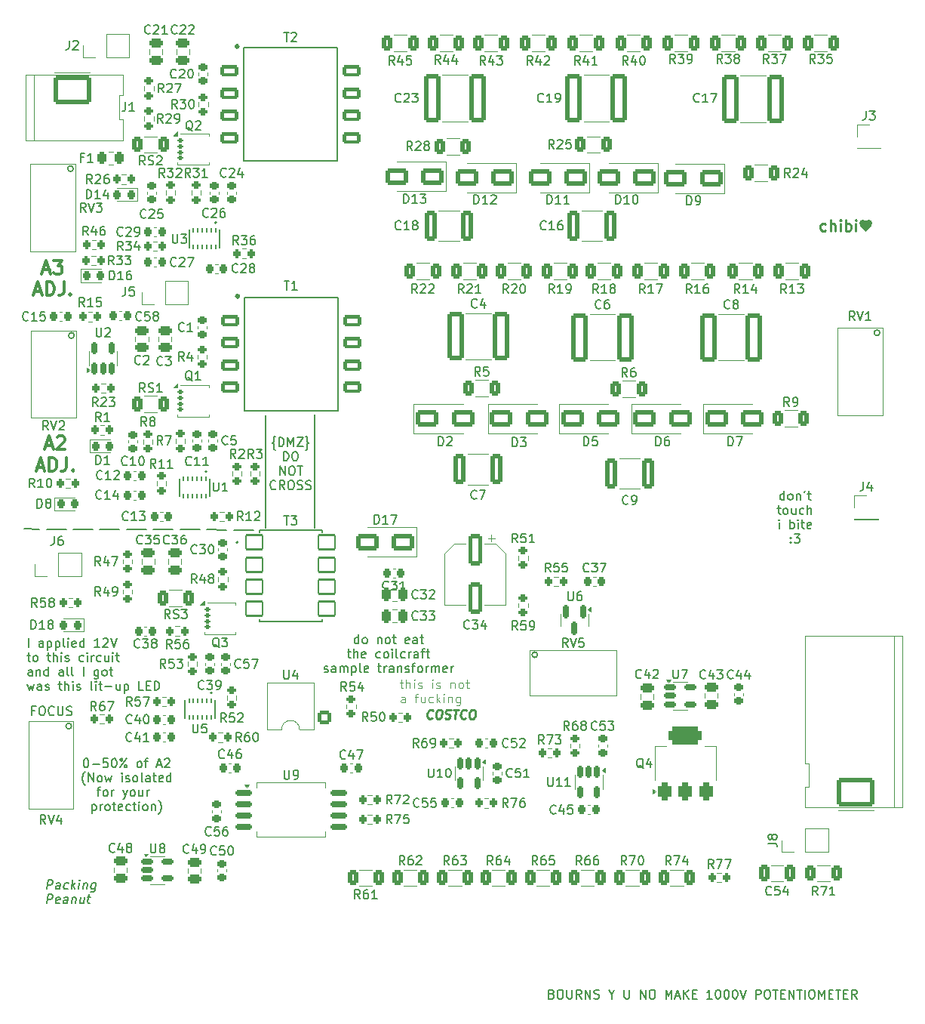
<source format=gbr>
%TF.GenerationSoftware,KiCad,Pcbnew,9.0.0*%
%TF.CreationDate,2025-10-26T21:30:55-07:00*%
%TF.ProjectId,main_supply_3,6d61696e-5f73-4757-9070-6c795f332e6b,rev?*%
%TF.SameCoordinates,Original*%
%TF.FileFunction,Legend,Top*%
%TF.FilePolarity,Positive*%
%FSLAX46Y46*%
G04 Gerber Fmt 4.6, Leading zero omitted, Abs format (unit mm)*
G04 Created by KiCad (PCBNEW 9.0.0) date 2025-10-26 21:30:55*
%MOMM*%
%LPD*%
G01*
G04 APERTURE LIST*
G04 Aperture macros list*
%AMRoundRect*
0 Rectangle with rounded corners*
0 $1 Rounding radius*
0 $2 $3 $4 $5 $6 $7 $8 $9 X,Y pos of 4 corners*
0 Add a 4 corners polygon primitive as box body*
4,1,4,$2,$3,$4,$5,$6,$7,$8,$9,$2,$3,0*
0 Add four circle primitives for the rounded corners*
1,1,$1+$1,$2,$3*
1,1,$1+$1,$4,$5*
1,1,$1+$1,$6,$7*
1,1,$1+$1,$8,$9*
0 Add four rect primitives between the rounded corners*
20,1,$1+$1,$2,$3,$4,$5,0*
20,1,$1+$1,$4,$5,$6,$7,0*
20,1,$1+$1,$6,$7,$8,$9,0*
20,1,$1+$1,$8,$9,$2,$3,0*%
%AMFreePoly0*
4,1,17,1.371000,0.720000,0.950000,0.720000,0.950000,0.580000,1.370000,0.580000,1.370000,0.080000,0.950000,0.080000,0.950000,-0.080000,1.370000,-0.080000,1.370000,-0.580000,0.950000,-0.580000,0.950000,-0.720000,1.370000,-0.720000,1.370000,-1.225000,-0.950000,-1.225000,-0.950000,1.225000,1.371000,1.225000,1.371000,0.720000,1.371000,0.720000,$1*%
G04 Aperture macros list end*
%ADD10C,0.200000*%
%ADD11C,0.000000*%
%ADD12C,0.100000*%
%ADD13C,0.250000*%
%ADD14C,0.150000*%
%ADD15C,0.300000*%
%ADD16C,0.120000*%
%ADD17C,0.127000*%
%ADD18RoundRect,0.225000X0.225000X0.250000X-0.225000X0.250000X-0.225000X-0.250000X0.225000X-0.250000X0*%
%ADD19RoundRect,0.225000X-0.225000X-0.250000X0.225000X-0.250000X0.225000X0.250000X-0.225000X0.250000X0*%
%ADD20RoundRect,0.250000X-0.650000X-2.450000X0.650000X-2.450000X0.650000X2.450000X-0.650000X2.450000X0*%
%ADD21RoundRect,0.225000X0.250000X-0.225000X0.250000X0.225000X-0.250000X0.225000X-0.250000X-0.225000X0*%
%ADD22RoundRect,0.200000X-0.275000X0.200000X-0.275000X-0.200000X0.275000X-0.200000X0.275000X0.200000X0*%
%ADD23RoundRect,0.250000X-0.312500X-0.625000X0.312500X-0.625000X0.312500X0.625000X-0.312500X0.625000X0*%
%ADD24RoundRect,0.250000X-0.475000X0.250000X-0.475000X-0.250000X0.475000X-0.250000X0.475000X0.250000X0*%
%ADD25RoundRect,0.200000X-0.200000X-0.275000X0.200000X-0.275000X0.200000X0.275000X-0.200000X0.275000X0*%
%ADD26RoundRect,0.150000X-0.750000X-0.150000X0.750000X-0.150000X0.750000X0.150000X-0.750000X0.150000X0*%
%ADD27RoundRect,0.102000X-0.950000X-0.800000X0.950000X-0.800000X0.950000X0.800000X-0.950000X0.800000X0*%
%ADD28RoundRect,0.250000X0.312500X0.625000X-0.312500X0.625000X-0.312500X-0.625000X0.312500X-0.625000X0*%
%ADD29RoundRect,0.225000X-0.250000X0.225000X-0.250000X-0.225000X0.250000X-0.225000X0.250000X0.225000X0*%
%ADD30RoundRect,0.249999X-0.450001X-1.450001X0.450001X-1.450001X0.450001X1.450001X-0.450001X1.450001X0*%
%ADD31RoundRect,0.200000X0.275000X-0.200000X0.275000X0.200000X-0.275000X0.200000X-0.275000X-0.200000X0*%
%ADD32C,1.440000*%
%ADD33RoundRect,0.250000X1.000000X0.650000X-1.000000X0.650000X-1.000000X-0.650000X1.000000X-0.650000X0*%
%ADD34RoundRect,0.190500X-0.824500X-0.444500X0.824500X-0.444500X0.824500X0.444500X-0.824500X0.444500X0*%
%ADD35RoundRect,0.200000X0.200000X0.275000X-0.200000X0.275000X-0.200000X-0.275000X0.200000X-0.275000X0*%
%ADD36RoundRect,0.218750X0.218750X0.256250X-0.218750X0.256250X-0.218750X-0.256250X0.218750X-0.256250X0*%
%ADD37RoundRect,0.250000X-1.000000X-0.650000X1.000000X-0.650000X1.000000X0.650000X-1.000000X0.650000X0*%
%ADD38RoundRect,0.125000X-0.190000X-0.125000X0.190000X-0.125000X0.190000X0.125000X-0.190000X0.125000X0*%
%ADD39FreePoly0,0.000000*%
%ADD40RoundRect,0.250000X0.475000X-0.250000X0.475000X0.250000X-0.475000X0.250000X-0.475000X-0.250000X0*%
%ADD41RoundRect,0.250000X0.325000X0.650000X-0.325000X0.650000X-0.325000X-0.650000X0.325000X-0.650000X0*%
%ADD42RoundRect,0.218750X-0.218750X-0.256250X0.218750X-0.256250X0.218750X0.256250X-0.218750X0.256250X0*%
%ADD43RoundRect,0.050000X-0.075000X0.200000X-0.075000X-0.200000X0.075000X-0.200000X0.075000X0.200000X0*%
%ADD44R,2.650000X1.000000*%
%ADD45RoundRect,0.250000X-1.850000X1.330000X-1.850000X-1.330000X1.850000X-1.330000X1.850000X1.330000X0*%
%ADD46O,4.200000X3.160000*%
%ADD47R,1.700000X1.700000*%
%ADD48O,1.700000X1.700000*%
%ADD49RoundRect,0.150000X-0.512500X-0.150000X0.512500X-0.150000X0.512500X0.150000X-0.512500X0.150000X0*%
%ADD50RoundRect,0.150000X-0.150000X0.587500X-0.150000X-0.587500X0.150000X-0.587500X0.150000X0.587500X0*%
%ADD51RoundRect,0.375000X0.375000X-0.625000X0.375000X0.625000X-0.375000X0.625000X-0.375000X-0.625000X0*%
%ADD52RoundRect,0.500000X1.400000X-0.500000X1.400000X0.500000X-1.400000X0.500000X-1.400000X-0.500000X0*%
%ADD53RoundRect,0.243750X-0.243750X-0.456250X0.243750X-0.456250X0.243750X0.456250X-0.243750X0.456250X0*%
%ADD54RoundRect,0.150000X-0.150000X0.512500X-0.150000X-0.512500X0.150000X-0.512500X0.150000X0.512500X0*%
%ADD55RoundRect,0.150000X0.150000X-0.512500X0.150000X0.512500X-0.150000X0.512500X-0.150000X-0.512500X0*%
%ADD56RoundRect,0.250000X0.550000X0.550000X-0.550000X0.550000X-0.550000X-0.550000X0.550000X-0.550000X0*%
%ADD57C,1.600000*%
%ADD58RoundRect,0.250000X0.250000X0.475000X-0.250000X0.475000X-0.250000X-0.475000X0.250000X-0.475000X0*%
%ADD59RoundRect,0.250000X-0.550000X1.500000X-0.550000X-1.500000X0.550000X-1.500000X0.550000X1.500000X0*%
%ADD60RoundRect,0.250000X1.850000X-1.330000X1.850000X1.330000X-1.850000X1.330000X-1.850000X-1.330000X0*%
G04 APERTURE END LIST*
D10*
X196416228Y-84900000D02*
G75*
G02*
X195783772Y-84900000I-316228J0D01*
G01*
X195783772Y-84900000D02*
G75*
G02*
X196416228Y-84900000I316228J0D01*
G01*
X158016228Y-121000000D02*
G75*
G02*
X157383772Y-121000000I-316228J0D01*
G01*
X157383772Y-121000000D02*
G75*
G02*
X158016228Y-121000000I316228J0D01*
G01*
X105716228Y-129000000D02*
G75*
G02*
X105083772Y-129000000I-316228J0D01*
G01*
X105083772Y-129000000D02*
G75*
G02*
X105716228Y-129000000I316228J0D01*
G01*
X106016228Y-85200000D02*
G75*
G02*
X105383772Y-85200000I-316228J0D01*
G01*
X105383772Y-85200000D02*
G75*
G02*
X106016228Y-85200000I316228J0D01*
G01*
X105916228Y-66500000D02*
G75*
G02*
X105283772Y-66500000I-316228J0D01*
G01*
X105283772Y-66500000D02*
G75*
G02*
X105916228Y-66500000I316228J0D01*
G01*
X126100000Y-107000000D02*
X123900017Y-106991440D01*
X123100023Y-106988327D02*
X120900039Y-106979767D01*
X120100045Y-106976654D02*
X117900062Y-106968094D01*
X117100068Y-106964981D02*
X114900085Y-106956421D01*
X114100091Y-106953308D02*
X111900107Y-106944747D01*
X111100114Y-106941635D02*
X108900130Y-106933074D01*
X108100136Y-106929962D02*
X105900153Y-106921401D01*
X105100159Y-106918289D02*
X102900176Y-106909728D01*
X102100182Y-106906615D02*
X100400078Y-106900000D01*
D11*
G36*
X194850931Y-72345376D02*
G01*
X194850931Y-72345376D01*
G75*
G02*
X195450931Y-72945376I300000J-300000D01*
G01*
X194850931Y-73545376D01*
X194250931Y-72945376D01*
G75*
G02*
X194850931Y-72345376I300000J300000D01*
G01*
X194850931Y-72345376D01*
G37*
D12*
X142561027Y-124095808D02*
X142941979Y-124095808D01*
X142703884Y-123762475D02*
X142703884Y-124619617D01*
X142703884Y-124619617D02*
X142751503Y-124714856D01*
X142751503Y-124714856D02*
X142846741Y-124762475D01*
X142846741Y-124762475D02*
X142941979Y-124762475D01*
X143275313Y-124762475D02*
X143275313Y-123762475D01*
X143703884Y-124762475D02*
X143703884Y-124238665D01*
X143703884Y-124238665D02*
X143656265Y-124143427D01*
X143656265Y-124143427D02*
X143561027Y-124095808D01*
X143561027Y-124095808D02*
X143418170Y-124095808D01*
X143418170Y-124095808D02*
X143322932Y-124143427D01*
X143322932Y-124143427D02*
X143275313Y-124191046D01*
X144180075Y-124762475D02*
X144180075Y-124095808D01*
X144180075Y-123762475D02*
X144132456Y-123810094D01*
X144132456Y-123810094D02*
X144180075Y-123857713D01*
X144180075Y-123857713D02*
X144227694Y-123810094D01*
X144227694Y-123810094D02*
X144180075Y-123762475D01*
X144180075Y-123762475D02*
X144180075Y-123857713D01*
X144608646Y-124714856D02*
X144703884Y-124762475D01*
X144703884Y-124762475D02*
X144894360Y-124762475D01*
X144894360Y-124762475D02*
X144989598Y-124714856D01*
X144989598Y-124714856D02*
X145037217Y-124619617D01*
X145037217Y-124619617D02*
X145037217Y-124571998D01*
X145037217Y-124571998D02*
X144989598Y-124476760D01*
X144989598Y-124476760D02*
X144894360Y-124429141D01*
X144894360Y-124429141D02*
X144751503Y-124429141D01*
X144751503Y-124429141D02*
X144656265Y-124381522D01*
X144656265Y-124381522D02*
X144608646Y-124286284D01*
X144608646Y-124286284D02*
X144608646Y-124238665D01*
X144608646Y-124238665D02*
X144656265Y-124143427D01*
X144656265Y-124143427D02*
X144751503Y-124095808D01*
X144751503Y-124095808D02*
X144894360Y-124095808D01*
X144894360Y-124095808D02*
X144989598Y-124143427D01*
X146227694Y-124762475D02*
X146227694Y-124095808D01*
X146227694Y-123762475D02*
X146180075Y-123810094D01*
X146180075Y-123810094D02*
X146227694Y-123857713D01*
X146227694Y-123857713D02*
X146275313Y-123810094D01*
X146275313Y-123810094D02*
X146227694Y-123762475D01*
X146227694Y-123762475D02*
X146227694Y-123857713D01*
X146656265Y-124714856D02*
X146751503Y-124762475D01*
X146751503Y-124762475D02*
X146941979Y-124762475D01*
X146941979Y-124762475D02*
X147037217Y-124714856D01*
X147037217Y-124714856D02*
X147084836Y-124619617D01*
X147084836Y-124619617D02*
X147084836Y-124571998D01*
X147084836Y-124571998D02*
X147037217Y-124476760D01*
X147037217Y-124476760D02*
X146941979Y-124429141D01*
X146941979Y-124429141D02*
X146799122Y-124429141D01*
X146799122Y-124429141D02*
X146703884Y-124381522D01*
X146703884Y-124381522D02*
X146656265Y-124286284D01*
X146656265Y-124286284D02*
X146656265Y-124238665D01*
X146656265Y-124238665D02*
X146703884Y-124143427D01*
X146703884Y-124143427D02*
X146799122Y-124095808D01*
X146799122Y-124095808D02*
X146941979Y-124095808D01*
X146941979Y-124095808D02*
X147037217Y-124143427D01*
X148275313Y-124095808D02*
X148275313Y-124762475D01*
X148275313Y-124191046D02*
X148322932Y-124143427D01*
X148322932Y-124143427D02*
X148418170Y-124095808D01*
X148418170Y-124095808D02*
X148561027Y-124095808D01*
X148561027Y-124095808D02*
X148656265Y-124143427D01*
X148656265Y-124143427D02*
X148703884Y-124238665D01*
X148703884Y-124238665D02*
X148703884Y-124762475D01*
X149322932Y-124762475D02*
X149227694Y-124714856D01*
X149227694Y-124714856D02*
X149180075Y-124667236D01*
X149180075Y-124667236D02*
X149132456Y-124571998D01*
X149132456Y-124571998D02*
X149132456Y-124286284D01*
X149132456Y-124286284D02*
X149180075Y-124191046D01*
X149180075Y-124191046D02*
X149227694Y-124143427D01*
X149227694Y-124143427D02*
X149322932Y-124095808D01*
X149322932Y-124095808D02*
X149465789Y-124095808D01*
X149465789Y-124095808D02*
X149561027Y-124143427D01*
X149561027Y-124143427D02*
X149608646Y-124191046D01*
X149608646Y-124191046D02*
X149656265Y-124286284D01*
X149656265Y-124286284D02*
X149656265Y-124571998D01*
X149656265Y-124571998D02*
X149608646Y-124667236D01*
X149608646Y-124667236D02*
X149561027Y-124714856D01*
X149561027Y-124714856D02*
X149465789Y-124762475D01*
X149465789Y-124762475D02*
X149322932Y-124762475D01*
X149941980Y-124095808D02*
X150322932Y-124095808D01*
X150084837Y-123762475D02*
X150084837Y-124619617D01*
X150084837Y-124619617D02*
X150132456Y-124714856D01*
X150132456Y-124714856D02*
X150227694Y-124762475D01*
X150227694Y-124762475D02*
X150322932Y-124762475D01*
X143132455Y-126372419D02*
X143132455Y-125848609D01*
X143132455Y-125848609D02*
X143084836Y-125753371D01*
X143084836Y-125753371D02*
X142989598Y-125705752D01*
X142989598Y-125705752D02*
X142799122Y-125705752D01*
X142799122Y-125705752D02*
X142703884Y-125753371D01*
X143132455Y-126324800D02*
X143037217Y-126372419D01*
X143037217Y-126372419D02*
X142799122Y-126372419D01*
X142799122Y-126372419D02*
X142703884Y-126324800D01*
X142703884Y-126324800D02*
X142656265Y-126229561D01*
X142656265Y-126229561D02*
X142656265Y-126134323D01*
X142656265Y-126134323D02*
X142703884Y-126039085D01*
X142703884Y-126039085D02*
X142799122Y-125991466D01*
X142799122Y-125991466D02*
X143037217Y-125991466D01*
X143037217Y-125991466D02*
X143132455Y-125943847D01*
X144227694Y-125705752D02*
X144608646Y-125705752D01*
X144370551Y-126372419D02*
X144370551Y-125515276D01*
X144370551Y-125515276D02*
X144418170Y-125420038D01*
X144418170Y-125420038D02*
X144513408Y-125372419D01*
X144513408Y-125372419D02*
X144608646Y-125372419D01*
X145370551Y-125705752D02*
X145370551Y-126372419D01*
X144941980Y-125705752D02*
X144941980Y-126229561D01*
X144941980Y-126229561D02*
X144989599Y-126324800D01*
X144989599Y-126324800D02*
X145084837Y-126372419D01*
X145084837Y-126372419D02*
X145227694Y-126372419D01*
X145227694Y-126372419D02*
X145322932Y-126324800D01*
X145322932Y-126324800D02*
X145370551Y-126277180D01*
X146275313Y-126324800D02*
X146180075Y-126372419D01*
X146180075Y-126372419D02*
X145989599Y-126372419D01*
X145989599Y-126372419D02*
X145894361Y-126324800D01*
X145894361Y-126324800D02*
X145846742Y-126277180D01*
X145846742Y-126277180D02*
X145799123Y-126181942D01*
X145799123Y-126181942D02*
X145799123Y-125896228D01*
X145799123Y-125896228D02*
X145846742Y-125800990D01*
X145846742Y-125800990D02*
X145894361Y-125753371D01*
X145894361Y-125753371D02*
X145989599Y-125705752D01*
X145989599Y-125705752D02*
X146180075Y-125705752D01*
X146180075Y-125705752D02*
X146275313Y-125753371D01*
X146703885Y-126372419D02*
X146703885Y-125372419D01*
X146799123Y-125991466D02*
X147084837Y-126372419D01*
X147084837Y-125705752D02*
X146703885Y-126086704D01*
X147513409Y-126372419D02*
X147513409Y-125705752D01*
X147513409Y-125372419D02*
X147465790Y-125420038D01*
X147465790Y-125420038D02*
X147513409Y-125467657D01*
X147513409Y-125467657D02*
X147561028Y-125420038D01*
X147561028Y-125420038D02*
X147513409Y-125372419D01*
X147513409Y-125372419D02*
X147513409Y-125467657D01*
X147989599Y-125705752D02*
X147989599Y-126372419D01*
X147989599Y-125800990D02*
X148037218Y-125753371D01*
X148037218Y-125753371D02*
X148132456Y-125705752D01*
X148132456Y-125705752D02*
X148275313Y-125705752D01*
X148275313Y-125705752D02*
X148370551Y-125753371D01*
X148370551Y-125753371D02*
X148418170Y-125848609D01*
X148418170Y-125848609D02*
X148418170Y-126372419D01*
X149322932Y-125705752D02*
X149322932Y-126515276D01*
X149322932Y-126515276D02*
X149275313Y-126610514D01*
X149275313Y-126610514D02*
X149227694Y-126658133D01*
X149227694Y-126658133D02*
X149132456Y-126705752D01*
X149132456Y-126705752D02*
X148989599Y-126705752D01*
X148989599Y-126705752D02*
X148894361Y-126658133D01*
X149322932Y-126324800D02*
X149227694Y-126372419D01*
X149227694Y-126372419D02*
X149037218Y-126372419D01*
X149037218Y-126372419D02*
X148941980Y-126324800D01*
X148941980Y-126324800D02*
X148894361Y-126277180D01*
X148894361Y-126277180D02*
X148846742Y-126181942D01*
X148846742Y-126181942D02*
X148846742Y-125896228D01*
X148846742Y-125896228D02*
X148894361Y-125800990D01*
X148894361Y-125800990D02*
X148941980Y-125753371D01*
X148941980Y-125753371D02*
X149037218Y-125705752D01*
X149037218Y-125705752D02*
X149227694Y-125705752D01*
X149227694Y-125705752D02*
X149322932Y-125753371D01*
D13*
X146179949Y-128069380D02*
X146126377Y-128117000D01*
X146126377Y-128117000D02*
X145977568Y-128164619D01*
X145977568Y-128164619D02*
X145882330Y-128164619D01*
X145882330Y-128164619D02*
X145745425Y-128117000D01*
X145745425Y-128117000D02*
X145662092Y-128021761D01*
X145662092Y-128021761D02*
X145626377Y-127926523D01*
X145626377Y-127926523D02*
X145602568Y-127736047D01*
X145602568Y-127736047D02*
X145620425Y-127593190D01*
X145620425Y-127593190D02*
X145691853Y-127402714D01*
X145691853Y-127402714D02*
X145751377Y-127307476D01*
X145751377Y-127307476D02*
X145858520Y-127212238D01*
X145858520Y-127212238D02*
X146007330Y-127164619D01*
X146007330Y-127164619D02*
X146102568Y-127164619D01*
X146102568Y-127164619D02*
X146239473Y-127212238D01*
X146239473Y-127212238D02*
X146281139Y-127259857D01*
X146912092Y-127164619D02*
X147102568Y-127164619D01*
X147102568Y-127164619D02*
X147191853Y-127212238D01*
X147191853Y-127212238D02*
X147275187Y-127307476D01*
X147275187Y-127307476D02*
X147298996Y-127497952D01*
X147298996Y-127497952D02*
X147257330Y-127831285D01*
X147257330Y-127831285D02*
X147185901Y-128021761D01*
X147185901Y-128021761D02*
X147078758Y-128117000D01*
X147078758Y-128117000D02*
X146977568Y-128164619D01*
X146977568Y-128164619D02*
X146787092Y-128164619D01*
X146787092Y-128164619D02*
X146697806Y-128117000D01*
X146697806Y-128117000D02*
X146614473Y-128021761D01*
X146614473Y-128021761D02*
X146590663Y-127831285D01*
X146590663Y-127831285D02*
X146632330Y-127497952D01*
X146632330Y-127497952D02*
X146703758Y-127307476D01*
X146703758Y-127307476D02*
X146810901Y-127212238D01*
X146810901Y-127212238D02*
X146912092Y-127164619D01*
X147602568Y-128117000D02*
X147739472Y-128164619D01*
X147739472Y-128164619D02*
X147977568Y-128164619D01*
X147977568Y-128164619D02*
X148078758Y-128117000D01*
X148078758Y-128117000D02*
X148132330Y-128069380D01*
X148132330Y-128069380D02*
X148191853Y-127974142D01*
X148191853Y-127974142D02*
X148203758Y-127878904D01*
X148203758Y-127878904D02*
X148168044Y-127783666D01*
X148168044Y-127783666D02*
X148126377Y-127736047D01*
X148126377Y-127736047D02*
X148037092Y-127688428D01*
X148037092Y-127688428D02*
X147852568Y-127640809D01*
X147852568Y-127640809D02*
X147763282Y-127593190D01*
X147763282Y-127593190D02*
X147721615Y-127545571D01*
X147721615Y-127545571D02*
X147685901Y-127450333D01*
X147685901Y-127450333D02*
X147697806Y-127355095D01*
X147697806Y-127355095D02*
X147757330Y-127259857D01*
X147757330Y-127259857D02*
X147810901Y-127212238D01*
X147810901Y-127212238D02*
X147912092Y-127164619D01*
X147912092Y-127164619D02*
X148150187Y-127164619D01*
X148150187Y-127164619D02*
X148287092Y-127212238D01*
X148578758Y-127164619D02*
X149150187Y-127164619D01*
X148739473Y-128164619D02*
X148864473Y-127164619D01*
X149941854Y-128069380D02*
X149888282Y-128117000D01*
X149888282Y-128117000D02*
X149739473Y-128164619D01*
X149739473Y-128164619D02*
X149644235Y-128164619D01*
X149644235Y-128164619D02*
X149507330Y-128117000D01*
X149507330Y-128117000D02*
X149423997Y-128021761D01*
X149423997Y-128021761D02*
X149388282Y-127926523D01*
X149388282Y-127926523D02*
X149364473Y-127736047D01*
X149364473Y-127736047D02*
X149382330Y-127593190D01*
X149382330Y-127593190D02*
X149453758Y-127402714D01*
X149453758Y-127402714D02*
X149513282Y-127307476D01*
X149513282Y-127307476D02*
X149620425Y-127212238D01*
X149620425Y-127212238D02*
X149769235Y-127164619D01*
X149769235Y-127164619D02*
X149864473Y-127164619D01*
X149864473Y-127164619D02*
X150001378Y-127212238D01*
X150001378Y-127212238D02*
X150043044Y-127259857D01*
X150673997Y-127164619D02*
X150864473Y-127164619D01*
X150864473Y-127164619D02*
X150953758Y-127212238D01*
X150953758Y-127212238D02*
X151037092Y-127307476D01*
X151037092Y-127307476D02*
X151060901Y-127497952D01*
X151060901Y-127497952D02*
X151019235Y-127831285D01*
X151019235Y-127831285D02*
X150947806Y-128021761D01*
X150947806Y-128021761D02*
X150840663Y-128117000D01*
X150840663Y-128117000D02*
X150739473Y-128164619D01*
X150739473Y-128164619D02*
X150548997Y-128164619D01*
X150548997Y-128164619D02*
X150459711Y-128117000D01*
X150459711Y-128117000D02*
X150376378Y-128021761D01*
X150376378Y-128021761D02*
X150352568Y-127831285D01*
X150352568Y-127831285D02*
X150394235Y-127497952D01*
X150394235Y-127497952D02*
X150465663Y-127307476D01*
X150465663Y-127307476D02*
X150572806Y-127212238D01*
X150572806Y-127212238D02*
X150673997Y-127164619D01*
D10*
X100869673Y-120137387D02*
X100869673Y-119137387D01*
X102536339Y-120137387D02*
X102536339Y-119613577D01*
X102536339Y-119613577D02*
X102488720Y-119518339D01*
X102488720Y-119518339D02*
X102393482Y-119470720D01*
X102393482Y-119470720D02*
X102203006Y-119470720D01*
X102203006Y-119470720D02*
X102107768Y-119518339D01*
X102536339Y-120089768D02*
X102441101Y-120137387D01*
X102441101Y-120137387D02*
X102203006Y-120137387D01*
X102203006Y-120137387D02*
X102107768Y-120089768D01*
X102107768Y-120089768D02*
X102060149Y-119994529D01*
X102060149Y-119994529D02*
X102060149Y-119899291D01*
X102060149Y-119899291D02*
X102107768Y-119804053D01*
X102107768Y-119804053D02*
X102203006Y-119756434D01*
X102203006Y-119756434D02*
X102441101Y-119756434D01*
X102441101Y-119756434D02*
X102536339Y-119708815D01*
X103012530Y-119470720D02*
X103012530Y-120470720D01*
X103012530Y-119518339D02*
X103107768Y-119470720D01*
X103107768Y-119470720D02*
X103298244Y-119470720D01*
X103298244Y-119470720D02*
X103393482Y-119518339D01*
X103393482Y-119518339D02*
X103441101Y-119565958D01*
X103441101Y-119565958D02*
X103488720Y-119661196D01*
X103488720Y-119661196D02*
X103488720Y-119946910D01*
X103488720Y-119946910D02*
X103441101Y-120042148D01*
X103441101Y-120042148D02*
X103393482Y-120089768D01*
X103393482Y-120089768D02*
X103298244Y-120137387D01*
X103298244Y-120137387D02*
X103107768Y-120137387D01*
X103107768Y-120137387D02*
X103012530Y-120089768D01*
X103917292Y-119470720D02*
X103917292Y-120470720D01*
X103917292Y-119518339D02*
X104012530Y-119470720D01*
X104012530Y-119470720D02*
X104203006Y-119470720D01*
X104203006Y-119470720D02*
X104298244Y-119518339D01*
X104298244Y-119518339D02*
X104345863Y-119565958D01*
X104345863Y-119565958D02*
X104393482Y-119661196D01*
X104393482Y-119661196D02*
X104393482Y-119946910D01*
X104393482Y-119946910D02*
X104345863Y-120042148D01*
X104345863Y-120042148D02*
X104298244Y-120089768D01*
X104298244Y-120089768D02*
X104203006Y-120137387D01*
X104203006Y-120137387D02*
X104012530Y-120137387D01*
X104012530Y-120137387D02*
X103917292Y-120089768D01*
X104964911Y-120137387D02*
X104869673Y-120089768D01*
X104869673Y-120089768D02*
X104822054Y-119994529D01*
X104822054Y-119994529D02*
X104822054Y-119137387D01*
X105345864Y-120137387D02*
X105345864Y-119470720D01*
X105345864Y-119137387D02*
X105298245Y-119185006D01*
X105298245Y-119185006D02*
X105345864Y-119232625D01*
X105345864Y-119232625D02*
X105393483Y-119185006D01*
X105393483Y-119185006D02*
X105345864Y-119137387D01*
X105345864Y-119137387D02*
X105345864Y-119232625D01*
X106203006Y-120089768D02*
X106107768Y-120137387D01*
X106107768Y-120137387D02*
X105917292Y-120137387D01*
X105917292Y-120137387D02*
X105822054Y-120089768D01*
X105822054Y-120089768D02*
X105774435Y-119994529D01*
X105774435Y-119994529D02*
X105774435Y-119613577D01*
X105774435Y-119613577D02*
X105822054Y-119518339D01*
X105822054Y-119518339D02*
X105917292Y-119470720D01*
X105917292Y-119470720D02*
X106107768Y-119470720D01*
X106107768Y-119470720D02*
X106203006Y-119518339D01*
X106203006Y-119518339D02*
X106250625Y-119613577D01*
X106250625Y-119613577D02*
X106250625Y-119708815D01*
X106250625Y-119708815D02*
X105774435Y-119804053D01*
X107107768Y-120137387D02*
X107107768Y-119137387D01*
X107107768Y-120089768D02*
X107012530Y-120137387D01*
X107012530Y-120137387D02*
X106822054Y-120137387D01*
X106822054Y-120137387D02*
X106726816Y-120089768D01*
X106726816Y-120089768D02*
X106679197Y-120042148D01*
X106679197Y-120042148D02*
X106631578Y-119946910D01*
X106631578Y-119946910D02*
X106631578Y-119661196D01*
X106631578Y-119661196D02*
X106679197Y-119565958D01*
X106679197Y-119565958D02*
X106726816Y-119518339D01*
X106726816Y-119518339D02*
X106822054Y-119470720D01*
X106822054Y-119470720D02*
X107012530Y-119470720D01*
X107012530Y-119470720D02*
X107107768Y-119518339D01*
X108869673Y-120137387D02*
X108298245Y-120137387D01*
X108583959Y-120137387D02*
X108583959Y-119137387D01*
X108583959Y-119137387D02*
X108488721Y-119280244D01*
X108488721Y-119280244D02*
X108393483Y-119375482D01*
X108393483Y-119375482D02*
X108298245Y-119423101D01*
X109250626Y-119232625D02*
X109298245Y-119185006D01*
X109298245Y-119185006D02*
X109393483Y-119137387D01*
X109393483Y-119137387D02*
X109631578Y-119137387D01*
X109631578Y-119137387D02*
X109726816Y-119185006D01*
X109726816Y-119185006D02*
X109774435Y-119232625D01*
X109774435Y-119232625D02*
X109822054Y-119327863D01*
X109822054Y-119327863D02*
X109822054Y-119423101D01*
X109822054Y-119423101D02*
X109774435Y-119565958D01*
X109774435Y-119565958D02*
X109203007Y-120137387D01*
X109203007Y-120137387D02*
X109822054Y-120137387D01*
X110107769Y-119137387D02*
X110441102Y-120137387D01*
X110441102Y-120137387D02*
X110774435Y-119137387D01*
X100726816Y-121080664D02*
X101107768Y-121080664D01*
X100869673Y-120747331D02*
X100869673Y-121604473D01*
X100869673Y-121604473D02*
X100917292Y-121699712D01*
X100917292Y-121699712D02*
X101012530Y-121747331D01*
X101012530Y-121747331D02*
X101107768Y-121747331D01*
X101583959Y-121747331D02*
X101488721Y-121699712D01*
X101488721Y-121699712D02*
X101441102Y-121652092D01*
X101441102Y-121652092D02*
X101393483Y-121556854D01*
X101393483Y-121556854D02*
X101393483Y-121271140D01*
X101393483Y-121271140D02*
X101441102Y-121175902D01*
X101441102Y-121175902D02*
X101488721Y-121128283D01*
X101488721Y-121128283D02*
X101583959Y-121080664D01*
X101583959Y-121080664D02*
X101726816Y-121080664D01*
X101726816Y-121080664D02*
X101822054Y-121128283D01*
X101822054Y-121128283D02*
X101869673Y-121175902D01*
X101869673Y-121175902D02*
X101917292Y-121271140D01*
X101917292Y-121271140D02*
X101917292Y-121556854D01*
X101917292Y-121556854D02*
X101869673Y-121652092D01*
X101869673Y-121652092D02*
X101822054Y-121699712D01*
X101822054Y-121699712D02*
X101726816Y-121747331D01*
X101726816Y-121747331D02*
X101583959Y-121747331D01*
X102964912Y-121080664D02*
X103345864Y-121080664D01*
X103107769Y-120747331D02*
X103107769Y-121604473D01*
X103107769Y-121604473D02*
X103155388Y-121699712D01*
X103155388Y-121699712D02*
X103250626Y-121747331D01*
X103250626Y-121747331D02*
X103345864Y-121747331D01*
X103679198Y-121747331D02*
X103679198Y-120747331D01*
X104107769Y-121747331D02*
X104107769Y-121223521D01*
X104107769Y-121223521D02*
X104060150Y-121128283D01*
X104060150Y-121128283D02*
X103964912Y-121080664D01*
X103964912Y-121080664D02*
X103822055Y-121080664D01*
X103822055Y-121080664D02*
X103726817Y-121128283D01*
X103726817Y-121128283D02*
X103679198Y-121175902D01*
X104583960Y-121747331D02*
X104583960Y-121080664D01*
X104583960Y-120747331D02*
X104536341Y-120794950D01*
X104536341Y-120794950D02*
X104583960Y-120842569D01*
X104583960Y-120842569D02*
X104631579Y-120794950D01*
X104631579Y-120794950D02*
X104583960Y-120747331D01*
X104583960Y-120747331D02*
X104583960Y-120842569D01*
X105012531Y-121699712D02*
X105107769Y-121747331D01*
X105107769Y-121747331D02*
X105298245Y-121747331D01*
X105298245Y-121747331D02*
X105393483Y-121699712D01*
X105393483Y-121699712D02*
X105441102Y-121604473D01*
X105441102Y-121604473D02*
X105441102Y-121556854D01*
X105441102Y-121556854D02*
X105393483Y-121461616D01*
X105393483Y-121461616D02*
X105298245Y-121413997D01*
X105298245Y-121413997D02*
X105155388Y-121413997D01*
X105155388Y-121413997D02*
X105060150Y-121366378D01*
X105060150Y-121366378D02*
X105012531Y-121271140D01*
X105012531Y-121271140D02*
X105012531Y-121223521D01*
X105012531Y-121223521D02*
X105060150Y-121128283D01*
X105060150Y-121128283D02*
X105155388Y-121080664D01*
X105155388Y-121080664D02*
X105298245Y-121080664D01*
X105298245Y-121080664D02*
X105393483Y-121128283D01*
X107060150Y-121699712D02*
X106964912Y-121747331D01*
X106964912Y-121747331D02*
X106774436Y-121747331D01*
X106774436Y-121747331D02*
X106679198Y-121699712D01*
X106679198Y-121699712D02*
X106631579Y-121652092D01*
X106631579Y-121652092D02*
X106583960Y-121556854D01*
X106583960Y-121556854D02*
X106583960Y-121271140D01*
X106583960Y-121271140D02*
X106631579Y-121175902D01*
X106631579Y-121175902D02*
X106679198Y-121128283D01*
X106679198Y-121128283D02*
X106774436Y-121080664D01*
X106774436Y-121080664D02*
X106964912Y-121080664D01*
X106964912Y-121080664D02*
X107060150Y-121128283D01*
X107488722Y-121747331D02*
X107488722Y-121080664D01*
X107488722Y-120747331D02*
X107441103Y-120794950D01*
X107441103Y-120794950D02*
X107488722Y-120842569D01*
X107488722Y-120842569D02*
X107536341Y-120794950D01*
X107536341Y-120794950D02*
X107488722Y-120747331D01*
X107488722Y-120747331D02*
X107488722Y-120842569D01*
X107964912Y-121747331D02*
X107964912Y-121080664D01*
X107964912Y-121271140D02*
X108012531Y-121175902D01*
X108012531Y-121175902D02*
X108060150Y-121128283D01*
X108060150Y-121128283D02*
X108155388Y-121080664D01*
X108155388Y-121080664D02*
X108250626Y-121080664D01*
X109012531Y-121699712D02*
X108917293Y-121747331D01*
X108917293Y-121747331D02*
X108726817Y-121747331D01*
X108726817Y-121747331D02*
X108631579Y-121699712D01*
X108631579Y-121699712D02*
X108583960Y-121652092D01*
X108583960Y-121652092D02*
X108536341Y-121556854D01*
X108536341Y-121556854D02*
X108536341Y-121271140D01*
X108536341Y-121271140D02*
X108583960Y-121175902D01*
X108583960Y-121175902D02*
X108631579Y-121128283D01*
X108631579Y-121128283D02*
X108726817Y-121080664D01*
X108726817Y-121080664D02*
X108917293Y-121080664D01*
X108917293Y-121080664D02*
X109012531Y-121128283D01*
X109869674Y-121080664D02*
X109869674Y-121747331D01*
X109441103Y-121080664D02*
X109441103Y-121604473D01*
X109441103Y-121604473D02*
X109488722Y-121699712D01*
X109488722Y-121699712D02*
X109583960Y-121747331D01*
X109583960Y-121747331D02*
X109726817Y-121747331D01*
X109726817Y-121747331D02*
X109822055Y-121699712D01*
X109822055Y-121699712D02*
X109869674Y-121652092D01*
X110345865Y-121747331D02*
X110345865Y-121080664D01*
X110345865Y-120747331D02*
X110298246Y-120794950D01*
X110298246Y-120794950D02*
X110345865Y-120842569D01*
X110345865Y-120842569D02*
X110393484Y-120794950D01*
X110393484Y-120794950D02*
X110345865Y-120747331D01*
X110345865Y-120747331D02*
X110345865Y-120842569D01*
X110679198Y-121080664D02*
X111060150Y-121080664D01*
X110822055Y-120747331D02*
X110822055Y-121604473D01*
X110822055Y-121604473D02*
X110869674Y-121699712D01*
X110869674Y-121699712D02*
X110964912Y-121747331D01*
X110964912Y-121747331D02*
X111060150Y-121747331D01*
X101298244Y-123357275D02*
X101298244Y-122833465D01*
X101298244Y-122833465D02*
X101250625Y-122738227D01*
X101250625Y-122738227D02*
X101155387Y-122690608D01*
X101155387Y-122690608D02*
X100964911Y-122690608D01*
X100964911Y-122690608D02*
X100869673Y-122738227D01*
X101298244Y-123309656D02*
X101203006Y-123357275D01*
X101203006Y-123357275D02*
X100964911Y-123357275D01*
X100964911Y-123357275D02*
X100869673Y-123309656D01*
X100869673Y-123309656D02*
X100822054Y-123214417D01*
X100822054Y-123214417D02*
X100822054Y-123119179D01*
X100822054Y-123119179D02*
X100869673Y-123023941D01*
X100869673Y-123023941D02*
X100964911Y-122976322D01*
X100964911Y-122976322D02*
X101203006Y-122976322D01*
X101203006Y-122976322D02*
X101298244Y-122928703D01*
X101774435Y-122690608D02*
X101774435Y-123357275D01*
X101774435Y-122785846D02*
X101822054Y-122738227D01*
X101822054Y-122738227D02*
X101917292Y-122690608D01*
X101917292Y-122690608D02*
X102060149Y-122690608D01*
X102060149Y-122690608D02*
X102155387Y-122738227D01*
X102155387Y-122738227D02*
X102203006Y-122833465D01*
X102203006Y-122833465D02*
X102203006Y-123357275D01*
X103107768Y-123357275D02*
X103107768Y-122357275D01*
X103107768Y-123309656D02*
X103012530Y-123357275D01*
X103012530Y-123357275D02*
X102822054Y-123357275D01*
X102822054Y-123357275D02*
X102726816Y-123309656D01*
X102726816Y-123309656D02*
X102679197Y-123262036D01*
X102679197Y-123262036D02*
X102631578Y-123166798D01*
X102631578Y-123166798D02*
X102631578Y-122881084D01*
X102631578Y-122881084D02*
X102679197Y-122785846D01*
X102679197Y-122785846D02*
X102726816Y-122738227D01*
X102726816Y-122738227D02*
X102822054Y-122690608D01*
X102822054Y-122690608D02*
X103012530Y-122690608D01*
X103012530Y-122690608D02*
X103107768Y-122738227D01*
X104774435Y-123357275D02*
X104774435Y-122833465D01*
X104774435Y-122833465D02*
X104726816Y-122738227D01*
X104726816Y-122738227D02*
X104631578Y-122690608D01*
X104631578Y-122690608D02*
X104441102Y-122690608D01*
X104441102Y-122690608D02*
X104345864Y-122738227D01*
X104774435Y-123309656D02*
X104679197Y-123357275D01*
X104679197Y-123357275D02*
X104441102Y-123357275D01*
X104441102Y-123357275D02*
X104345864Y-123309656D01*
X104345864Y-123309656D02*
X104298245Y-123214417D01*
X104298245Y-123214417D02*
X104298245Y-123119179D01*
X104298245Y-123119179D02*
X104345864Y-123023941D01*
X104345864Y-123023941D02*
X104441102Y-122976322D01*
X104441102Y-122976322D02*
X104679197Y-122976322D01*
X104679197Y-122976322D02*
X104774435Y-122928703D01*
X105393483Y-123357275D02*
X105298245Y-123309656D01*
X105298245Y-123309656D02*
X105250626Y-123214417D01*
X105250626Y-123214417D02*
X105250626Y-122357275D01*
X105917293Y-123357275D02*
X105822055Y-123309656D01*
X105822055Y-123309656D02*
X105774436Y-123214417D01*
X105774436Y-123214417D02*
X105774436Y-122357275D01*
X107060151Y-123357275D02*
X107060151Y-122357275D01*
X108726817Y-122690608D02*
X108726817Y-123500132D01*
X108726817Y-123500132D02*
X108679198Y-123595370D01*
X108679198Y-123595370D02*
X108631579Y-123642989D01*
X108631579Y-123642989D02*
X108536341Y-123690608D01*
X108536341Y-123690608D02*
X108393484Y-123690608D01*
X108393484Y-123690608D02*
X108298246Y-123642989D01*
X108726817Y-123309656D02*
X108631579Y-123357275D01*
X108631579Y-123357275D02*
X108441103Y-123357275D01*
X108441103Y-123357275D02*
X108345865Y-123309656D01*
X108345865Y-123309656D02*
X108298246Y-123262036D01*
X108298246Y-123262036D02*
X108250627Y-123166798D01*
X108250627Y-123166798D02*
X108250627Y-122881084D01*
X108250627Y-122881084D02*
X108298246Y-122785846D01*
X108298246Y-122785846D02*
X108345865Y-122738227D01*
X108345865Y-122738227D02*
X108441103Y-122690608D01*
X108441103Y-122690608D02*
X108631579Y-122690608D01*
X108631579Y-122690608D02*
X108726817Y-122738227D01*
X109345865Y-123357275D02*
X109250627Y-123309656D01*
X109250627Y-123309656D02*
X109203008Y-123262036D01*
X109203008Y-123262036D02*
X109155389Y-123166798D01*
X109155389Y-123166798D02*
X109155389Y-122881084D01*
X109155389Y-122881084D02*
X109203008Y-122785846D01*
X109203008Y-122785846D02*
X109250627Y-122738227D01*
X109250627Y-122738227D02*
X109345865Y-122690608D01*
X109345865Y-122690608D02*
X109488722Y-122690608D01*
X109488722Y-122690608D02*
X109583960Y-122738227D01*
X109583960Y-122738227D02*
X109631579Y-122785846D01*
X109631579Y-122785846D02*
X109679198Y-122881084D01*
X109679198Y-122881084D02*
X109679198Y-123166798D01*
X109679198Y-123166798D02*
X109631579Y-123262036D01*
X109631579Y-123262036D02*
X109583960Y-123309656D01*
X109583960Y-123309656D02*
X109488722Y-123357275D01*
X109488722Y-123357275D02*
X109345865Y-123357275D01*
X109964913Y-122690608D02*
X110345865Y-122690608D01*
X110107770Y-122357275D02*
X110107770Y-123214417D01*
X110107770Y-123214417D02*
X110155389Y-123309656D01*
X110155389Y-123309656D02*
X110250627Y-123357275D01*
X110250627Y-123357275D02*
X110345865Y-123357275D01*
X100774435Y-124300552D02*
X100964911Y-124967219D01*
X100964911Y-124967219D02*
X101155387Y-124491028D01*
X101155387Y-124491028D02*
X101345863Y-124967219D01*
X101345863Y-124967219D02*
X101536339Y-124300552D01*
X102345863Y-124967219D02*
X102345863Y-124443409D01*
X102345863Y-124443409D02*
X102298244Y-124348171D01*
X102298244Y-124348171D02*
X102203006Y-124300552D01*
X102203006Y-124300552D02*
X102012530Y-124300552D01*
X102012530Y-124300552D02*
X101917292Y-124348171D01*
X102345863Y-124919600D02*
X102250625Y-124967219D01*
X102250625Y-124967219D02*
X102012530Y-124967219D01*
X102012530Y-124967219D02*
X101917292Y-124919600D01*
X101917292Y-124919600D02*
X101869673Y-124824361D01*
X101869673Y-124824361D02*
X101869673Y-124729123D01*
X101869673Y-124729123D02*
X101917292Y-124633885D01*
X101917292Y-124633885D02*
X102012530Y-124586266D01*
X102012530Y-124586266D02*
X102250625Y-124586266D01*
X102250625Y-124586266D02*
X102345863Y-124538647D01*
X102774435Y-124919600D02*
X102869673Y-124967219D01*
X102869673Y-124967219D02*
X103060149Y-124967219D01*
X103060149Y-124967219D02*
X103155387Y-124919600D01*
X103155387Y-124919600D02*
X103203006Y-124824361D01*
X103203006Y-124824361D02*
X103203006Y-124776742D01*
X103203006Y-124776742D02*
X103155387Y-124681504D01*
X103155387Y-124681504D02*
X103060149Y-124633885D01*
X103060149Y-124633885D02*
X102917292Y-124633885D01*
X102917292Y-124633885D02*
X102822054Y-124586266D01*
X102822054Y-124586266D02*
X102774435Y-124491028D01*
X102774435Y-124491028D02*
X102774435Y-124443409D01*
X102774435Y-124443409D02*
X102822054Y-124348171D01*
X102822054Y-124348171D02*
X102917292Y-124300552D01*
X102917292Y-124300552D02*
X103060149Y-124300552D01*
X103060149Y-124300552D02*
X103155387Y-124348171D01*
X104250626Y-124300552D02*
X104631578Y-124300552D01*
X104393483Y-123967219D02*
X104393483Y-124824361D01*
X104393483Y-124824361D02*
X104441102Y-124919600D01*
X104441102Y-124919600D02*
X104536340Y-124967219D01*
X104536340Y-124967219D02*
X104631578Y-124967219D01*
X104964912Y-124967219D02*
X104964912Y-123967219D01*
X105393483Y-124967219D02*
X105393483Y-124443409D01*
X105393483Y-124443409D02*
X105345864Y-124348171D01*
X105345864Y-124348171D02*
X105250626Y-124300552D01*
X105250626Y-124300552D02*
X105107769Y-124300552D01*
X105107769Y-124300552D02*
X105012531Y-124348171D01*
X105012531Y-124348171D02*
X104964912Y-124395790D01*
X105869674Y-124967219D02*
X105869674Y-124300552D01*
X105869674Y-123967219D02*
X105822055Y-124014838D01*
X105822055Y-124014838D02*
X105869674Y-124062457D01*
X105869674Y-124062457D02*
X105917293Y-124014838D01*
X105917293Y-124014838D02*
X105869674Y-123967219D01*
X105869674Y-123967219D02*
X105869674Y-124062457D01*
X106298245Y-124919600D02*
X106393483Y-124967219D01*
X106393483Y-124967219D02*
X106583959Y-124967219D01*
X106583959Y-124967219D02*
X106679197Y-124919600D01*
X106679197Y-124919600D02*
X106726816Y-124824361D01*
X106726816Y-124824361D02*
X106726816Y-124776742D01*
X106726816Y-124776742D02*
X106679197Y-124681504D01*
X106679197Y-124681504D02*
X106583959Y-124633885D01*
X106583959Y-124633885D02*
X106441102Y-124633885D01*
X106441102Y-124633885D02*
X106345864Y-124586266D01*
X106345864Y-124586266D02*
X106298245Y-124491028D01*
X106298245Y-124491028D02*
X106298245Y-124443409D01*
X106298245Y-124443409D02*
X106345864Y-124348171D01*
X106345864Y-124348171D02*
X106441102Y-124300552D01*
X106441102Y-124300552D02*
X106583959Y-124300552D01*
X106583959Y-124300552D02*
X106679197Y-124348171D01*
X108060150Y-124967219D02*
X107964912Y-124919600D01*
X107964912Y-124919600D02*
X107917293Y-124824361D01*
X107917293Y-124824361D02*
X107917293Y-123967219D01*
X108441103Y-124967219D02*
X108441103Y-124300552D01*
X108441103Y-123967219D02*
X108393484Y-124014838D01*
X108393484Y-124014838D02*
X108441103Y-124062457D01*
X108441103Y-124062457D02*
X108488722Y-124014838D01*
X108488722Y-124014838D02*
X108441103Y-123967219D01*
X108441103Y-123967219D02*
X108441103Y-124062457D01*
X108774436Y-124300552D02*
X109155388Y-124300552D01*
X108917293Y-123967219D02*
X108917293Y-124824361D01*
X108917293Y-124824361D02*
X108964912Y-124919600D01*
X108964912Y-124919600D02*
X109060150Y-124967219D01*
X109060150Y-124967219D02*
X109155388Y-124967219D01*
X109488722Y-124586266D02*
X110250627Y-124586266D01*
X111155388Y-124300552D02*
X111155388Y-124967219D01*
X110726817Y-124300552D02*
X110726817Y-124824361D01*
X110726817Y-124824361D02*
X110774436Y-124919600D01*
X110774436Y-124919600D02*
X110869674Y-124967219D01*
X110869674Y-124967219D02*
X111012531Y-124967219D01*
X111012531Y-124967219D02*
X111107769Y-124919600D01*
X111107769Y-124919600D02*
X111155388Y-124871980D01*
X111631579Y-124300552D02*
X111631579Y-125300552D01*
X111631579Y-124348171D02*
X111726817Y-124300552D01*
X111726817Y-124300552D02*
X111917293Y-124300552D01*
X111917293Y-124300552D02*
X112012531Y-124348171D01*
X112012531Y-124348171D02*
X112060150Y-124395790D01*
X112060150Y-124395790D02*
X112107769Y-124491028D01*
X112107769Y-124491028D02*
X112107769Y-124776742D01*
X112107769Y-124776742D02*
X112060150Y-124871980D01*
X112060150Y-124871980D02*
X112012531Y-124919600D01*
X112012531Y-124919600D02*
X111917293Y-124967219D01*
X111917293Y-124967219D02*
X111726817Y-124967219D01*
X111726817Y-124967219D02*
X111631579Y-124919600D01*
X113774436Y-124967219D02*
X113298246Y-124967219D01*
X113298246Y-124967219D02*
X113298246Y-123967219D01*
X114107770Y-124443409D02*
X114441103Y-124443409D01*
X114583960Y-124967219D02*
X114107770Y-124967219D01*
X114107770Y-124967219D02*
X114107770Y-123967219D01*
X114107770Y-123967219D02*
X114583960Y-123967219D01*
X115012532Y-124967219D02*
X115012532Y-123967219D01*
X115012532Y-123967219D02*
X115250627Y-123967219D01*
X115250627Y-123967219D02*
X115393484Y-124014838D01*
X115393484Y-124014838D02*
X115488722Y-124110076D01*
X115488722Y-124110076D02*
X115536341Y-124205314D01*
X115536341Y-124205314D02*
X115583960Y-124395790D01*
X115583960Y-124395790D02*
X115583960Y-124538647D01*
X115583960Y-124538647D02*
X115536341Y-124729123D01*
X115536341Y-124729123D02*
X115488722Y-124824361D01*
X115488722Y-124824361D02*
X115393484Y-124919600D01*
X115393484Y-124919600D02*
X115250627Y-124967219D01*
X115250627Y-124967219D02*
X115012532Y-124967219D01*
D13*
X190348737Y-73419876D02*
X190229689Y-73479399D01*
X190229689Y-73479399D02*
X189991594Y-73479399D01*
X189991594Y-73479399D02*
X189872546Y-73419876D01*
X189872546Y-73419876D02*
X189813023Y-73360352D01*
X189813023Y-73360352D02*
X189753499Y-73241304D01*
X189753499Y-73241304D02*
X189753499Y-72884161D01*
X189753499Y-72884161D02*
X189813023Y-72765114D01*
X189813023Y-72765114D02*
X189872546Y-72705590D01*
X189872546Y-72705590D02*
X189991594Y-72646066D01*
X189991594Y-72646066D02*
X190229689Y-72646066D01*
X190229689Y-72646066D02*
X190348737Y-72705590D01*
X190884452Y-73479399D02*
X190884452Y-72229399D01*
X191420166Y-73479399D02*
X191420166Y-72824637D01*
X191420166Y-72824637D02*
X191360642Y-72705590D01*
X191360642Y-72705590D02*
X191241594Y-72646066D01*
X191241594Y-72646066D02*
X191063023Y-72646066D01*
X191063023Y-72646066D02*
X190943975Y-72705590D01*
X190943975Y-72705590D02*
X190884452Y-72765114D01*
X192015404Y-73479399D02*
X192015404Y-72646066D01*
X192015404Y-72229399D02*
X191955880Y-72288923D01*
X191955880Y-72288923D02*
X192015404Y-72348447D01*
X192015404Y-72348447D02*
X192074927Y-72288923D01*
X192074927Y-72288923D02*
X192015404Y-72229399D01*
X192015404Y-72229399D02*
X192015404Y-72348447D01*
X192610642Y-73479399D02*
X192610642Y-72229399D01*
X192610642Y-72705590D02*
X192729689Y-72646066D01*
X192729689Y-72646066D02*
X192967784Y-72646066D01*
X192967784Y-72646066D02*
X193086832Y-72705590D01*
X193086832Y-72705590D02*
X193146356Y-72765114D01*
X193146356Y-72765114D02*
X193205880Y-72884161D01*
X193205880Y-72884161D02*
X193205880Y-73241304D01*
X193205880Y-73241304D02*
X193146356Y-73360352D01*
X193146356Y-73360352D02*
X193086832Y-73419876D01*
X193086832Y-73419876D02*
X192967784Y-73479399D01*
X192967784Y-73479399D02*
X192729689Y-73479399D01*
X192729689Y-73479399D02*
X192610642Y-73419876D01*
X193741594Y-73479399D02*
X193741594Y-72646066D01*
X193741594Y-72229399D02*
X193682070Y-72288923D01*
X193682070Y-72288923D02*
X193741594Y-72348447D01*
X193741594Y-72348447D02*
X193801117Y-72288923D01*
X193801117Y-72288923D02*
X193741594Y-72229399D01*
X193741594Y-72229399D02*
X193741594Y-72348447D01*
D14*
X137942856Y-119749931D02*
X137942856Y-118749931D01*
X137942856Y-119702312D02*
X137847618Y-119749931D01*
X137847618Y-119749931D02*
X137657142Y-119749931D01*
X137657142Y-119749931D02*
X137561904Y-119702312D01*
X137561904Y-119702312D02*
X137514285Y-119654692D01*
X137514285Y-119654692D02*
X137466666Y-119559454D01*
X137466666Y-119559454D02*
X137466666Y-119273740D01*
X137466666Y-119273740D02*
X137514285Y-119178502D01*
X137514285Y-119178502D02*
X137561904Y-119130883D01*
X137561904Y-119130883D02*
X137657142Y-119083264D01*
X137657142Y-119083264D02*
X137847618Y-119083264D01*
X137847618Y-119083264D02*
X137942856Y-119130883D01*
X138561904Y-119749931D02*
X138466666Y-119702312D01*
X138466666Y-119702312D02*
X138419047Y-119654692D01*
X138419047Y-119654692D02*
X138371428Y-119559454D01*
X138371428Y-119559454D02*
X138371428Y-119273740D01*
X138371428Y-119273740D02*
X138419047Y-119178502D01*
X138419047Y-119178502D02*
X138466666Y-119130883D01*
X138466666Y-119130883D02*
X138561904Y-119083264D01*
X138561904Y-119083264D02*
X138704761Y-119083264D01*
X138704761Y-119083264D02*
X138799999Y-119130883D01*
X138799999Y-119130883D02*
X138847618Y-119178502D01*
X138847618Y-119178502D02*
X138895237Y-119273740D01*
X138895237Y-119273740D02*
X138895237Y-119559454D01*
X138895237Y-119559454D02*
X138847618Y-119654692D01*
X138847618Y-119654692D02*
X138799999Y-119702312D01*
X138799999Y-119702312D02*
X138704761Y-119749931D01*
X138704761Y-119749931D02*
X138561904Y-119749931D01*
X140085714Y-119083264D02*
X140085714Y-119749931D01*
X140085714Y-119178502D02*
X140133333Y-119130883D01*
X140133333Y-119130883D02*
X140228571Y-119083264D01*
X140228571Y-119083264D02*
X140371428Y-119083264D01*
X140371428Y-119083264D02*
X140466666Y-119130883D01*
X140466666Y-119130883D02*
X140514285Y-119226121D01*
X140514285Y-119226121D02*
X140514285Y-119749931D01*
X141133333Y-119749931D02*
X141038095Y-119702312D01*
X141038095Y-119702312D02*
X140990476Y-119654692D01*
X140990476Y-119654692D02*
X140942857Y-119559454D01*
X140942857Y-119559454D02*
X140942857Y-119273740D01*
X140942857Y-119273740D02*
X140990476Y-119178502D01*
X140990476Y-119178502D02*
X141038095Y-119130883D01*
X141038095Y-119130883D02*
X141133333Y-119083264D01*
X141133333Y-119083264D02*
X141276190Y-119083264D01*
X141276190Y-119083264D02*
X141371428Y-119130883D01*
X141371428Y-119130883D02*
X141419047Y-119178502D01*
X141419047Y-119178502D02*
X141466666Y-119273740D01*
X141466666Y-119273740D02*
X141466666Y-119559454D01*
X141466666Y-119559454D02*
X141419047Y-119654692D01*
X141419047Y-119654692D02*
X141371428Y-119702312D01*
X141371428Y-119702312D02*
X141276190Y-119749931D01*
X141276190Y-119749931D02*
X141133333Y-119749931D01*
X141752381Y-119083264D02*
X142133333Y-119083264D01*
X141895238Y-118749931D02*
X141895238Y-119607073D01*
X141895238Y-119607073D02*
X141942857Y-119702312D01*
X141942857Y-119702312D02*
X142038095Y-119749931D01*
X142038095Y-119749931D02*
X142133333Y-119749931D01*
X143609524Y-119702312D02*
X143514286Y-119749931D01*
X143514286Y-119749931D02*
X143323810Y-119749931D01*
X143323810Y-119749931D02*
X143228572Y-119702312D01*
X143228572Y-119702312D02*
X143180953Y-119607073D01*
X143180953Y-119607073D02*
X143180953Y-119226121D01*
X143180953Y-119226121D02*
X143228572Y-119130883D01*
X143228572Y-119130883D02*
X143323810Y-119083264D01*
X143323810Y-119083264D02*
X143514286Y-119083264D01*
X143514286Y-119083264D02*
X143609524Y-119130883D01*
X143609524Y-119130883D02*
X143657143Y-119226121D01*
X143657143Y-119226121D02*
X143657143Y-119321359D01*
X143657143Y-119321359D02*
X143180953Y-119416597D01*
X144514286Y-119749931D02*
X144514286Y-119226121D01*
X144514286Y-119226121D02*
X144466667Y-119130883D01*
X144466667Y-119130883D02*
X144371429Y-119083264D01*
X144371429Y-119083264D02*
X144180953Y-119083264D01*
X144180953Y-119083264D02*
X144085715Y-119130883D01*
X144514286Y-119702312D02*
X144419048Y-119749931D01*
X144419048Y-119749931D02*
X144180953Y-119749931D01*
X144180953Y-119749931D02*
X144085715Y-119702312D01*
X144085715Y-119702312D02*
X144038096Y-119607073D01*
X144038096Y-119607073D02*
X144038096Y-119511835D01*
X144038096Y-119511835D02*
X144085715Y-119416597D01*
X144085715Y-119416597D02*
X144180953Y-119368978D01*
X144180953Y-119368978D02*
X144419048Y-119368978D01*
X144419048Y-119368978D02*
X144514286Y-119321359D01*
X144847620Y-119083264D02*
X145228572Y-119083264D01*
X144990477Y-118749931D02*
X144990477Y-119607073D01*
X144990477Y-119607073D02*
X145038096Y-119702312D01*
X145038096Y-119702312D02*
X145133334Y-119749931D01*
X145133334Y-119749931D02*
X145228572Y-119749931D01*
X136704761Y-120693208D02*
X137085713Y-120693208D01*
X136847618Y-120359875D02*
X136847618Y-121217017D01*
X136847618Y-121217017D02*
X136895237Y-121312256D01*
X136895237Y-121312256D02*
X136990475Y-121359875D01*
X136990475Y-121359875D02*
X137085713Y-121359875D01*
X137419047Y-121359875D02*
X137419047Y-120359875D01*
X137847618Y-121359875D02*
X137847618Y-120836065D01*
X137847618Y-120836065D02*
X137799999Y-120740827D01*
X137799999Y-120740827D02*
X137704761Y-120693208D01*
X137704761Y-120693208D02*
X137561904Y-120693208D01*
X137561904Y-120693208D02*
X137466666Y-120740827D01*
X137466666Y-120740827D02*
X137419047Y-120788446D01*
X138704761Y-121312256D02*
X138609523Y-121359875D01*
X138609523Y-121359875D02*
X138419047Y-121359875D01*
X138419047Y-121359875D02*
X138323809Y-121312256D01*
X138323809Y-121312256D02*
X138276190Y-121217017D01*
X138276190Y-121217017D02*
X138276190Y-120836065D01*
X138276190Y-120836065D02*
X138323809Y-120740827D01*
X138323809Y-120740827D02*
X138419047Y-120693208D01*
X138419047Y-120693208D02*
X138609523Y-120693208D01*
X138609523Y-120693208D02*
X138704761Y-120740827D01*
X138704761Y-120740827D02*
X138752380Y-120836065D01*
X138752380Y-120836065D02*
X138752380Y-120931303D01*
X138752380Y-120931303D02*
X138276190Y-121026541D01*
X140371428Y-121312256D02*
X140276190Y-121359875D01*
X140276190Y-121359875D02*
X140085714Y-121359875D01*
X140085714Y-121359875D02*
X139990476Y-121312256D01*
X139990476Y-121312256D02*
X139942857Y-121264636D01*
X139942857Y-121264636D02*
X139895238Y-121169398D01*
X139895238Y-121169398D02*
X139895238Y-120883684D01*
X139895238Y-120883684D02*
X139942857Y-120788446D01*
X139942857Y-120788446D02*
X139990476Y-120740827D01*
X139990476Y-120740827D02*
X140085714Y-120693208D01*
X140085714Y-120693208D02*
X140276190Y-120693208D01*
X140276190Y-120693208D02*
X140371428Y-120740827D01*
X140942857Y-121359875D02*
X140847619Y-121312256D01*
X140847619Y-121312256D02*
X140800000Y-121264636D01*
X140800000Y-121264636D02*
X140752381Y-121169398D01*
X140752381Y-121169398D02*
X140752381Y-120883684D01*
X140752381Y-120883684D02*
X140800000Y-120788446D01*
X140800000Y-120788446D02*
X140847619Y-120740827D01*
X140847619Y-120740827D02*
X140942857Y-120693208D01*
X140942857Y-120693208D02*
X141085714Y-120693208D01*
X141085714Y-120693208D02*
X141180952Y-120740827D01*
X141180952Y-120740827D02*
X141228571Y-120788446D01*
X141228571Y-120788446D02*
X141276190Y-120883684D01*
X141276190Y-120883684D02*
X141276190Y-121169398D01*
X141276190Y-121169398D02*
X141228571Y-121264636D01*
X141228571Y-121264636D02*
X141180952Y-121312256D01*
X141180952Y-121312256D02*
X141085714Y-121359875D01*
X141085714Y-121359875D02*
X140942857Y-121359875D01*
X141704762Y-121359875D02*
X141704762Y-120693208D01*
X141704762Y-120359875D02*
X141657143Y-120407494D01*
X141657143Y-120407494D02*
X141704762Y-120455113D01*
X141704762Y-120455113D02*
X141752381Y-120407494D01*
X141752381Y-120407494D02*
X141704762Y-120359875D01*
X141704762Y-120359875D02*
X141704762Y-120455113D01*
X142323809Y-121359875D02*
X142228571Y-121312256D01*
X142228571Y-121312256D02*
X142180952Y-121217017D01*
X142180952Y-121217017D02*
X142180952Y-120359875D01*
X143133333Y-121312256D02*
X143038095Y-121359875D01*
X143038095Y-121359875D02*
X142847619Y-121359875D01*
X142847619Y-121359875D02*
X142752381Y-121312256D01*
X142752381Y-121312256D02*
X142704762Y-121264636D01*
X142704762Y-121264636D02*
X142657143Y-121169398D01*
X142657143Y-121169398D02*
X142657143Y-120883684D01*
X142657143Y-120883684D02*
X142704762Y-120788446D01*
X142704762Y-120788446D02*
X142752381Y-120740827D01*
X142752381Y-120740827D02*
X142847619Y-120693208D01*
X142847619Y-120693208D02*
X143038095Y-120693208D01*
X143038095Y-120693208D02*
X143133333Y-120740827D01*
X143561905Y-121359875D02*
X143561905Y-120693208D01*
X143561905Y-120883684D02*
X143609524Y-120788446D01*
X143609524Y-120788446D02*
X143657143Y-120740827D01*
X143657143Y-120740827D02*
X143752381Y-120693208D01*
X143752381Y-120693208D02*
X143847619Y-120693208D01*
X144609524Y-121359875D02*
X144609524Y-120836065D01*
X144609524Y-120836065D02*
X144561905Y-120740827D01*
X144561905Y-120740827D02*
X144466667Y-120693208D01*
X144466667Y-120693208D02*
X144276191Y-120693208D01*
X144276191Y-120693208D02*
X144180953Y-120740827D01*
X144609524Y-121312256D02*
X144514286Y-121359875D01*
X144514286Y-121359875D02*
X144276191Y-121359875D01*
X144276191Y-121359875D02*
X144180953Y-121312256D01*
X144180953Y-121312256D02*
X144133334Y-121217017D01*
X144133334Y-121217017D02*
X144133334Y-121121779D01*
X144133334Y-121121779D02*
X144180953Y-121026541D01*
X144180953Y-121026541D02*
X144276191Y-120978922D01*
X144276191Y-120978922D02*
X144514286Y-120978922D01*
X144514286Y-120978922D02*
X144609524Y-120931303D01*
X144942858Y-120693208D02*
X145323810Y-120693208D01*
X145085715Y-121359875D02*
X145085715Y-120502732D01*
X145085715Y-120502732D02*
X145133334Y-120407494D01*
X145133334Y-120407494D02*
X145228572Y-120359875D01*
X145228572Y-120359875D02*
X145323810Y-120359875D01*
X145514287Y-120693208D02*
X145895239Y-120693208D01*
X145657144Y-120359875D02*
X145657144Y-121217017D01*
X145657144Y-121217017D02*
X145704763Y-121312256D01*
X145704763Y-121312256D02*
X145800001Y-121359875D01*
X145800001Y-121359875D02*
X145895239Y-121359875D01*
X134085713Y-122922200D02*
X134180951Y-122969819D01*
X134180951Y-122969819D02*
X134371427Y-122969819D01*
X134371427Y-122969819D02*
X134466665Y-122922200D01*
X134466665Y-122922200D02*
X134514284Y-122826961D01*
X134514284Y-122826961D02*
X134514284Y-122779342D01*
X134514284Y-122779342D02*
X134466665Y-122684104D01*
X134466665Y-122684104D02*
X134371427Y-122636485D01*
X134371427Y-122636485D02*
X134228570Y-122636485D01*
X134228570Y-122636485D02*
X134133332Y-122588866D01*
X134133332Y-122588866D02*
X134085713Y-122493628D01*
X134085713Y-122493628D02*
X134085713Y-122446009D01*
X134085713Y-122446009D02*
X134133332Y-122350771D01*
X134133332Y-122350771D02*
X134228570Y-122303152D01*
X134228570Y-122303152D02*
X134371427Y-122303152D01*
X134371427Y-122303152D02*
X134466665Y-122350771D01*
X135371427Y-122969819D02*
X135371427Y-122446009D01*
X135371427Y-122446009D02*
X135323808Y-122350771D01*
X135323808Y-122350771D02*
X135228570Y-122303152D01*
X135228570Y-122303152D02*
X135038094Y-122303152D01*
X135038094Y-122303152D02*
X134942856Y-122350771D01*
X135371427Y-122922200D02*
X135276189Y-122969819D01*
X135276189Y-122969819D02*
X135038094Y-122969819D01*
X135038094Y-122969819D02*
X134942856Y-122922200D01*
X134942856Y-122922200D02*
X134895237Y-122826961D01*
X134895237Y-122826961D02*
X134895237Y-122731723D01*
X134895237Y-122731723D02*
X134942856Y-122636485D01*
X134942856Y-122636485D02*
X135038094Y-122588866D01*
X135038094Y-122588866D02*
X135276189Y-122588866D01*
X135276189Y-122588866D02*
X135371427Y-122541247D01*
X135847618Y-122969819D02*
X135847618Y-122303152D01*
X135847618Y-122398390D02*
X135895237Y-122350771D01*
X135895237Y-122350771D02*
X135990475Y-122303152D01*
X135990475Y-122303152D02*
X136133332Y-122303152D01*
X136133332Y-122303152D02*
X136228570Y-122350771D01*
X136228570Y-122350771D02*
X136276189Y-122446009D01*
X136276189Y-122446009D02*
X136276189Y-122969819D01*
X136276189Y-122446009D02*
X136323808Y-122350771D01*
X136323808Y-122350771D02*
X136419046Y-122303152D01*
X136419046Y-122303152D02*
X136561903Y-122303152D01*
X136561903Y-122303152D02*
X136657142Y-122350771D01*
X136657142Y-122350771D02*
X136704761Y-122446009D01*
X136704761Y-122446009D02*
X136704761Y-122969819D01*
X137180951Y-122303152D02*
X137180951Y-123303152D01*
X137180951Y-122350771D02*
X137276189Y-122303152D01*
X137276189Y-122303152D02*
X137466665Y-122303152D01*
X137466665Y-122303152D02*
X137561903Y-122350771D01*
X137561903Y-122350771D02*
X137609522Y-122398390D01*
X137609522Y-122398390D02*
X137657141Y-122493628D01*
X137657141Y-122493628D02*
X137657141Y-122779342D01*
X137657141Y-122779342D02*
X137609522Y-122874580D01*
X137609522Y-122874580D02*
X137561903Y-122922200D01*
X137561903Y-122922200D02*
X137466665Y-122969819D01*
X137466665Y-122969819D02*
X137276189Y-122969819D01*
X137276189Y-122969819D02*
X137180951Y-122922200D01*
X138228570Y-122969819D02*
X138133332Y-122922200D01*
X138133332Y-122922200D02*
X138085713Y-122826961D01*
X138085713Y-122826961D02*
X138085713Y-121969819D01*
X138990475Y-122922200D02*
X138895237Y-122969819D01*
X138895237Y-122969819D02*
X138704761Y-122969819D01*
X138704761Y-122969819D02*
X138609523Y-122922200D01*
X138609523Y-122922200D02*
X138561904Y-122826961D01*
X138561904Y-122826961D02*
X138561904Y-122446009D01*
X138561904Y-122446009D02*
X138609523Y-122350771D01*
X138609523Y-122350771D02*
X138704761Y-122303152D01*
X138704761Y-122303152D02*
X138895237Y-122303152D01*
X138895237Y-122303152D02*
X138990475Y-122350771D01*
X138990475Y-122350771D02*
X139038094Y-122446009D01*
X139038094Y-122446009D02*
X139038094Y-122541247D01*
X139038094Y-122541247D02*
X138561904Y-122636485D01*
X140085714Y-122303152D02*
X140466666Y-122303152D01*
X140228571Y-121969819D02*
X140228571Y-122826961D01*
X140228571Y-122826961D02*
X140276190Y-122922200D01*
X140276190Y-122922200D02*
X140371428Y-122969819D01*
X140371428Y-122969819D02*
X140466666Y-122969819D01*
X140800000Y-122969819D02*
X140800000Y-122303152D01*
X140800000Y-122493628D02*
X140847619Y-122398390D01*
X140847619Y-122398390D02*
X140895238Y-122350771D01*
X140895238Y-122350771D02*
X140990476Y-122303152D01*
X140990476Y-122303152D02*
X141085714Y-122303152D01*
X141847619Y-122969819D02*
X141847619Y-122446009D01*
X141847619Y-122446009D02*
X141800000Y-122350771D01*
X141800000Y-122350771D02*
X141704762Y-122303152D01*
X141704762Y-122303152D02*
X141514286Y-122303152D01*
X141514286Y-122303152D02*
X141419048Y-122350771D01*
X141847619Y-122922200D02*
X141752381Y-122969819D01*
X141752381Y-122969819D02*
X141514286Y-122969819D01*
X141514286Y-122969819D02*
X141419048Y-122922200D01*
X141419048Y-122922200D02*
X141371429Y-122826961D01*
X141371429Y-122826961D02*
X141371429Y-122731723D01*
X141371429Y-122731723D02*
X141419048Y-122636485D01*
X141419048Y-122636485D02*
X141514286Y-122588866D01*
X141514286Y-122588866D02*
X141752381Y-122588866D01*
X141752381Y-122588866D02*
X141847619Y-122541247D01*
X142323810Y-122303152D02*
X142323810Y-122969819D01*
X142323810Y-122398390D02*
X142371429Y-122350771D01*
X142371429Y-122350771D02*
X142466667Y-122303152D01*
X142466667Y-122303152D02*
X142609524Y-122303152D01*
X142609524Y-122303152D02*
X142704762Y-122350771D01*
X142704762Y-122350771D02*
X142752381Y-122446009D01*
X142752381Y-122446009D02*
X142752381Y-122969819D01*
X143180953Y-122922200D02*
X143276191Y-122969819D01*
X143276191Y-122969819D02*
X143466667Y-122969819D01*
X143466667Y-122969819D02*
X143561905Y-122922200D01*
X143561905Y-122922200D02*
X143609524Y-122826961D01*
X143609524Y-122826961D02*
X143609524Y-122779342D01*
X143609524Y-122779342D02*
X143561905Y-122684104D01*
X143561905Y-122684104D02*
X143466667Y-122636485D01*
X143466667Y-122636485D02*
X143323810Y-122636485D01*
X143323810Y-122636485D02*
X143228572Y-122588866D01*
X143228572Y-122588866D02*
X143180953Y-122493628D01*
X143180953Y-122493628D02*
X143180953Y-122446009D01*
X143180953Y-122446009D02*
X143228572Y-122350771D01*
X143228572Y-122350771D02*
X143323810Y-122303152D01*
X143323810Y-122303152D02*
X143466667Y-122303152D01*
X143466667Y-122303152D02*
X143561905Y-122350771D01*
X143895239Y-122303152D02*
X144276191Y-122303152D01*
X144038096Y-122969819D02*
X144038096Y-122112676D01*
X144038096Y-122112676D02*
X144085715Y-122017438D01*
X144085715Y-122017438D02*
X144180953Y-121969819D01*
X144180953Y-121969819D02*
X144276191Y-121969819D01*
X144752382Y-122969819D02*
X144657144Y-122922200D01*
X144657144Y-122922200D02*
X144609525Y-122874580D01*
X144609525Y-122874580D02*
X144561906Y-122779342D01*
X144561906Y-122779342D02*
X144561906Y-122493628D01*
X144561906Y-122493628D02*
X144609525Y-122398390D01*
X144609525Y-122398390D02*
X144657144Y-122350771D01*
X144657144Y-122350771D02*
X144752382Y-122303152D01*
X144752382Y-122303152D02*
X144895239Y-122303152D01*
X144895239Y-122303152D02*
X144990477Y-122350771D01*
X144990477Y-122350771D02*
X145038096Y-122398390D01*
X145038096Y-122398390D02*
X145085715Y-122493628D01*
X145085715Y-122493628D02*
X145085715Y-122779342D01*
X145085715Y-122779342D02*
X145038096Y-122874580D01*
X145038096Y-122874580D02*
X144990477Y-122922200D01*
X144990477Y-122922200D02*
X144895239Y-122969819D01*
X144895239Y-122969819D02*
X144752382Y-122969819D01*
X145514287Y-122969819D02*
X145514287Y-122303152D01*
X145514287Y-122493628D02*
X145561906Y-122398390D01*
X145561906Y-122398390D02*
X145609525Y-122350771D01*
X145609525Y-122350771D02*
X145704763Y-122303152D01*
X145704763Y-122303152D02*
X145800001Y-122303152D01*
X146133335Y-122969819D02*
X146133335Y-122303152D01*
X146133335Y-122398390D02*
X146180954Y-122350771D01*
X146180954Y-122350771D02*
X146276192Y-122303152D01*
X146276192Y-122303152D02*
X146419049Y-122303152D01*
X146419049Y-122303152D02*
X146514287Y-122350771D01*
X146514287Y-122350771D02*
X146561906Y-122446009D01*
X146561906Y-122446009D02*
X146561906Y-122969819D01*
X146561906Y-122446009D02*
X146609525Y-122350771D01*
X146609525Y-122350771D02*
X146704763Y-122303152D01*
X146704763Y-122303152D02*
X146847620Y-122303152D01*
X146847620Y-122303152D02*
X146942859Y-122350771D01*
X146942859Y-122350771D02*
X146990478Y-122446009D01*
X146990478Y-122446009D02*
X146990478Y-122969819D01*
X147847620Y-122922200D02*
X147752382Y-122969819D01*
X147752382Y-122969819D02*
X147561906Y-122969819D01*
X147561906Y-122969819D02*
X147466668Y-122922200D01*
X147466668Y-122922200D02*
X147419049Y-122826961D01*
X147419049Y-122826961D02*
X147419049Y-122446009D01*
X147419049Y-122446009D02*
X147466668Y-122350771D01*
X147466668Y-122350771D02*
X147561906Y-122303152D01*
X147561906Y-122303152D02*
X147752382Y-122303152D01*
X147752382Y-122303152D02*
X147847620Y-122350771D01*
X147847620Y-122350771D02*
X147895239Y-122446009D01*
X147895239Y-122446009D02*
X147895239Y-122541247D01*
X147895239Y-122541247D02*
X147419049Y-122636485D01*
X148323811Y-122969819D02*
X148323811Y-122303152D01*
X148323811Y-122493628D02*
X148371430Y-122398390D01*
X148371430Y-122398390D02*
X148419049Y-122350771D01*
X148419049Y-122350771D02*
X148514287Y-122303152D01*
X148514287Y-122303152D02*
X148609525Y-122303152D01*
D10*
X102963720Y-147257275D02*
X103088720Y-146257275D01*
X103088720Y-146257275D02*
X103469673Y-146257275D01*
X103469673Y-146257275D02*
X103558958Y-146304894D01*
X103558958Y-146304894D02*
X103600625Y-146352513D01*
X103600625Y-146352513D02*
X103636339Y-146447751D01*
X103636339Y-146447751D02*
X103618482Y-146590608D01*
X103618482Y-146590608D02*
X103558958Y-146685846D01*
X103558958Y-146685846D02*
X103505387Y-146733465D01*
X103505387Y-146733465D02*
X103404197Y-146781084D01*
X103404197Y-146781084D02*
X103023244Y-146781084D01*
X104392292Y-147257275D02*
X104457768Y-146733465D01*
X104457768Y-146733465D02*
X104422054Y-146638227D01*
X104422054Y-146638227D02*
X104332768Y-146590608D01*
X104332768Y-146590608D02*
X104142292Y-146590608D01*
X104142292Y-146590608D02*
X104041101Y-146638227D01*
X104398244Y-147209656D02*
X104297054Y-147257275D01*
X104297054Y-147257275D02*
X104058958Y-147257275D01*
X104058958Y-147257275D02*
X103969673Y-147209656D01*
X103969673Y-147209656D02*
X103933958Y-147114417D01*
X103933958Y-147114417D02*
X103945863Y-147019179D01*
X103945863Y-147019179D02*
X104005387Y-146923941D01*
X104005387Y-146923941D02*
X104106578Y-146876322D01*
X104106578Y-146876322D02*
X104344673Y-146876322D01*
X104344673Y-146876322D02*
X104445863Y-146828703D01*
X105303006Y-147209656D02*
X105201816Y-147257275D01*
X105201816Y-147257275D02*
X105011340Y-147257275D01*
X105011340Y-147257275D02*
X104922054Y-147209656D01*
X104922054Y-147209656D02*
X104880387Y-147162036D01*
X104880387Y-147162036D02*
X104844673Y-147066798D01*
X104844673Y-147066798D02*
X104880387Y-146781084D01*
X104880387Y-146781084D02*
X104939911Y-146685846D01*
X104939911Y-146685846D02*
X104993482Y-146638227D01*
X104993482Y-146638227D02*
X105094673Y-146590608D01*
X105094673Y-146590608D02*
X105285149Y-146590608D01*
X105285149Y-146590608D02*
X105374435Y-146638227D01*
X105725625Y-147257275D02*
X105850625Y-146257275D01*
X105868483Y-146876322D02*
X106106578Y-147257275D01*
X106189911Y-146590608D02*
X105761340Y-146971560D01*
X106535149Y-147257275D02*
X106618483Y-146590608D01*
X106660149Y-146257275D02*
X106606578Y-146304894D01*
X106606578Y-146304894D02*
X106648245Y-146352513D01*
X106648245Y-146352513D02*
X106701816Y-146304894D01*
X106701816Y-146304894D02*
X106660149Y-146257275D01*
X106660149Y-146257275D02*
X106648245Y-146352513D01*
X107094673Y-146590608D02*
X107011339Y-147257275D01*
X107082768Y-146685846D02*
X107136339Y-146638227D01*
X107136339Y-146638227D02*
X107237530Y-146590608D01*
X107237530Y-146590608D02*
X107380387Y-146590608D01*
X107380387Y-146590608D02*
X107469673Y-146638227D01*
X107469673Y-146638227D02*
X107505387Y-146733465D01*
X107505387Y-146733465D02*
X107439911Y-147257275D01*
X108428006Y-146590608D02*
X108326816Y-147400132D01*
X108326816Y-147400132D02*
X108267292Y-147495370D01*
X108267292Y-147495370D02*
X108213720Y-147542989D01*
X108213720Y-147542989D02*
X108112530Y-147590608D01*
X108112530Y-147590608D02*
X107969673Y-147590608D01*
X107969673Y-147590608D02*
X107880387Y-147542989D01*
X108350625Y-147209656D02*
X108249435Y-147257275D01*
X108249435Y-147257275D02*
X108058959Y-147257275D01*
X108058959Y-147257275D02*
X107969673Y-147209656D01*
X107969673Y-147209656D02*
X107928006Y-147162036D01*
X107928006Y-147162036D02*
X107892292Y-147066798D01*
X107892292Y-147066798D02*
X107928006Y-146781084D01*
X107928006Y-146781084D02*
X107987530Y-146685846D01*
X107987530Y-146685846D02*
X108041101Y-146638227D01*
X108041101Y-146638227D02*
X108142292Y-146590608D01*
X108142292Y-146590608D02*
X108332768Y-146590608D01*
X108332768Y-146590608D02*
X108422054Y-146638227D01*
X102963720Y-148867219D02*
X103088720Y-147867219D01*
X103088720Y-147867219D02*
X103469673Y-147867219D01*
X103469673Y-147867219D02*
X103558958Y-147914838D01*
X103558958Y-147914838D02*
X103600625Y-147962457D01*
X103600625Y-147962457D02*
X103636339Y-148057695D01*
X103636339Y-148057695D02*
X103618482Y-148200552D01*
X103618482Y-148200552D02*
X103558958Y-148295790D01*
X103558958Y-148295790D02*
X103505387Y-148343409D01*
X103505387Y-148343409D02*
X103404197Y-148391028D01*
X103404197Y-148391028D02*
X103023244Y-148391028D01*
X104350625Y-148819600D02*
X104249435Y-148867219D01*
X104249435Y-148867219D02*
X104058958Y-148867219D01*
X104058958Y-148867219D02*
X103969673Y-148819600D01*
X103969673Y-148819600D02*
X103933958Y-148724361D01*
X103933958Y-148724361D02*
X103981578Y-148343409D01*
X103981578Y-148343409D02*
X104041101Y-148248171D01*
X104041101Y-148248171D02*
X104142292Y-148200552D01*
X104142292Y-148200552D02*
X104332768Y-148200552D01*
X104332768Y-148200552D02*
X104422054Y-148248171D01*
X104422054Y-148248171D02*
X104457768Y-148343409D01*
X104457768Y-148343409D02*
X104445863Y-148438647D01*
X104445863Y-148438647D02*
X103957768Y-148533885D01*
X105249435Y-148867219D02*
X105314911Y-148343409D01*
X105314911Y-148343409D02*
X105279197Y-148248171D01*
X105279197Y-148248171D02*
X105189911Y-148200552D01*
X105189911Y-148200552D02*
X104999435Y-148200552D01*
X104999435Y-148200552D02*
X104898244Y-148248171D01*
X105255387Y-148819600D02*
X105154197Y-148867219D01*
X105154197Y-148867219D02*
X104916101Y-148867219D01*
X104916101Y-148867219D02*
X104826816Y-148819600D01*
X104826816Y-148819600D02*
X104791101Y-148724361D01*
X104791101Y-148724361D02*
X104803006Y-148629123D01*
X104803006Y-148629123D02*
X104862530Y-148533885D01*
X104862530Y-148533885D02*
X104963721Y-148486266D01*
X104963721Y-148486266D02*
X105201816Y-148486266D01*
X105201816Y-148486266D02*
X105303006Y-148438647D01*
X105808959Y-148200552D02*
X105725625Y-148867219D01*
X105797054Y-148295790D02*
X105850625Y-148248171D01*
X105850625Y-148248171D02*
X105951816Y-148200552D01*
X105951816Y-148200552D02*
X106094673Y-148200552D01*
X106094673Y-148200552D02*
X106183959Y-148248171D01*
X106183959Y-148248171D02*
X106219673Y-148343409D01*
X106219673Y-148343409D02*
X106154197Y-148867219D01*
X107142292Y-148200552D02*
X107058959Y-148867219D01*
X106713721Y-148200552D02*
X106648245Y-148724361D01*
X106648245Y-148724361D02*
X106683959Y-148819600D01*
X106683959Y-148819600D02*
X106773245Y-148867219D01*
X106773245Y-148867219D02*
X106916102Y-148867219D01*
X106916102Y-148867219D02*
X107017292Y-148819600D01*
X107017292Y-148819600D02*
X107070864Y-148771980D01*
X107475626Y-148200552D02*
X107856578Y-148200552D01*
X107660149Y-147867219D02*
X107553007Y-148724361D01*
X107553007Y-148724361D02*
X107588721Y-148819600D01*
X107588721Y-148819600D02*
X107678007Y-148867219D01*
X107678007Y-148867219D02*
X107773245Y-148867219D01*
D15*
X102828572Y-97557341D02*
X103542858Y-97557341D01*
X102685715Y-97985912D02*
X103185715Y-96485912D01*
X103185715Y-96485912D02*
X103685715Y-97985912D01*
X104114286Y-96628769D02*
X104185714Y-96557341D01*
X104185714Y-96557341D02*
X104328572Y-96485912D01*
X104328572Y-96485912D02*
X104685714Y-96485912D01*
X104685714Y-96485912D02*
X104828572Y-96557341D01*
X104828572Y-96557341D02*
X104900000Y-96628769D01*
X104900000Y-96628769D02*
X104971429Y-96771626D01*
X104971429Y-96771626D02*
X104971429Y-96914484D01*
X104971429Y-96914484D02*
X104900000Y-97128769D01*
X104900000Y-97128769D02*
X104042857Y-97985912D01*
X104042857Y-97985912D02*
X104971429Y-97985912D01*
X101864286Y-99972257D02*
X102578572Y-99972257D01*
X101721429Y-100400828D02*
X102221429Y-98900828D01*
X102221429Y-98900828D02*
X102721429Y-100400828D01*
X103221428Y-100400828D02*
X103221428Y-98900828D01*
X103221428Y-98900828D02*
X103578571Y-98900828D01*
X103578571Y-98900828D02*
X103792857Y-98972257D01*
X103792857Y-98972257D02*
X103935714Y-99115114D01*
X103935714Y-99115114D02*
X104007143Y-99257971D01*
X104007143Y-99257971D02*
X104078571Y-99543685D01*
X104078571Y-99543685D02*
X104078571Y-99757971D01*
X104078571Y-99757971D02*
X104007143Y-100043685D01*
X104007143Y-100043685D02*
X103935714Y-100186542D01*
X103935714Y-100186542D02*
X103792857Y-100329400D01*
X103792857Y-100329400D02*
X103578571Y-100400828D01*
X103578571Y-100400828D02*
X103221428Y-100400828D01*
X105150000Y-98900828D02*
X105150000Y-99972257D01*
X105150000Y-99972257D02*
X105078571Y-100186542D01*
X105078571Y-100186542D02*
X104935714Y-100329400D01*
X104935714Y-100329400D02*
X104721428Y-100400828D01*
X104721428Y-100400828D02*
X104578571Y-100400828D01*
X105864285Y-100257971D02*
X105935714Y-100329400D01*
X105935714Y-100329400D02*
X105864285Y-100400828D01*
X105864285Y-100400828D02*
X105792857Y-100329400D01*
X105792857Y-100329400D02*
X105864285Y-100257971D01*
X105864285Y-100257971D02*
X105864285Y-100400828D01*
X102528572Y-77857341D02*
X103242858Y-77857341D01*
X102385715Y-78285912D02*
X102885715Y-76785912D01*
X102885715Y-76785912D02*
X103385715Y-78285912D01*
X103742857Y-76785912D02*
X104671429Y-76785912D01*
X104671429Y-76785912D02*
X104171429Y-77357341D01*
X104171429Y-77357341D02*
X104385714Y-77357341D01*
X104385714Y-77357341D02*
X104528572Y-77428769D01*
X104528572Y-77428769D02*
X104600000Y-77500198D01*
X104600000Y-77500198D02*
X104671429Y-77643055D01*
X104671429Y-77643055D02*
X104671429Y-78000198D01*
X104671429Y-78000198D02*
X104600000Y-78143055D01*
X104600000Y-78143055D02*
X104528572Y-78214484D01*
X104528572Y-78214484D02*
X104385714Y-78285912D01*
X104385714Y-78285912D02*
X103957143Y-78285912D01*
X103957143Y-78285912D02*
X103814286Y-78214484D01*
X103814286Y-78214484D02*
X103742857Y-78143055D01*
X101564286Y-80272257D02*
X102278572Y-80272257D01*
X101421429Y-80700828D02*
X101921429Y-79200828D01*
X101921429Y-79200828D02*
X102421429Y-80700828D01*
X102921428Y-80700828D02*
X102921428Y-79200828D01*
X102921428Y-79200828D02*
X103278571Y-79200828D01*
X103278571Y-79200828D02*
X103492857Y-79272257D01*
X103492857Y-79272257D02*
X103635714Y-79415114D01*
X103635714Y-79415114D02*
X103707143Y-79557971D01*
X103707143Y-79557971D02*
X103778571Y-79843685D01*
X103778571Y-79843685D02*
X103778571Y-80057971D01*
X103778571Y-80057971D02*
X103707143Y-80343685D01*
X103707143Y-80343685D02*
X103635714Y-80486542D01*
X103635714Y-80486542D02*
X103492857Y-80629400D01*
X103492857Y-80629400D02*
X103278571Y-80700828D01*
X103278571Y-80700828D02*
X102921428Y-80700828D01*
X104850000Y-79200828D02*
X104850000Y-80272257D01*
X104850000Y-80272257D02*
X104778571Y-80486542D01*
X104778571Y-80486542D02*
X104635714Y-80629400D01*
X104635714Y-80629400D02*
X104421428Y-80700828D01*
X104421428Y-80700828D02*
X104278571Y-80700828D01*
X105564285Y-80557971D02*
X105635714Y-80629400D01*
X105635714Y-80629400D02*
X105564285Y-80700828D01*
X105564285Y-80700828D02*
X105492857Y-80629400D01*
X105492857Y-80629400D02*
X105564285Y-80557971D01*
X105564285Y-80557971D02*
X105564285Y-80700828D01*
D10*
X128609523Y-98018339D02*
X128561904Y-98018339D01*
X128561904Y-98018339D02*
X128466666Y-97970720D01*
X128466666Y-97970720D02*
X128419047Y-97875482D01*
X128419047Y-97875482D02*
X128419047Y-97399291D01*
X128419047Y-97399291D02*
X128371428Y-97304053D01*
X128371428Y-97304053D02*
X128276190Y-97256434D01*
X128276190Y-97256434D02*
X128371428Y-97208815D01*
X128371428Y-97208815D02*
X128419047Y-97113577D01*
X128419047Y-97113577D02*
X128419047Y-96637387D01*
X128419047Y-96637387D02*
X128466666Y-96542148D01*
X128466666Y-96542148D02*
X128561904Y-96494529D01*
X128561904Y-96494529D02*
X128609523Y-96494529D01*
X128990476Y-97637387D02*
X128990476Y-96637387D01*
X128990476Y-96637387D02*
X129228571Y-96637387D01*
X129228571Y-96637387D02*
X129371428Y-96685006D01*
X129371428Y-96685006D02*
X129466666Y-96780244D01*
X129466666Y-96780244D02*
X129514285Y-96875482D01*
X129514285Y-96875482D02*
X129561904Y-97065958D01*
X129561904Y-97065958D02*
X129561904Y-97208815D01*
X129561904Y-97208815D02*
X129514285Y-97399291D01*
X129514285Y-97399291D02*
X129466666Y-97494529D01*
X129466666Y-97494529D02*
X129371428Y-97589768D01*
X129371428Y-97589768D02*
X129228571Y-97637387D01*
X129228571Y-97637387D02*
X128990476Y-97637387D01*
X129990476Y-97637387D02*
X129990476Y-96637387D01*
X129990476Y-96637387D02*
X130323809Y-97351672D01*
X130323809Y-97351672D02*
X130657142Y-96637387D01*
X130657142Y-96637387D02*
X130657142Y-97637387D01*
X131038095Y-96637387D02*
X131704761Y-96637387D01*
X131704761Y-96637387D02*
X131038095Y-97637387D01*
X131038095Y-97637387D02*
X131704761Y-97637387D01*
X131990476Y-98018339D02*
X132038095Y-98018339D01*
X132038095Y-98018339D02*
X132133333Y-97970720D01*
X132133333Y-97970720D02*
X132180952Y-97875482D01*
X132180952Y-97875482D02*
X132180952Y-97399291D01*
X132180952Y-97399291D02*
X132228571Y-97304053D01*
X132228571Y-97304053D02*
X132323809Y-97256434D01*
X132323809Y-97256434D02*
X132228571Y-97208815D01*
X132228571Y-97208815D02*
X132180952Y-97113577D01*
X132180952Y-97113577D02*
X132180952Y-96637387D01*
X132180952Y-96637387D02*
X132133333Y-96542148D01*
X132133333Y-96542148D02*
X132038095Y-96494529D01*
X132038095Y-96494529D02*
X131990476Y-96494529D01*
X129514286Y-99247331D02*
X129514286Y-98247331D01*
X129514286Y-98247331D02*
X129752381Y-98247331D01*
X129752381Y-98247331D02*
X129895238Y-98294950D01*
X129895238Y-98294950D02*
X129990476Y-98390188D01*
X129990476Y-98390188D02*
X130038095Y-98485426D01*
X130038095Y-98485426D02*
X130085714Y-98675902D01*
X130085714Y-98675902D02*
X130085714Y-98818759D01*
X130085714Y-98818759D02*
X130038095Y-99009235D01*
X130038095Y-99009235D02*
X129990476Y-99104473D01*
X129990476Y-99104473D02*
X129895238Y-99199712D01*
X129895238Y-99199712D02*
X129752381Y-99247331D01*
X129752381Y-99247331D02*
X129514286Y-99247331D01*
X130704762Y-98247331D02*
X130895238Y-98247331D01*
X130895238Y-98247331D02*
X130990476Y-98294950D01*
X130990476Y-98294950D02*
X131085714Y-98390188D01*
X131085714Y-98390188D02*
X131133333Y-98580664D01*
X131133333Y-98580664D02*
X131133333Y-98913997D01*
X131133333Y-98913997D02*
X131085714Y-99104473D01*
X131085714Y-99104473D02*
X130990476Y-99199712D01*
X130990476Y-99199712D02*
X130895238Y-99247331D01*
X130895238Y-99247331D02*
X130704762Y-99247331D01*
X130704762Y-99247331D02*
X130609524Y-99199712D01*
X130609524Y-99199712D02*
X130514286Y-99104473D01*
X130514286Y-99104473D02*
X130466667Y-98913997D01*
X130466667Y-98913997D02*
X130466667Y-98580664D01*
X130466667Y-98580664D02*
X130514286Y-98390188D01*
X130514286Y-98390188D02*
X130609524Y-98294950D01*
X130609524Y-98294950D02*
X130704762Y-98247331D01*
X129109524Y-100857275D02*
X129109524Y-99857275D01*
X129109524Y-99857275D02*
X129680952Y-100857275D01*
X129680952Y-100857275D02*
X129680952Y-99857275D01*
X130347619Y-99857275D02*
X130538095Y-99857275D01*
X130538095Y-99857275D02*
X130633333Y-99904894D01*
X130633333Y-99904894D02*
X130728571Y-100000132D01*
X130728571Y-100000132D02*
X130776190Y-100190608D01*
X130776190Y-100190608D02*
X130776190Y-100523941D01*
X130776190Y-100523941D02*
X130728571Y-100714417D01*
X130728571Y-100714417D02*
X130633333Y-100809656D01*
X130633333Y-100809656D02*
X130538095Y-100857275D01*
X130538095Y-100857275D02*
X130347619Y-100857275D01*
X130347619Y-100857275D02*
X130252381Y-100809656D01*
X130252381Y-100809656D02*
X130157143Y-100714417D01*
X130157143Y-100714417D02*
X130109524Y-100523941D01*
X130109524Y-100523941D02*
X130109524Y-100190608D01*
X130109524Y-100190608D02*
X130157143Y-100000132D01*
X130157143Y-100000132D02*
X130252381Y-99904894D01*
X130252381Y-99904894D02*
X130347619Y-99857275D01*
X131061905Y-99857275D02*
X131633333Y-99857275D01*
X131347619Y-100857275D02*
X131347619Y-99857275D01*
X128633333Y-102371980D02*
X128585714Y-102419600D01*
X128585714Y-102419600D02*
X128442857Y-102467219D01*
X128442857Y-102467219D02*
X128347619Y-102467219D01*
X128347619Y-102467219D02*
X128204762Y-102419600D01*
X128204762Y-102419600D02*
X128109524Y-102324361D01*
X128109524Y-102324361D02*
X128061905Y-102229123D01*
X128061905Y-102229123D02*
X128014286Y-102038647D01*
X128014286Y-102038647D02*
X128014286Y-101895790D01*
X128014286Y-101895790D02*
X128061905Y-101705314D01*
X128061905Y-101705314D02*
X128109524Y-101610076D01*
X128109524Y-101610076D02*
X128204762Y-101514838D01*
X128204762Y-101514838D02*
X128347619Y-101467219D01*
X128347619Y-101467219D02*
X128442857Y-101467219D01*
X128442857Y-101467219D02*
X128585714Y-101514838D01*
X128585714Y-101514838D02*
X128633333Y-101562457D01*
X129633333Y-102467219D02*
X129300000Y-101991028D01*
X129061905Y-102467219D02*
X129061905Y-101467219D01*
X129061905Y-101467219D02*
X129442857Y-101467219D01*
X129442857Y-101467219D02*
X129538095Y-101514838D01*
X129538095Y-101514838D02*
X129585714Y-101562457D01*
X129585714Y-101562457D02*
X129633333Y-101657695D01*
X129633333Y-101657695D02*
X129633333Y-101800552D01*
X129633333Y-101800552D02*
X129585714Y-101895790D01*
X129585714Y-101895790D02*
X129538095Y-101943409D01*
X129538095Y-101943409D02*
X129442857Y-101991028D01*
X129442857Y-101991028D02*
X129061905Y-101991028D01*
X130252381Y-101467219D02*
X130442857Y-101467219D01*
X130442857Y-101467219D02*
X130538095Y-101514838D01*
X130538095Y-101514838D02*
X130633333Y-101610076D01*
X130633333Y-101610076D02*
X130680952Y-101800552D01*
X130680952Y-101800552D02*
X130680952Y-102133885D01*
X130680952Y-102133885D02*
X130633333Y-102324361D01*
X130633333Y-102324361D02*
X130538095Y-102419600D01*
X130538095Y-102419600D02*
X130442857Y-102467219D01*
X130442857Y-102467219D02*
X130252381Y-102467219D01*
X130252381Y-102467219D02*
X130157143Y-102419600D01*
X130157143Y-102419600D02*
X130061905Y-102324361D01*
X130061905Y-102324361D02*
X130014286Y-102133885D01*
X130014286Y-102133885D02*
X130014286Y-101800552D01*
X130014286Y-101800552D02*
X130061905Y-101610076D01*
X130061905Y-101610076D02*
X130157143Y-101514838D01*
X130157143Y-101514838D02*
X130252381Y-101467219D01*
X131061905Y-102419600D02*
X131204762Y-102467219D01*
X131204762Y-102467219D02*
X131442857Y-102467219D01*
X131442857Y-102467219D02*
X131538095Y-102419600D01*
X131538095Y-102419600D02*
X131585714Y-102371980D01*
X131585714Y-102371980D02*
X131633333Y-102276742D01*
X131633333Y-102276742D02*
X131633333Y-102181504D01*
X131633333Y-102181504D02*
X131585714Y-102086266D01*
X131585714Y-102086266D02*
X131538095Y-102038647D01*
X131538095Y-102038647D02*
X131442857Y-101991028D01*
X131442857Y-101991028D02*
X131252381Y-101943409D01*
X131252381Y-101943409D02*
X131157143Y-101895790D01*
X131157143Y-101895790D02*
X131109524Y-101848171D01*
X131109524Y-101848171D02*
X131061905Y-101752933D01*
X131061905Y-101752933D02*
X131061905Y-101657695D01*
X131061905Y-101657695D02*
X131109524Y-101562457D01*
X131109524Y-101562457D02*
X131157143Y-101514838D01*
X131157143Y-101514838D02*
X131252381Y-101467219D01*
X131252381Y-101467219D02*
X131490476Y-101467219D01*
X131490476Y-101467219D02*
X131633333Y-101514838D01*
X132014286Y-102419600D02*
X132157143Y-102467219D01*
X132157143Y-102467219D02*
X132395238Y-102467219D01*
X132395238Y-102467219D02*
X132490476Y-102419600D01*
X132490476Y-102419600D02*
X132538095Y-102371980D01*
X132538095Y-102371980D02*
X132585714Y-102276742D01*
X132585714Y-102276742D02*
X132585714Y-102181504D01*
X132585714Y-102181504D02*
X132538095Y-102086266D01*
X132538095Y-102086266D02*
X132490476Y-102038647D01*
X132490476Y-102038647D02*
X132395238Y-101991028D01*
X132395238Y-101991028D02*
X132204762Y-101943409D01*
X132204762Y-101943409D02*
X132109524Y-101895790D01*
X132109524Y-101895790D02*
X132061905Y-101848171D01*
X132061905Y-101848171D02*
X132014286Y-101752933D01*
X132014286Y-101752933D02*
X132014286Y-101657695D01*
X132014286Y-101657695D02*
X132061905Y-101562457D01*
X132061905Y-101562457D02*
X132109524Y-101514838D01*
X132109524Y-101514838D02*
X132204762Y-101467219D01*
X132204762Y-101467219D02*
X132442857Y-101467219D01*
X132442857Y-101467219D02*
X132585714Y-101514838D01*
D14*
X185685714Y-103639987D02*
X185685714Y-102639987D01*
X185685714Y-103592368D02*
X185590476Y-103639987D01*
X185590476Y-103639987D02*
X185400000Y-103639987D01*
X185400000Y-103639987D02*
X185304762Y-103592368D01*
X185304762Y-103592368D02*
X185257143Y-103544748D01*
X185257143Y-103544748D02*
X185209524Y-103449510D01*
X185209524Y-103449510D02*
X185209524Y-103163796D01*
X185209524Y-103163796D02*
X185257143Y-103068558D01*
X185257143Y-103068558D02*
X185304762Y-103020939D01*
X185304762Y-103020939D02*
X185400000Y-102973320D01*
X185400000Y-102973320D02*
X185590476Y-102973320D01*
X185590476Y-102973320D02*
X185685714Y-103020939D01*
X186304762Y-103639987D02*
X186209524Y-103592368D01*
X186209524Y-103592368D02*
X186161905Y-103544748D01*
X186161905Y-103544748D02*
X186114286Y-103449510D01*
X186114286Y-103449510D02*
X186114286Y-103163796D01*
X186114286Y-103163796D02*
X186161905Y-103068558D01*
X186161905Y-103068558D02*
X186209524Y-103020939D01*
X186209524Y-103020939D02*
X186304762Y-102973320D01*
X186304762Y-102973320D02*
X186447619Y-102973320D01*
X186447619Y-102973320D02*
X186542857Y-103020939D01*
X186542857Y-103020939D02*
X186590476Y-103068558D01*
X186590476Y-103068558D02*
X186638095Y-103163796D01*
X186638095Y-103163796D02*
X186638095Y-103449510D01*
X186638095Y-103449510D02*
X186590476Y-103544748D01*
X186590476Y-103544748D02*
X186542857Y-103592368D01*
X186542857Y-103592368D02*
X186447619Y-103639987D01*
X186447619Y-103639987D02*
X186304762Y-103639987D01*
X187066667Y-102973320D02*
X187066667Y-103639987D01*
X187066667Y-103068558D02*
X187114286Y-103020939D01*
X187114286Y-103020939D02*
X187209524Y-102973320D01*
X187209524Y-102973320D02*
X187352381Y-102973320D01*
X187352381Y-102973320D02*
X187447619Y-103020939D01*
X187447619Y-103020939D02*
X187495238Y-103116177D01*
X187495238Y-103116177D02*
X187495238Y-103639987D01*
X188019048Y-102639987D02*
X187923810Y-102830463D01*
X188304762Y-102973320D02*
X188685714Y-102973320D01*
X188447619Y-102639987D02*
X188447619Y-103497129D01*
X188447619Y-103497129D02*
X188495238Y-103592368D01*
X188495238Y-103592368D02*
X188590476Y-103639987D01*
X188590476Y-103639987D02*
X188685714Y-103639987D01*
X184923809Y-104583264D02*
X185304761Y-104583264D01*
X185066666Y-104249931D02*
X185066666Y-105107073D01*
X185066666Y-105107073D02*
X185114285Y-105202312D01*
X185114285Y-105202312D02*
X185209523Y-105249931D01*
X185209523Y-105249931D02*
X185304761Y-105249931D01*
X185780952Y-105249931D02*
X185685714Y-105202312D01*
X185685714Y-105202312D02*
X185638095Y-105154692D01*
X185638095Y-105154692D02*
X185590476Y-105059454D01*
X185590476Y-105059454D02*
X185590476Y-104773740D01*
X185590476Y-104773740D02*
X185638095Y-104678502D01*
X185638095Y-104678502D02*
X185685714Y-104630883D01*
X185685714Y-104630883D02*
X185780952Y-104583264D01*
X185780952Y-104583264D02*
X185923809Y-104583264D01*
X185923809Y-104583264D02*
X186019047Y-104630883D01*
X186019047Y-104630883D02*
X186066666Y-104678502D01*
X186066666Y-104678502D02*
X186114285Y-104773740D01*
X186114285Y-104773740D02*
X186114285Y-105059454D01*
X186114285Y-105059454D02*
X186066666Y-105154692D01*
X186066666Y-105154692D02*
X186019047Y-105202312D01*
X186019047Y-105202312D02*
X185923809Y-105249931D01*
X185923809Y-105249931D02*
X185780952Y-105249931D01*
X186971428Y-104583264D02*
X186971428Y-105249931D01*
X186542857Y-104583264D02*
X186542857Y-105107073D01*
X186542857Y-105107073D02*
X186590476Y-105202312D01*
X186590476Y-105202312D02*
X186685714Y-105249931D01*
X186685714Y-105249931D02*
X186828571Y-105249931D01*
X186828571Y-105249931D02*
X186923809Y-105202312D01*
X186923809Y-105202312D02*
X186971428Y-105154692D01*
X187876190Y-105202312D02*
X187780952Y-105249931D01*
X187780952Y-105249931D02*
X187590476Y-105249931D01*
X187590476Y-105249931D02*
X187495238Y-105202312D01*
X187495238Y-105202312D02*
X187447619Y-105154692D01*
X187447619Y-105154692D02*
X187400000Y-105059454D01*
X187400000Y-105059454D02*
X187400000Y-104773740D01*
X187400000Y-104773740D02*
X187447619Y-104678502D01*
X187447619Y-104678502D02*
X187495238Y-104630883D01*
X187495238Y-104630883D02*
X187590476Y-104583264D01*
X187590476Y-104583264D02*
X187780952Y-104583264D01*
X187780952Y-104583264D02*
X187876190Y-104630883D01*
X188304762Y-105249931D02*
X188304762Y-104249931D01*
X188733333Y-105249931D02*
X188733333Y-104726121D01*
X188733333Y-104726121D02*
X188685714Y-104630883D01*
X188685714Y-104630883D02*
X188590476Y-104583264D01*
X188590476Y-104583264D02*
X188447619Y-104583264D01*
X188447619Y-104583264D02*
X188352381Y-104630883D01*
X188352381Y-104630883D02*
X188304762Y-104678502D01*
X185114286Y-106859875D02*
X185114286Y-106193208D01*
X185114286Y-105859875D02*
X185066667Y-105907494D01*
X185066667Y-105907494D02*
X185114286Y-105955113D01*
X185114286Y-105955113D02*
X185161905Y-105907494D01*
X185161905Y-105907494D02*
X185114286Y-105859875D01*
X185114286Y-105859875D02*
X185114286Y-105955113D01*
X186352381Y-106859875D02*
X186352381Y-105859875D01*
X186352381Y-106240827D02*
X186447619Y-106193208D01*
X186447619Y-106193208D02*
X186638095Y-106193208D01*
X186638095Y-106193208D02*
X186733333Y-106240827D01*
X186733333Y-106240827D02*
X186780952Y-106288446D01*
X186780952Y-106288446D02*
X186828571Y-106383684D01*
X186828571Y-106383684D02*
X186828571Y-106669398D01*
X186828571Y-106669398D02*
X186780952Y-106764636D01*
X186780952Y-106764636D02*
X186733333Y-106812256D01*
X186733333Y-106812256D02*
X186638095Y-106859875D01*
X186638095Y-106859875D02*
X186447619Y-106859875D01*
X186447619Y-106859875D02*
X186352381Y-106812256D01*
X187257143Y-106859875D02*
X187257143Y-106193208D01*
X187257143Y-105859875D02*
X187209524Y-105907494D01*
X187209524Y-105907494D02*
X187257143Y-105955113D01*
X187257143Y-105955113D02*
X187304762Y-105907494D01*
X187304762Y-105907494D02*
X187257143Y-105859875D01*
X187257143Y-105859875D02*
X187257143Y-105955113D01*
X187590476Y-106193208D02*
X187971428Y-106193208D01*
X187733333Y-105859875D02*
X187733333Y-106717017D01*
X187733333Y-106717017D02*
X187780952Y-106812256D01*
X187780952Y-106812256D02*
X187876190Y-106859875D01*
X187876190Y-106859875D02*
X187971428Y-106859875D01*
X188685714Y-106812256D02*
X188590476Y-106859875D01*
X188590476Y-106859875D02*
X188400000Y-106859875D01*
X188400000Y-106859875D02*
X188304762Y-106812256D01*
X188304762Y-106812256D02*
X188257143Y-106717017D01*
X188257143Y-106717017D02*
X188257143Y-106336065D01*
X188257143Y-106336065D02*
X188304762Y-106240827D01*
X188304762Y-106240827D02*
X188400000Y-106193208D01*
X188400000Y-106193208D02*
X188590476Y-106193208D01*
X188590476Y-106193208D02*
X188685714Y-106240827D01*
X188685714Y-106240827D02*
X188733333Y-106336065D01*
X188733333Y-106336065D02*
X188733333Y-106431303D01*
X188733333Y-106431303D02*
X188257143Y-106526541D01*
X186423810Y-108374580D02*
X186471429Y-108422200D01*
X186471429Y-108422200D02*
X186423810Y-108469819D01*
X186423810Y-108469819D02*
X186376191Y-108422200D01*
X186376191Y-108422200D02*
X186423810Y-108374580D01*
X186423810Y-108374580D02*
X186423810Y-108469819D01*
X186423810Y-107850771D02*
X186471429Y-107898390D01*
X186471429Y-107898390D02*
X186423810Y-107946009D01*
X186423810Y-107946009D02*
X186376191Y-107898390D01*
X186376191Y-107898390D02*
X186423810Y-107850771D01*
X186423810Y-107850771D02*
X186423810Y-107946009D01*
X186804762Y-107469819D02*
X187423809Y-107469819D01*
X187423809Y-107469819D02*
X187090476Y-107850771D01*
X187090476Y-107850771D02*
X187233333Y-107850771D01*
X187233333Y-107850771D02*
X187328571Y-107898390D01*
X187328571Y-107898390D02*
X187376190Y-107946009D01*
X187376190Y-107946009D02*
X187423809Y-108041247D01*
X187423809Y-108041247D02*
X187423809Y-108279342D01*
X187423809Y-108279342D02*
X187376190Y-108374580D01*
X187376190Y-108374580D02*
X187328571Y-108422200D01*
X187328571Y-108422200D02*
X187233333Y-108469819D01*
X187233333Y-108469819D02*
X186947619Y-108469819D01*
X186947619Y-108469819D02*
X186852381Y-108422200D01*
X186852381Y-108422200D02*
X186804762Y-108374580D01*
D10*
X101603006Y-127263409D02*
X101269673Y-127263409D01*
X101269673Y-127787219D02*
X101269673Y-126787219D01*
X101269673Y-126787219D02*
X101745863Y-126787219D01*
X102317292Y-126787219D02*
X102507768Y-126787219D01*
X102507768Y-126787219D02*
X102603006Y-126834838D01*
X102603006Y-126834838D02*
X102698244Y-126930076D01*
X102698244Y-126930076D02*
X102745863Y-127120552D01*
X102745863Y-127120552D02*
X102745863Y-127453885D01*
X102745863Y-127453885D02*
X102698244Y-127644361D01*
X102698244Y-127644361D02*
X102603006Y-127739600D01*
X102603006Y-127739600D02*
X102507768Y-127787219D01*
X102507768Y-127787219D02*
X102317292Y-127787219D01*
X102317292Y-127787219D02*
X102222054Y-127739600D01*
X102222054Y-127739600D02*
X102126816Y-127644361D01*
X102126816Y-127644361D02*
X102079197Y-127453885D01*
X102079197Y-127453885D02*
X102079197Y-127120552D01*
X102079197Y-127120552D02*
X102126816Y-126930076D01*
X102126816Y-126930076D02*
X102222054Y-126834838D01*
X102222054Y-126834838D02*
X102317292Y-126787219D01*
X103745863Y-127691980D02*
X103698244Y-127739600D01*
X103698244Y-127739600D02*
X103555387Y-127787219D01*
X103555387Y-127787219D02*
X103460149Y-127787219D01*
X103460149Y-127787219D02*
X103317292Y-127739600D01*
X103317292Y-127739600D02*
X103222054Y-127644361D01*
X103222054Y-127644361D02*
X103174435Y-127549123D01*
X103174435Y-127549123D02*
X103126816Y-127358647D01*
X103126816Y-127358647D02*
X103126816Y-127215790D01*
X103126816Y-127215790D02*
X103174435Y-127025314D01*
X103174435Y-127025314D02*
X103222054Y-126930076D01*
X103222054Y-126930076D02*
X103317292Y-126834838D01*
X103317292Y-126834838D02*
X103460149Y-126787219D01*
X103460149Y-126787219D02*
X103555387Y-126787219D01*
X103555387Y-126787219D02*
X103698244Y-126834838D01*
X103698244Y-126834838D02*
X103745863Y-126882457D01*
X104174435Y-126787219D02*
X104174435Y-127596742D01*
X104174435Y-127596742D02*
X104222054Y-127691980D01*
X104222054Y-127691980D02*
X104269673Y-127739600D01*
X104269673Y-127739600D02*
X104364911Y-127787219D01*
X104364911Y-127787219D02*
X104555387Y-127787219D01*
X104555387Y-127787219D02*
X104650625Y-127739600D01*
X104650625Y-127739600D02*
X104698244Y-127691980D01*
X104698244Y-127691980D02*
X104745863Y-127596742D01*
X104745863Y-127596742D02*
X104745863Y-126787219D01*
X105174435Y-127739600D02*
X105317292Y-127787219D01*
X105317292Y-127787219D02*
X105555387Y-127787219D01*
X105555387Y-127787219D02*
X105650625Y-127739600D01*
X105650625Y-127739600D02*
X105698244Y-127691980D01*
X105698244Y-127691980D02*
X105745863Y-127596742D01*
X105745863Y-127596742D02*
X105745863Y-127501504D01*
X105745863Y-127501504D02*
X105698244Y-127406266D01*
X105698244Y-127406266D02*
X105650625Y-127358647D01*
X105650625Y-127358647D02*
X105555387Y-127311028D01*
X105555387Y-127311028D02*
X105364911Y-127263409D01*
X105364911Y-127263409D02*
X105269673Y-127215790D01*
X105269673Y-127215790D02*
X105222054Y-127168171D01*
X105222054Y-127168171D02*
X105174435Y-127072933D01*
X105174435Y-127072933D02*
X105174435Y-126977695D01*
X105174435Y-126977695D02*
X105222054Y-126882457D01*
X105222054Y-126882457D02*
X105269673Y-126834838D01*
X105269673Y-126834838D02*
X105364911Y-126787219D01*
X105364911Y-126787219D02*
X105603006Y-126787219D01*
X105603006Y-126787219D02*
X105745863Y-126834838D01*
X107304761Y-132637387D02*
X107399999Y-132637387D01*
X107399999Y-132637387D02*
X107495237Y-132685006D01*
X107495237Y-132685006D02*
X107542856Y-132732625D01*
X107542856Y-132732625D02*
X107590475Y-132827863D01*
X107590475Y-132827863D02*
X107638094Y-133018339D01*
X107638094Y-133018339D02*
X107638094Y-133256434D01*
X107638094Y-133256434D02*
X107590475Y-133446910D01*
X107590475Y-133446910D02*
X107542856Y-133542148D01*
X107542856Y-133542148D02*
X107495237Y-133589768D01*
X107495237Y-133589768D02*
X107399999Y-133637387D01*
X107399999Y-133637387D02*
X107304761Y-133637387D01*
X107304761Y-133637387D02*
X107209523Y-133589768D01*
X107209523Y-133589768D02*
X107161904Y-133542148D01*
X107161904Y-133542148D02*
X107114285Y-133446910D01*
X107114285Y-133446910D02*
X107066666Y-133256434D01*
X107066666Y-133256434D02*
X107066666Y-133018339D01*
X107066666Y-133018339D02*
X107114285Y-132827863D01*
X107114285Y-132827863D02*
X107161904Y-132732625D01*
X107161904Y-132732625D02*
X107209523Y-132685006D01*
X107209523Y-132685006D02*
X107304761Y-132637387D01*
X108066666Y-133256434D02*
X108828571Y-133256434D01*
X109780951Y-132637387D02*
X109304761Y-132637387D01*
X109304761Y-132637387D02*
X109257142Y-133113577D01*
X109257142Y-133113577D02*
X109304761Y-133065958D01*
X109304761Y-133065958D02*
X109399999Y-133018339D01*
X109399999Y-133018339D02*
X109638094Y-133018339D01*
X109638094Y-133018339D02*
X109733332Y-133065958D01*
X109733332Y-133065958D02*
X109780951Y-133113577D01*
X109780951Y-133113577D02*
X109828570Y-133208815D01*
X109828570Y-133208815D02*
X109828570Y-133446910D01*
X109828570Y-133446910D02*
X109780951Y-133542148D01*
X109780951Y-133542148D02*
X109733332Y-133589768D01*
X109733332Y-133589768D02*
X109638094Y-133637387D01*
X109638094Y-133637387D02*
X109399999Y-133637387D01*
X109399999Y-133637387D02*
X109304761Y-133589768D01*
X109304761Y-133589768D02*
X109257142Y-133542148D01*
X110447618Y-132637387D02*
X110542856Y-132637387D01*
X110542856Y-132637387D02*
X110638094Y-132685006D01*
X110638094Y-132685006D02*
X110685713Y-132732625D01*
X110685713Y-132732625D02*
X110733332Y-132827863D01*
X110733332Y-132827863D02*
X110780951Y-133018339D01*
X110780951Y-133018339D02*
X110780951Y-133256434D01*
X110780951Y-133256434D02*
X110733332Y-133446910D01*
X110733332Y-133446910D02*
X110685713Y-133542148D01*
X110685713Y-133542148D02*
X110638094Y-133589768D01*
X110638094Y-133589768D02*
X110542856Y-133637387D01*
X110542856Y-133637387D02*
X110447618Y-133637387D01*
X110447618Y-133637387D02*
X110352380Y-133589768D01*
X110352380Y-133589768D02*
X110304761Y-133542148D01*
X110304761Y-133542148D02*
X110257142Y-133446910D01*
X110257142Y-133446910D02*
X110209523Y-133256434D01*
X110209523Y-133256434D02*
X110209523Y-133018339D01*
X110209523Y-133018339D02*
X110257142Y-132827863D01*
X110257142Y-132827863D02*
X110304761Y-132732625D01*
X110304761Y-132732625D02*
X110352380Y-132685006D01*
X110352380Y-132685006D02*
X110447618Y-132637387D01*
X111161904Y-133637387D02*
X111923808Y-132637387D01*
X111304761Y-132637387D02*
X111399999Y-132685006D01*
X111399999Y-132685006D02*
X111447618Y-132780244D01*
X111447618Y-132780244D02*
X111399999Y-132875482D01*
X111399999Y-132875482D02*
X111304761Y-132923101D01*
X111304761Y-132923101D02*
X111209523Y-132875482D01*
X111209523Y-132875482D02*
X111161904Y-132780244D01*
X111161904Y-132780244D02*
X111209523Y-132685006D01*
X111209523Y-132685006D02*
X111304761Y-132637387D01*
X111876189Y-133589768D02*
X111923808Y-133494529D01*
X111923808Y-133494529D02*
X111876189Y-133399291D01*
X111876189Y-133399291D02*
X111780951Y-133351672D01*
X111780951Y-133351672D02*
X111685713Y-133399291D01*
X111685713Y-133399291D02*
X111638094Y-133494529D01*
X111638094Y-133494529D02*
X111685713Y-133589768D01*
X111685713Y-133589768D02*
X111780951Y-133637387D01*
X111780951Y-133637387D02*
X111876189Y-133589768D01*
X113257142Y-133637387D02*
X113161904Y-133589768D01*
X113161904Y-133589768D02*
X113114285Y-133542148D01*
X113114285Y-133542148D02*
X113066666Y-133446910D01*
X113066666Y-133446910D02*
X113066666Y-133161196D01*
X113066666Y-133161196D02*
X113114285Y-133065958D01*
X113114285Y-133065958D02*
X113161904Y-133018339D01*
X113161904Y-133018339D02*
X113257142Y-132970720D01*
X113257142Y-132970720D02*
X113399999Y-132970720D01*
X113399999Y-132970720D02*
X113495237Y-133018339D01*
X113495237Y-133018339D02*
X113542856Y-133065958D01*
X113542856Y-133065958D02*
X113590475Y-133161196D01*
X113590475Y-133161196D02*
X113590475Y-133446910D01*
X113590475Y-133446910D02*
X113542856Y-133542148D01*
X113542856Y-133542148D02*
X113495237Y-133589768D01*
X113495237Y-133589768D02*
X113399999Y-133637387D01*
X113399999Y-133637387D02*
X113257142Y-133637387D01*
X113876190Y-132970720D02*
X114257142Y-132970720D01*
X114019047Y-133637387D02*
X114019047Y-132780244D01*
X114019047Y-132780244D02*
X114066666Y-132685006D01*
X114066666Y-132685006D02*
X114161904Y-132637387D01*
X114161904Y-132637387D02*
X114257142Y-132637387D01*
X115304762Y-133351672D02*
X115780952Y-133351672D01*
X115209524Y-133637387D02*
X115542857Y-132637387D01*
X115542857Y-132637387D02*
X115876190Y-133637387D01*
X116161905Y-132732625D02*
X116209524Y-132685006D01*
X116209524Y-132685006D02*
X116304762Y-132637387D01*
X116304762Y-132637387D02*
X116542857Y-132637387D01*
X116542857Y-132637387D02*
X116638095Y-132685006D01*
X116638095Y-132685006D02*
X116685714Y-132732625D01*
X116685714Y-132732625D02*
X116733333Y-132827863D01*
X116733333Y-132827863D02*
X116733333Y-132923101D01*
X116733333Y-132923101D02*
X116685714Y-133065958D01*
X116685714Y-133065958D02*
X116114286Y-133637387D01*
X116114286Y-133637387D02*
X116733333Y-133637387D01*
X107233332Y-135628283D02*
X107185713Y-135580664D01*
X107185713Y-135580664D02*
X107090475Y-135437807D01*
X107090475Y-135437807D02*
X107042856Y-135342569D01*
X107042856Y-135342569D02*
X106995237Y-135199712D01*
X106995237Y-135199712D02*
X106947618Y-134961616D01*
X106947618Y-134961616D02*
X106947618Y-134771140D01*
X106947618Y-134771140D02*
X106995237Y-134533045D01*
X106995237Y-134533045D02*
X107042856Y-134390188D01*
X107042856Y-134390188D02*
X107090475Y-134294950D01*
X107090475Y-134294950D02*
X107185713Y-134152092D01*
X107185713Y-134152092D02*
X107233332Y-134104473D01*
X107614285Y-135247331D02*
X107614285Y-134247331D01*
X107614285Y-134247331D02*
X108185713Y-135247331D01*
X108185713Y-135247331D02*
X108185713Y-134247331D01*
X108804761Y-135247331D02*
X108709523Y-135199712D01*
X108709523Y-135199712D02*
X108661904Y-135152092D01*
X108661904Y-135152092D02*
X108614285Y-135056854D01*
X108614285Y-135056854D02*
X108614285Y-134771140D01*
X108614285Y-134771140D02*
X108661904Y-134675902D01*
X108661904Y-134675902D02*
X108709523Y-134628283D01*
X108709523Y-134628283D02*
X108804761Y-134580664D01*
X108804761Y-134580664D02*
X108947618Y-134580664D01*
X108947618Y-134580664D02*
X109042856Y-134628283D01*
X109042856Y-134628283D02*
X109090475Y-134675902D01*
X109090475Y-134675902D02*
X109138094Y-134771140D01*
X109138094Y-134771140D02*
X109138094Y-135056854D01*
X109138094Y-135056854D02*
X109090475Y-135152092D01*
X109090475Y-135152092D02*
X109042856Y-135199712D01*
X109042856Y-135199712D02*
X108947618Y-135247331D01*
X108947618Y-135247331D02*
X108804761Y-135247331D01*
X109471428Y-134580664D02*
X109661904Y-135247331D01*
X109661904Y-135247331D02*
X109852380Y-134771140D01*
X109852380Y-134771140D02*
X110042856Y-135247331D01*
X110042856Y-135247331D02*
X110233332Y-134580664D01*
X111376190Y-135247331D02*
X111376190Y-134580664D01*
X111376190Y-134247331D02*
X111328571Y-134294950D01*
X111328571Y-134294950D02*
X111376190Y-134342569D01*
X111376190Y-134342569D02*
X111423809Y-134294950D01*
X111423809Y-134294950D02*
X111376190Y-134247331D01*
X111376190Y-134247331D02*
X111376190Y-134342569D01*
X111804761Y-135199712D02*
X111899999Y-135247331D01*
X111899999Y-135247331D02*
X112090475Y-135247331D01*
X112090475Y-135247331D02*
X112185713Y-135199712D01*
X112185713Y-135199712D02*
X112233332Y-135104473D01*
X112233332Y-135104473D02*
X112233332Y-135056854D01*
X112233332Y-135056854D02*
X112185713Y-134961616D01*
X112185713Y-134961616D02*
X112090475Y-134913997D01*
X112090475Y-134913997D02*
X111947618Y-134913997D01*
X111947618Y-134913997D02*
X111852380Y-134866378D01*
X111852380Y-134866378D02*
X111804761Y-134771140D01*
X111804761Y-134771140D02*
X111804761Y-134723521D01*
X111804761Y-134723521D02*
X111852380Y-134628283D01*
X111852380Y-134628283D02*
X111947618Y-134580664D01*
X111947618Y-134580664D02*
X112090475Y-134580664D01*
X112090475Y-134580664D02*
X112185713Y-134628283D01*
X112804761Y-135247331D02*
X112709523Y-135199712D01*
X112709523Y-135199712D02*
X112661904Y-135152092D01*
X112661904Y-135152092D02*
X112614285Y-135056854D01*
X112614285Y-135056854D02*
X112614285Y-134771140D01*
X112614285Y-134771140D02*
X112661904Y-134675902D01*
X112661904Y-134675902D02*
X112709523Y-134628283D01*
X112709523Y-134628283D02*
X112804761Y-134580664D01*
X112804761Y-134580664D02*
X112947618Y-134580664D01*
X112947618Y-134580664D02*
X113042856Y-134628283D01*
X113042856Y-134628283D02*
X113090475Y-134675902D01*
X113090475Y-134675902D02*
X113138094Y-134771140D01*
X113138094Y-134771140D02*
X113138094Y-135056854D01*
X113138094Y-135056854D02*
X113090475Y-135152092D01*
X113090475Y-135152092D02*
X113042856Y-135199712D01*
X113042856Y-135199712D02*
X112947618Y-135247331D01*
X112947618Y-135247331D02*
X112804761Y-135247331D01*
X113709523Y-135247331D02*
X113614285Y-135199712D01*
X113614285Y-135199712D02*
X113566666Y-135104473D01*
X113566666Y-135104473D02*
X113566666Y-134247331D01*
X114519047Y-135247331D02*
X114519047Y-134723521D01*
X114519047Y-134723521D02*
X114471428Y-134628283D01*
X114471428Y-134628283D02*
X114376190Y-134580664D01*
X114376190Y-134580664D02*
X114185714Y-134580664D01*
X114185714Y-134580664D02*
X114090476Y-134628283D01*
X114519047Y-135199712D02*
X114423809Y-135247331D01*
X114423809Y-135247331D02*
X114185714Y-135247331D01*
X114185714Y-135247331D02*
X114090476Y-135199712D01*
X114090476Y-135199712D02*
X114042857Y-135104473D01*
X114042857Y-135104473D02*
X114042857Y-135009235D01*
X114042857Y-135009235D02*
X114090476Y-134913997D01*
X114090476Y-134913997D02*
X114185714Y-134866378D01*
X114185714Y-134866378D02*
X114423809Y-134866378D01*
X114423809Y-134866378D02*
X114519047Y-134818759D01*
X114852381Y-134580664D02*
X115233333Y-134580664D01*
X114995238Y-134247331D02*
X114995238Y-135104473D01*
X114995238Y-135104473D02*
X115042857Y-135199712D01*
X115042857Y-135199712D02*
X115138095Y-135247331D01*
X115138095Y-135247331D02*
X115233333Y-135247331D01*
X115947619Y-135199712D02*
X115852381Y-135247331D01*
X115852381Y-135247331D02*
X115661905Y-135247331D01*
X115661905Y-135247331D02*
X115566667Y-135199712D01*
X115566667Y-135199712D02*
X115519048Y-135104473D01*
X115519048Y-135104473D02*
X115519048Y-134723521D01*
X115519048Y-134723521D02*
X115566667Y-134628283D01*
X115566667Y-134628283D02*
X115661905Y-134580664D01*
X115661905Y-134580664D02*
X115852381Y-134580664D01*
X115852381Y-134580664D02*
X115947619Y-134628283D01*
X115947619Y-134628283D02*
X115995238Y-134723521D01*
X115995238Y-134723521D02*
X115995238Y-134818759D01*
X115995238Y-134818759D02*
X115519048Y-134913997D01*
X116852381Y-135247331D02*
X116852381Y-134247331D01*
X116852381Y-135199712D02*
X116757143Y-135247331D01*
X116757143Y-135247331D02*
X116566667Y-135247331D01*
X116566667Y-135247331D02*
X116471429Y-135199712D01*
X116471429Y-135199712D02*
X116423810Y-135152092D01*
X116423810Y-135152092D02*
X116376191Y-135056854D01*
X116376191Y-135056854D02*
X116376191Y-134771140D01*
X116376191Y-134771140D02*
X116423810Y-134675902D01*
X116423810Y-134675902D02*
X116471429Y-134628283D01*
X116471429Y-134628283D02*
X116566667Y-134580664D01*
X116566667Y-134580664D02*
X116757143Y-134580664D01*
X116757143Y-134580664D02*
X116852381Y-134628283D01*
X108590475Y-136190608D02*
X108971427Y-136190608D01*
X108733332Y-136857275D02*
X108733332Y-136000132D01*
X108733332Y-136000132D02*
X108780951Y-135904894D01*
X108780951Y-135904894D02*
X108876189Y-135857275D01*
X108876189Y-135857275D02*
X108971427Y-135857275D01*
X109447618Y-136857275D02*
X109352380Y-136809656D01*
X109352380Y-136809656D02*
X109304761Y-136762036D01*
X109304761Y-136762036D02*
X109257142Y-136666798D01*
X109257142Y-136666798D02*
X109257142Y-136381084D01*
X109257142Y-136381084D02*
X109304761Y-136285846D01*
X109304761Y-136285846D02*
X109352380Y-136238227D01*
X109352380Y-136238227D02*
X109447618Y-136190608D01*
X109447618Y-136190608D02*
X109590475Y-136190608D01*
X109590475Y-136190608D02*
X109685713Y-136238227D01*
X109685713Y-136238227D02*
X109733332Y-136285846D01*
X109733332Y-136285846D02*
X109780951Y-136381084D01*
X109780951Y-136381084D02*
X109780951Y-136666798D01*
X109780951Y-136666798D02*
X109733332Y-136762036D01*
X109733332Y-136762036D02*
X109685713Y-136809656D01*
X109685713Y-136809656D02*
X109590475Y-136857275D01*
X109590475Y-136857275D02*
X109447618Y-136857275D01*
X110209523Y-136857275D02*
X110209523Y-136190608D01*
X110209523Y-136381084D02*
X110257142Y-136285846D01*
X110257142Y-136285846D02*
X110304761Y-136238227D01*
X110304761Y-136238227D02*
X110399999Y-136190608D01*
X110399999Y-136190608D02*
X110495237Y-136190608D01*
X111495238Y-136190608D02*
X111733333Y-136857275D01*
X111971428Y-136190608D02*
X111733333Y-136857275D01*
X111733333Y-136857275D02*
X111638095Y-137095370D01*
X111638095Y-137095370D02*
X111590476Y-137142989D01*
X111590476Y-137142989D02*
X111495238Y-137190608D01*
X112495238Y-136857275D02*
X112400000Y-136809656D01*
X112400000Y-136809656D02*
X112352381Y-136762036D01*
X112352381Y-136762036D02*
X112304762Y-136666798D01*
X112304762Y-136666798D02*
X112304762Y-136381084D01*
X112304762Y-136381084D02*
X112352381Y-136285846D01*
X112352381Y-136285846D02*
X112400000Y-136238227D01*
X112400000Y-136238227D02*
X112495238Y-136190608D01*
X112495238Y-136190608D02*
X112638095Y-136190608D01*
X112638095Y-136190608D02*
X112733333Y-136238227D01*
X112733333Y-136238227D02*
X112780952Y-136285846D01*
X112780952Y-136285846D02*
X112828571Y-136381084D01*
X112828571Y-136381084D02*
X112828571Y-136666798D01*
X112828571Y-136666798D02*
X112780952Y-136762036D01*
X112780952Y-136762036D02*
X112733333Y-136809656D01*
X112733333Y-136809656D02*
X112638095Y-136857275D01*
X112638095Y-136857275D02*
X112495238Y-136857275D01*
X113685714Y-136190608D02*
X113685714Y-136857275D01*
X113257143Y-136190608D02*
X113257143Y-136714417D01*
X113257143Y-136714417D02*
X113304762Y-136809656D01*
X113304762Y-136809656D02*
X113400000Y-136857275D01*
X113400000Y-136857275D02*
X113542857Y-136857275D01*
X113542857Y-136857275D02*
X113638095Y-136809656D01*
X113638095Y-136809656D02*
X113685714Y-136762036D01*
X114161905Y-136857275D02*
X114161905Y-136190608D01*
X114161905Y-136381084D02*
X114209524Y-136285846D01*
X114209524Y-136285846D02*
X114257143Y-136238227D01*
X114257143Y-136238227D02*
X114352381Y-136190608D01*
X114352381Y-136190608D02*
X114447619Y-136190608D01*
X108019047Y-137800552D02*
X108019047Y-138800552D01*
X108019047Y-137848171D02*
X108114285Y-137800552D01*
X108114285Y-137800552D02*
X108304761Y-137800552D01*
X108304761Y-137800552D02*
X108399999Y-137848171D01*
X108399999Y-137848171D02*
X108447618Y-137895790D01*
X108447618Y-137895790D02*
X108495237Y-137991028D01*
X108495237Y-137991028D02*
X108495237Y-138276742D01*
X108495237Y-138276742D02*
X108447618Y-138371980D01*
X108447618Y-138371980D02*
X108399999Y-138419600D01*
X108399999Y-138419600D02*
X108304761Y-138467219D01*
X108304761Y-138467219D02*
X108114285Y-138467219D01*
X108114285Y-138467219D02*
X108019047Y-138419600D01*
X108923809Y-138467219D02*
X108923809Y-137800552D01*
X108923809Y-137991028D02*
X108971428Y-137895790D01*
X108971428Y-137895790D02*
X109019047Y-137848171D01*
X109019047Y-137848171D02*
X109114285Y-137800552D01*
X109114285Y-137800552D02*
X109209523Y-137800552D01*
X109685714Y-138467219D02*
X109590476Y-138419600D01*
X109590476Y-138419600D02*
X109542857Y-138371980D01*
X109542857Y-138371980D02*
X109495238Y-138276742D01*
X109495238Y-138276742D02*
X109495238Y-137991028D01*
X109495238Y-137991028D02*
X109542857Y-137895790D01*
X109542857Y-137895790D02*
X109590476Y-137848171D01*
X109590476Y-137848171D02*
X109685714Y-137800552D01*
X109685714Y-137800552D02*
X109828571Y-137800552D01*
X109828571Y-137800552D02*
X109923809Y-137848171D01*
X109923809Y-137848171D02*
X109971428Y-137895790D01*
X109971428Y-137895790D02*
X110019047Y-137991028D01*
X110019047Y-137991028D02*
X110019047Y-138276742D01*
X110019047Y-138276742D02*
X109971428Y-138371980D01*
X109971428Y-138371980D02*
X109923809Y-138419600D01*
X109923809Y-138419600D02*
X109828571Y-138467219D01*
X109828571Y-138467219D02*
X109685714Y-138467219D01*
X110304762Y-137800552D02*
X110685714Y-137800552D01*
X110447619Y-137467219D02*
X110447619Y-138324361D01*
X110447619Y-138324361D02*
X110495238Y-138419600D01*
X110495238Y-138419600D02*
X110590476Y-138467219D01*
X110590476Y-138467219D02*
X110685714Y-138467219D01*
X111400000Y-138419600D02*
X111304762Y-138467219D01*
X111304762Y-138467219D02*
X111114286Y-138467219D01*
X111114286Y-138467219D02*
X111019048Y-138419600D01*
X111019048Y-138419600D02*
X110971429Y-138324361D01*
X110971429Y-138324361D02*
X110971429Y-137943409D01*
X110971429Y-137943409D02*
X111019048Y-137848171D01*
X111019048Y-137848171D02*
X111114286Y-137800552D01*
X111114286Y-137800552D02*
X111304762Y-137800552D01*
X111304762Y-137800552D02*
X111400000Y-137848171D01*
X111400000Y-137848171D02*
X111447619Y-137943409D01*
X111447619Y-137943409D02*
X111447619Y-138038647D01*
X111447619Y-138038647D02*
X110971429Y-138133885D01*
X112304762Y-138419600D02*
X112209524Y-138467219D01*
X112209524Y-138467219D02*
X112019048Y-138467219D01*
X112019048Y-138467219D02*
X111923810Y-138419600D01*
X111923810Y-138419600D02*
X111876191Y-138371980D01*
X111876191Y-138371980D02*
X111828572Y-138276742D01*
X111828572Y-138276742D02*
X111828572Y-137991028D01*
X111828572Y-137991028D02*
X111876191Y-137895790D01*
X111876191Y-137895790D02*
X111923810Y-137848171D01*
X111923810Y-137848171D02*
X112019048Y-137800552D01*
X112019048Y-137800552D02*
X112209524Y-137800552D01*
X112209524Y-137800552D02*
X112304762Y-137848171D01*
X112590477Y-137800552D02*
X112971429Y-137800552D01*
X112733334Y-137467219D02*
X112733334Y-138324361D01*
X112733334Y-138324361D02*
X112780953Y-138419600D01*
X112780953Y-138419600D02*
X112876191Y-138467219D01*
X112876191Y-138467219D02*
X112971429Y-138467219D01*
X113304763Y-138467219D02*
X113304763Y-137800552D01*
X113304763Y-137467219D02*
X113257144Y-137514838D01*
X113257144Y-137514838D02*
X113304763Y-137562457D01*
X113304763Y-137562457D02*
X113352382Y-137514838D01*
X113352382Y-137514838D02*
X113304763Y-137467219D01*
X113304763Y-137467219D02*
X113304763Y-137562457D01*
X113923810Y-138467219D02*
X113828572Y-138419600D01*
X113828572Y-138419600D02*
X113780953Y-138371980D01*
X113780953Y-138371980D02*
X113733334Y-138276742D01*
X113733334Y-138276742D02*
X113733334Y-137991028D01*
X113733334Y-137991028D02*
X113780953Y-137895790D01*
X113780953Y-137895790D02*
X113828572Y-137848171D01*
X113828572Y-137848171D02*
X113923810Y-137800552D01*
X113923810Y-137800552D02*
X114066667Y-137800552D01*
X114066667Y-137800552D02*
X114161905Y-137848171D01*
X114161905Y-137848171D02*
X114209524Y-137895790D01*
X114209524Y-137895790D02*
X114257143Y-137991028D01*
X114257143Y-137991028D02*
X114257143Y-138276742D01*
X114257143Y-138276742D02*
X114209524Y-138371980D01*
X114209524Y-138371980D02*
X114161905Y-138419600D01*
X114161905Y-138419600D02*
X114066667Y-138467219D01*
X114066667Y-138467219D02*
X113923810Y-138467219D01*
X114685715Y-137800552D02*
X114685715Y-138467219D01*
X114685715Y-137895790D02*
X114733334Y-137848171D01*
X114733334Y-137848171D02*
X114828572Y-137800552D01*
X114828572Y-137800552D02*
X114971429Y-137800552D01*
X114971429Y-137800552D02*
X115066667Y-137848171D01*
X115066667Y-137848171D02*
X115114286Y-137943409D01*
X115114286Y-137943409D02*
X115114286Y-138467219D01*
X115495239Y-138848171D02*
X115542858Y-138800552D01*
X115542858Y-138800552D02*
X115638096Y-138657695D01*
X115638096Y-138657695D02*
X115685715Y-138562457D01*
X115685715Y-138562457D02*
X115733334Y-138419600D01*
X115733334Y-138419600D02*
X115780953Y-138181504D01*
X115780953Y-138181504D02*
X115780953Y-137991028D01*
X115780953Y-137991028D02*
X115733334Y-137752933D01*
X115733334Y-137752933D02*
X115685715Y-137610076D01*
X115685715Y-137610076D02*
X115638096Y-137514838D01*
X115638096Y-137514838D02*
X115542858Y-137371980D01*
X115542858Y-137371980D02*
X115495239Y-137324361D01*
X159603006Y-159043409D02*
X159745863Y-159091028D01*
X159745863Y-159091028D02*
X159793482Y-159138647D01*
X159793482Y-159138647D02*
X159841101Y-159233885D01*
X159841101Y-159233885D02*
X159841101Y-159376742D01*
X159841101Y-159376742D02*
X159793482Y-159471980D01*
X159793482Y-159471980D02*
X159745863Y-159519600D01*
X159745863Y-159519600D02*
X159650625Y-159567219D01*
X159650625Y-159567219D02*
X159269673Y-159567219D01*
X159269673Y-159567219D02*
X159269673Y-158567219D01*
X159269673Y-158567219D02*
X159603006Y-158567219D01*
X159603006Y-158567219D02*
X159698244Y-158614838D01*
X159698244Y-158614838D02*
X159745863Y-158662457D01*
X159745863Y-158662457D02*
X159793482Y-158757695D01*
X159793482Y-158757695D02*
X159793482Y-158852933D01*
X159793482Y-158852933D02*
X159745863Y-158948171D01*
X159745863Y-158948171D02*
X159698244Y-158995790D01*
X159698244Y-158995790D02*
X159603006Y-159043409D01*
X159603006Y-159043409D02*
X159269673Y-159043409D01*
X160460149Y-158567219D02*
X160650625Y-158567219D01*
X160650625Y-158567219D02*
X160745863Y-158614838D01*
X160745863Y-158614838D02*
X160841101Y-158710076D01*
X160841101Y-158710076D02*
X160888720Y-158900552D01*
X160888720Y-158900552D02*
X160888720Y-159233885D01*
X160888720Y-159233885D02*
X160841101Y-159424361D01*
X160841101Y-159424361D02*
X160745863Y-159519600D01*
X160745863Y-159519600D02*
X160650625Y-159567219D01*
X160650625Y-159567219D02*
X160460149Y-159567219D01*
X160460149Y-159567219D02*
X160364911Y-159519600D01*
X160364911Y-159519600D02*
X160269673Y-159424361D01*
X160269673Y-159424361D02*
X160222054Y-159233885D01*
X160222054Y-159233885D02*
X160222054Y-158900552D01*
X160222054Y-158900552D02*
X160269673Y-158710076D01*
X160269673Y-158710076D02*
X160364911Y-158614838D01*
X160364911Y-158614838D02*
X160460149Y-158567219D01*
X161317292Y-158567219D02*
X161317292Y-159376742D01*
X161317292Y-159376742D02*
X161364911Y-159471980D01*
X161364911Y-159471980D02*
X161412530Y-159519600D01*
X161412530Y-159519600D02*
X161507768Y-159567219D01*
X161507768Y-159567219D02*
X161698244Y-159567219D01*
X161698244Y-159567219D02*
X161793482Y-159519600D01*
X161793482Y-159519600D02*
X161841101Y-159471980D01*
X161841101Y-159471980D02*
X161888720Y-159376742D01*
X161888720Y-159376742D02*
X161888720Y-158567219D01*
X162936339Y-159567219D02*
X162603006Y-159091028D01*
X162364911Y-159567219D02*
X162364911Y-158567219D01*
X162364911Y-158567219D02*
X162745863Y-158567219D01*
X162745863Y-158567219D02*
X162841101Y-158614838D01*
X162841101Y-158614838D02*
X162888720Y-158662457D01*
X162888720Y-158662457D02*
X162936339Y-158757695D01*
X162936339Y-158757695D02*
X162936339Y-158900552D01*
X162936339Y-158900552D02*
X162888720Y-158995790D01*
X162888720Y-158995790D02*
X162841101Y-159043409D01*
X162841101Y-159043409D02*
X162745863Y-159091028D01*
X162745863Y-159091028D02*
X162364911Y-159091028D01*
X163364911Y-159567219D02*
X163364911Y-158567219D01*
X163364911Y-158567219D02*
X163936339Y-159567219D01*
X163936339Y-159567219D02*
X163936339Y-158567219D01*
X164364911Y-159519600D02*
X164507768Y-159567219D01*
X164507768Y-159567219D02*
X164745863Y-159567219D01*
X164745863Y-159567219D02*
X164841101Y-159519600D01*
X164841101Y-159519600D02*
X164888720Y-159471980D01*
X164888720Y-159471980D02*
X164936339Y-159376742D01*
X164936339Y-159376742D02*
X164936339Y-159281504D01*
X164936339Y-159281504D02*
X164888720Y-159186266D01*
X164888720Y-159186266D02*
X164841101Y-159138647D01*
X164841101Y-159138647D02*
X164745863Y-159091028D01*
X164745863Y-159091028D02*
X164555387Y-159043409D01*
X164555387Y-159043409D02*
X164460149Y-158995790D01*
X164460149Y-158995790D02*
X164412530Y-158948171D01*
X164412530Y-158948171D02*
X164364911Y-158852933D01*
X164364911Y-158852933D02*
X164364911Y-158757695D01*
X164364911Y-158757695D02*
X164412530Y-158662457D01*
X164412530Y-158662457D02*
X164460149Y-158614838D01*
X164460149Y-158614838D02*
X164555387Y-158567219D01*
X164555387Y-158567219D02*
X164793482Y-158567219D01*
X164793482Y-158567219D02*
X164936339Y-158614838D01*
X166317292Y-159091028D02*
X166317292Y-159567219D01*
X165983959Y-158567219D02*
X166317292Y-159091028D01*
X166317292Y-159091028D02*
X166650625Y-158567219D01*
X167745864Y-158567219D02*
X167745864Y-159376742D01*
X167745864Y-159376742D02*
X167793483Y-159471980D01*
X167793483Y-159471980D02*
X167841102Y-159519600D01*
X167841102Y-159519600D02*
X167936340Y-159567219D01*
X167936340Y-159567219D02*
X168126816Y-159567219D01*
X168126816Y-159567219D02*
X168222054Y-159519600D01*
X168222054Y-159519600D02*
X168269673Y-159471980D01*
X168269673Y-159471980D02*
X168317292Y-159376742D01*
X168317292Y-159376742D02*
X168317292Y-158567219D01*
X169555388Y-159567219D02*
X169555388Y-158567219D01*
X169555388Y-158567219D02*
X170126816Y-159567219D01*
X170126816Y-159567219D02*
X170126816Y-158567219D01*
X170793483Y-158567219D02*
X170983959Y-158567219D01*
X170983959Y-158567219D02*
X171079197Y-158614838D01*
X171079197Y-158614838D02*
X171174435Y-158710076D01*
X171174435Y-158710076D02*
X171222054Y-158900552D01*
X171222054Y-158900552D02*
X171222054Y-159233885D01*
X171222054Y-159233885D02*
X171174435Y-159424361D01*
X171174435Y-159424361D02*
X171079197Y-159519600D01*
X171079197Y-159519600D02*
X170983959Y-159567219D01*
X170983959Y-159567219D02*
X170793483Y-159567219D01*
X170793483Y-159567219D02*
X170698245Y-159519600D01*
X170698245Y-159519600D02*
X170603007Y-159424361D01*
X170603007Y-159424361D02*
X170555388Y-159233885D01*
X170555388Y-159233885D02*
X170555388Y-158900552D01*
X170555388Y-158900552D02*
X170603007Y-158710076D01*
X170603007Y-158710076D02*
X170698245Y-158614838D01*
X170698245Y-158614838D02*
X170793483Y-158567219D01*
X172412531Y-159567219D02*
X172412531Y-158567219D01*
X172412531Y-158567219D02*
X172745864Y-159281504D01*
X172745864Y-159281504D02*
X173079197Y-158567219D01*
X173079197Y-158567219D02*
X173079197Y-159567219D01*
X173507769Y-159281504D02*
X173983959Y-159281504D01*
X173412531Y-159567219D02*
X173745864Y-158567219D01*
X173745864Y-158567219D02*
X174079197Y-159567219D01*
X174412531Y-159567219D02*
X174412531Y-158567219D01*
X174983959Y-159567219D02*
X174555388Y-158995790D01*
X174983959Y-158567219D02*
X174412531Y-159138647D01*
X175412531Y-159043409D02*
X175745864Y-159043409D01*
X175888721Y-159567219D02*
X175412531Y-159567219D01*
X175412531Y-159567219D02*
X175412531Y-158567219D01*
X175412531Y-158567219D02*
X175888721Y-158567219D01*
X177603007Y-159567219D02*
X177031579Y-159567219D01*
X177317293Y-159567219D02*
X177317293Y-158567219D01*
X177317293Y-158567219D02*
X177222055Y-158710076D01*
X177222055Y-158710076D02*
X177126817Y-158805314D01*
X177126817Y-158805314D02*
X177031579Y-158852933D01*
X178222055Y-158567219D02*
X178317293Y-158567219D01*
X178317293Y-158567219D02*
X178412531Y-158614838D01*
X178412531Y-158614838D02*
X178460150Y-158662457D01*
X178460150Y-158662457D02*
X178507769Y-158757695D01*
X178507769Y-158757695D02*
X178555388Y-158948171D01*
X178555388Y-158948171D02*
X178555388Y-159186266D01*
X178555388Y-159186266D02*
X178507769Y-159376742D01*
X178507769Y-159376742D02*
X178460150Y-159471980D01*
X178460150Y-159471980D02*
X178412531Y-159519600D01*
X178412531Y-159519600D02*
X178317293Y-159567219D01*
X178317293Y-159567219D02*
X178222055Y-159567219D01*
X178222055Y-159567219D02*
X178126817Y-159519600D01*
X178126817Y-159519600D02*
X178079198Y-159471980D01*
X178079198Y-159471980D02*
X178031579Y-159376742D01*
X178031579Y-159376742D02*
X177983960Y-159186266D01*
X177983960Y-159186266D02*
X177983960Y-158948171D01*
X177983960Y-158948171D02*
X178031579Y-158757695D01*
X178031579Y-158757695D02*
X178079198Y-158662457D01*
X178079198Y-158662457D02*
X178126817Y-158614838D01*
X178126817Y-158614838D02*
X178222055Y-158567219D01*
X179174436Y-158567219D02*
X179269674Y-158567219D01*
X179269674Y-158567219D02*
X179364912Y-158614838D01*
X179364912Y-158614838D02*
X179412531Y-158662457D01*
X179412531Y-158662457D02*
X179460150Y-158757695D01*
X179460150Y-158757695D02*
X179507769Y-158948171D01*
X179507769Y-158948171D02*
X179507769Y-159186266D01*
X179507769Y-159186266D02*
X179460150Y-159376742D01*
X179460150Y-159376742D02*
X179412531Y-159471980D01*
X179412531Y-159471980D02*
X179364912Y-159519600D01*
X179364912Y-159519600D02*
X179269674Y-159567219D01*
X179269674Y-159567219D02*
X179174436Y-159567219D01*
X179174436Y-159567219D02*
X179079198Y-159519600D01*
X179079198Y-159519600D02*
X179031579Y-159471980D01*
X179031579Y-159471980D02*
X178983960Y-159376742D01*
X178983960Y-159376742D02*
X178936341Y-159186266D01*
X178936341Y-159186266D02*
X178936341Y-158948171D01*
X178936341Y-158948171D02*
X178983960Y-158757695D01*
X178983960Y-158757695D02*
X179031579Y-158662457D01*
X179031579Y-158662457D02*
X179079198Y-158614838D01*
X179079198Y-158614838D02*
X179174436Y-158567219D01*
X180126817Y-158567219D02*
X180222055Y-158567219D01*
X180222055Y-158567219D02*
X180317293Y-158614838D01*
X180317293Y-158614838D02*
X180364912Y-158662457D01*
X180364912Y-158662457D02*
X180412531Y-158757695D01*
X180412531Y-158757695D02*
X180460150Y-158948171D01*
X180460150Y-158948171D02*
X180460150Y-159186266D01*
X180460150Y-159186266D02*
X180412531Y-159376742D01*
X180412531Y-159376742D02*
X180364912Y-159471980D01*
X180364912Y-159471980D02*
X180317293Y-159519600D01*
X180317293Y-159519600D02*
X180222055Y-159567219D01*
X180222055Y-159567219D02*
X180126817Y-159567219D01*
X180126817Y-159567219D02*
X180031579Y-159519600D01*
X180031579Y-159519600D02*
X179983960Y-159471980D01*
X179983960Y-159471980D02*
X179936341Y-159376742D01*
X179936341Y-159376742D02*
X179888722Y-159186266D01*
X179888722Y-159186266D02*
X179888722Y-158948171D01*
X179888722Y-158948171D02*
X179936341Y-158757695D01*
X179936341Y-158757695D02*
X179983960Y-158662457D01*
X179983960Y-158662457D02*
X180031579Y-158614838D01*
X180031579Y-158614838D02*
X180126817Y-158567219D01*
X180745865Y-158567219D02*
X181079198Y-159567219D01*
X181079198Y-159567219D02*
X181412531Y-158567219D01*
X182507770Y-159567219D02*
X182507770Y-158567219D01*
X182507770Y-158567219D02*
X182888722Y-158567219D01*
X182888722Y-158567219D02*
X182983960Y-158614838D01*
X182983960Y-158614838D02*
X183031579Y-158662457D01*
X183031579Y-158662457D02*
X183079198Y-158757695D01*
X183079198Y-158757695D02*
X183079198Y-158900552D01*
X183079198Y-158900552D02*
X183031579Y-158995790D01*
X183031579Y-158995790D02*
X182983960Y-159043409D01*
X182983960Y-159043409D02*
X182888722Y-159091028D01*
X182888722Y-159091028D02*
X182507770Y-159091028D01*
X183698246Y-158567219D02*
X183888722Y-158567219D01*
X183888722Y-158567219D02*
X183983960Y-158614838D01*
X183983960Y-158614838D02*
X184079198Y-158710076D01*
X184079198Y-158710076D02*
X184126817Y-158900552D01*
X184126817Y-158900552D02*
X184126817Y-159233885D01*
X184126817Y-159233885D02*
X184079198Y-159424361D01*
X184079198Y-159424361D02*
X183983960Y-159519600D01*
X183983960Y-159519600D02*
X183888722Y-159567219D01*
X183888722Y-159567219D02*
X183698246Y-159567219D01*
X183698246Y-159567219D02*
X183603008Y-159519600D01*
X183603008Y-159519600D02*
X183507770Y-159424361D01*
X183507770Y-159424361D02*
X183460151Y-159233885D01*
X183460151Y-159233885D02*
X183460151Y-158900552D01*
X183460151Y-158900552D02*
X183507770Y-158710076D01*
X183507770Y-158710076D02*
X183603008Y-158614838D01*
X183603008Y-158614838D02*
X183698246Y-158567219D01*
X184412532Y-158567219D02*
X184983960Y-158567219D01*
X184698246Y-159567219D02*
X184698246Y-158567219D01*
X185317294Y-159043409D02*
X185650627Y-159043409D01*
X185793484Y-159567219D02*
X185317294Y-159567219D01*
X185317294Y-159567219D02*
X185317294Y-158567219D01*
X185317294Y-158567219D02*
X185793484Y-158567219D01*
X186222056Y-159567219D02*
X186222056Y-158567219D01*
X186222056Y-158567219D02*
X186793484Y-159567219D01*
X186793484Y-159567219D02*
X186793484Y-158567219D01*
X187126818Y-158567219D02*
X187698246Y-158567219D01*
X187412532Y-159567219D02*
X187412532Y-158567219D01*
X188031580Y-159567219D02*
X188031580Y-158567219D01*
X188698246Y-158567219D02*
X188888722Y-158567219D01*
X188888722Y-158567219D02*
X188983960Y-158614838D01*
X188983960Y-158614838D02*
X189079198Y-158710076D01*
X189079198Y-158710076D02*
X189126817Y-158900552D01*
X189126817Y-158900552D02*
X189126817Y-159233885D01*
X189126817Y-159233885D02*
X189079198Y-159424361D01*
X189079198Y-159424361D02*
X188983960Y-159519600D01*
X188983960Y-159519600D02*
X188888722Y-159567219D01*
X188888722Y-159567219D02*
X188698246Y-159567219D01*
X188698246Y-159567219D02*
X188603008Y-159519600D01*
X188603008Y-159519600D02*
X188507770Y-159424361D01*
X188507770Y-159424361D02*
X188460151Y-159233885D01*
X188460151Y-159233885D02*
X188460151Y-158900552D01*
X188460151Y-158900552D02*
X188507770Y-158710076D01*
X188507770Y-158710076D02*
X188603008Y-158614838D01*
X188603008Y-158614838D02*
X188698246Y-158567219D01*
X189555389Y-159567219D02*
X189555389Y-158567219D01*
X189555389Y-158567219D02*
X189888722Y-159281504D01*
X189888722Y-159281504D02*
X190222055Y-158567219D01*
X190222055Y-158567219D02*
X190222055Y-159567219D01*
X190698246Y-159043409D02*
X191031579Y-159043409D01*
X191174436Y-159567219D02*
X190698246Y-159567219D01*
X190698246Y-159567219D02*
X190698246Y-158567219D01*
X190698246Y-158567219D02*
X191174436Y-158567219D01*
X191460151Y-158567219D02*
X192031579Y-158567219D01*
X191745865Y-159567219D02*
X191745865Y-158567219D01*
X192364913Y-159043409D02*
X192698246Y-159043409D01*
X192841103Y-159567219D02*
X192364913Y-159567219D01*
X192364913Y-159567219D02*
X192364913Y-158567219D01*
X192364913Y-158567219D02*
X192841103Y-158567219D01*
X193841103Y-159567219D02*
X193507770Y-159091028D01*
X193269675Y-159567219D02*
X193269675Y-158567219D01*
X193269675Y-158567219D02*
X193650627Y-158567219D01*
X193650627Y-158567219D02*
X193745865Y-158614838D01*
X193745865Y-158614838D02*
X193793484Y-158662457D01*
X193793484Y-158662457D02*
X193841103Y-158757695D01*
X193841103Y-158757695D02*
X193841103Y-158900552D01*
X193841103Y-158900552D02*
X193793484Y-158995790D01*
X193793484Y-158995790D02*
X193745865Y-159043409D01*
X193745865Y-159043409D02*
X193650627Y-159091028D01*
X193650627Y-159091028D02*
X193269675Y-159091028D01*
X133000000Y-94100000D02*
X133000000Y-106800000D01*
X127500000Y-94200000D02*
X127500000Y-106800000D01*
D14*
X141257142Y-113654580D02*
X141209523Y-113702200D01*
X141209523Y-113702200D02*
X141066666Y-113749819D01*
X141066666Y-113749819D02*
X140971428Y-113749819D01*
X140971428Y-113749819D02*
X140828571Y-113702200D01*
X140828571Y-113702200D02*
X140733333Y-113606961D01*
X140733333Y-113606961D02*
X140685714Y-113511723D01*
X140685714Y-113511723D02*
X140638095Y-113321247D01*
X140638095Y-113321247D02*
X140638095Y-113178390D01*
X140638095Y-113178390D02*
X140685714Y-112987914D01*
X140685714Y-112987914D02*
X140733333Y-112892676D01*
X140733333Y-112892676D02*
X140828571Y-112797438D01*
X140828571Y-112797438D02*
X140971428Y-112749819D01*
X140971428Y-112749819D02*
X141066666Y-112749819D01*
X141066666Y-112749819D02*
X141209523Y-112797438D01*
X141209523Y-112797438D02*
X141257142Y-112845057D01*
X141590476Y-112749819D02*
X142209523Y-112749819D01*
X142209523Y-112749819D02*
X141876190Y-113130771D01*
X141876190Y-113130771D02*
X142019047Y-113130771D01*
X142019047Y-113130771D02*
X142114285Y-113178390D01*
X142114285Y-113178390D02*
X142161904Y-113226009D01*
X142161904Y-113226009D02*
X142209523Y-113321247D01*
X142209523Y-113321247D02*
X142209523Y-113559342D01*
X142209523Y-113559342D02*
X142161904Y-113654580D01*
X142161904Y-113654580D02*
X142114285Y-113702200D01*
X142114285Y-113702200D02*
X142019047Y-113749819D01*
X142019047Y-113749819D02*
X141733333Y-113749819D01*
X141733333Y-113749819D02*
X141638095Y-113702200D01*
X141638095Y-113702200D02*
X141590476Y-113654580D01*
X143161904Y-113749819D02*
X142590476Y-113749819D01*
X142876190Y-113749819D02*
X142876190Y-112749819D01*
X142876190Y-112749819D02*
X142780952Y-112892676D01*
X142780952Y-112892676D02*
X142685714Y-112987914D01*
X142685714Y-112987914D02*
X142590476Y-113035533D01*
X113557142Y-83459580D02*
X113509523Y-83507200D01*
X113509523Y-83507200D02*
X113366666Y-83554819D01*
X113366666Y-83554819D02*
X113271428Y-83554819D01*
X113271428Y-83554819D02*
X113128571Y-83507200D01*
X113128571Y-83507200D02*
X113033333Y-83411961D01*
X113033333Y-83411961D02*
X112985714Y-83316723D01*
X112985714Y-83316723D02*
X112938095Y-83126247D01*
X112938095Y-83126247D02*
X112938095Y-82983390D01*
X112938095Y-82983390D02*
X112985714Y-82792914D01*
X112985714Y-82792914D02*
X113033333Y-82697676D01*
X113033333Y-82697676D02*
X113128571Y-82602438D01*
X113128571Y-82602438D02*
X113271428Y-82554819D01*
X113271428Y-82554819D02*
X113366666Y-82554819D01*
X113366666Y-82554819D02*
X113509523Y-82602438D01*
X113509523Y-82602438D02*
X113557142Y-82650057D01*
X114461904Y-82554819D02*
X113985714Y-82554819D01*
X113985714Y-82554819D02*
X113938095Y-83031009D01*
X113938095Y-83031009D02*
X113985714Y-82983390D01*
X113985714Y-82983390D02*
X114080952Y-82935771D01*
X114080952Y-82935771D02*
X114319047Y-82935771D01*
X114319047Y-82935771D02*
X114414285Y-82983390D01*
X114414285Y-82983390D02*
X114461904Y-83031009D01*
X114461904Y-83031009D02*
X114509523Y-83126247D01*
X114509523Y-83126247D02*
X114509523Y-83364342D01*
X114509523Y-83364342D02*
X114461904Y-83459580D01*
X114461904Y-83459580D02*
X114414285Y-83507200D01*
X114414285Y-83507200D02*
X114319047Y-83554819D01*
X114319047Y-83554819D02*
X114080952Y-83554819D01*
X114080952Y-83554819D02*
X113985714Y-83507200D01*
X113985714Y-83507200D02*
X113938095Y-83459580D01*
X115080952Y-82983390D02*
X114985714Y-82935771D01*
X114985714Y-82935771D02*
X114938095Y-82888152D01*
X114938095Y-82888152D02*
X114890476Y-82792914D01*
X114890476Y-82792914D02*
X114890476Y-82745295D01*
X114890476Y-82745295D02*
X114938095Y-82650057D01*
X114938095Y-82650057D02*
X114985714Y-82602438D01*
X114985714Y-82602438D02*
X115080952Y-82554819D01*
X115080952Y-82554819D02*
X115271428Y-82554819D01*
X115271428Y-82554819D02*
X115366666Y-82602438D01*
X115366666Y-82602438D02*
X115414285Y-82650057D01*
X115414285Y-82650057D02*
X115461904Y-82745295D01*
X115461904Y-82745295D02*
X115461904Y-82792914D01*
X115461904Y-82792914D02*
X115414285Y-82888152D01*
X115414285Y-82888152D02*
X115366666Y-82935771D01*
X115366666Y-82935771D02*
X115271428Y-82983390D01*
X115271428Y-82983390D02*
X115080952Y-82983390D01*
X115080952Y-82983390D02*
X114985714Y-83031009D01*
X114985714Y-83031009D02*
X114938095Y-83078628D01*
X114938095Y-83078628D02*
X114890476Y-83173866D01*
X114890476Y-83173866D02*
X114890476Y-83364342D01*
X114890476Y-83364342D02*
X114938095Y-83459580D01*
X114938095Y-83459580D02*
X114985714Y-83507200D01*
X114985714Y-83507200D02*
X115080952Y-83554819D01*
X115080952Y-83554819D02*
X115271428Y-83554819D01*
X115271428Y-83554819D02*
X115366666Y-83507200D01*
X115366666Y-83507200D02*
X115414285Y-83459580D01*
X115414285Y-83459580D02*
X115461904Y-83364342D01*
X115461904Y-83364342D02*
X115461904Y-83173866D01*
X115461904Y-83173866D02*
X115414285Y-83078628D01*
X115414285Y-83078628D02*
X115366666Y-83031009D01*
X115366666Y-83031009D02*
X115271428Y-82983390D01*
X158657142Y-58959580D02*
X158609523Y-59007200D01*
X158609523Y-59007200D02*
X158466666Y-59054819D01*
X158466666Y-59054819D02*
X158371428Y-59054819D01*
X158371428Y-59054819D02*
X158228571Y-59007200D01*
X158228571Y-59007200D02*
X158133333Y-58911961D01*
X158133333Y-58911961D02*
X158085714Y-58816723D01*
X158085714Y-58816723D02*
X158038095Y-58626247D01*
X158038095Y-58626247D02*
X158038095Y-58483390D01*
X158038095Y-58483390D02*
X158085714Y-58292914D01*
X158085714Y-58292914D02*
X158133333Y-58197676D01*
X158133333Y-58197676D02*
X158228571Y-58102438D01*
X158228571Y-58102438D02*
X158371428Y-58054819D01*
X158371428Y-58054819D02*
X158466666Y-58054819D01*
X158466666Y-58054819D02*
X158609523Y-58102438D01*
X158609523Y-58102438D02*
X158657142Y-58150057D01*
X159609523Y-59054819D02*
X159038095Y-59054819D01*
X159323809Y-59054819D02*
X159323809Y-58054819D01*
X159323809Y-58054819D02*
X159228571Y-58197676D01*
X159228571Y-58197676D02*
X159133333Y-58292914D01*
X159133333Y-58292914D02*
X159038095Y-58340533D01*
X160085714Y-59054819D02*
X160276190Y-59054819D01*
X160276190Y-59054819D02*
X160371428Y-59007200D01*
X160371428Y-59007200D02*
X160419047Y-58959580D01*
X160419047Y-58959580D02*
X160514285Y-58816723D01*
X160514285Y-58816723D02*
X160561904Y-58626247D01*
X160561904Y-58626247D02*
X160561904Y-58245295D01*
X160561904Y-58245295D02*
X160514285Y-58150057D01*
X160514285Y-58150057D02*
X160466666Y-58102438D01*
X160466666Y-58102438D02*
X160371428Y-58054819D01*
X160371428Y-58054819D02*
X160180952Y-58054819D01*
X160180952Y-58054819D02*
X160085714Y-58102438D01*
X160085714Y-58102438D02*
X160038095Y-58150057D01*
X160038095Y-58150057D02*
X159990476Y-58245295D01*
X159990476Y-58245295D02*
X159990476Y-58483390D01*
X159990476Y-58483390D02*
X160038095Y-58578628D01*
X160038095Y-58578628D02*
X160085714Y-58626247D01*
X160085714Y-58626247D02*
X160180952Y-58673866D01*
X160180952Y-58673866D02*
X160371428Y-58673866D01*
X160371428Y-58673866D02*
X160466666Y-58626247D01*
X160466666Y-58626247D02*
X160514285Y-58578628D01*
X160514285Y-58578628D02*
X160561904Y-58483390D01*
X124662142Y-122399580D02*
X124614523Y-122447200D01*
X124614523Y-122447200D02*
X124471666Y-122494819D01*
X124471666Y-122494819D02*
X124376428Y-122494819D01*
X124376428Y-122494819D02*
X124233571Y-122447200D01*
X124233571Y-122447200D02*
X124138333Y-122351961D01*
X124138333Y-122351961D02*
X124090714Y-122256723D01*
X124090714Y-122256723D02*
X124043095Y-122066247D01*
X124043095Y-122066247D02*
X124043095Y-121923390D01*
X124043095Y-121923390D02*
X124090714Y-121732914D01*
X124090714Y-121732914D02*
X124138333Y-121637676D01*
X124138333Y-121637676D02*
X124233571Y-121542438D01*
X124233571Y-121542438D02*
X124376428Y-121494819D01*
X124376428Y-121494819D02*
X124471666Y-121494819D01*
X124471666Y-121494819D02*
X124614523Y-121542438D01*
X124614523Y-121542438D02*
X124662142Y-121590057D01*
X125566904Y-121494819D02*
X125090714Y-121494819D01*
X125090714Y-121494819D02*
X125043095Y-121971009D01*
X125043095Y-121971009D02*
X125090714Y-121923390D01*
X125090714Y-121923390D02*
X125185952Y-121875771D01*
X125185952Y-121875771D02*
X125424047Y-121875771D01*
X125424047Y-121875771D02*
X125519285Y-121923390D01*
X125519285Y-121923390D02*
X125566904Y-121971009D01*
X125566904Y-121971009D02*
X125614523Y-122066247D01*
X125614523Y-122066247D02*
X125614523Y-122304342D01*
X125614523Y-122304342D02*
X125566904Y-122399580D01*
X125566904Y-122399580D02*
X125519285Y-122447200D01*
X125519285Y-122447200D02*
X125424047Y-122494819D01*
X125424047Y-122494819D02*
X125185952Y-122494819D01*
X125185952Y-122494819D02*
X125090714Y-122447200D01*
X125090714Y-122447200D02*
X125043095Y-122399580D01*
X125947857Y-121494819D02*
X126614523Y-121494819D01*
X126614523Y-121494819D02*
X126185952Y-122494819D01*
X109057142Y-103459580D02*
X109009523Y-103507200D01*
X109009523Y-103507200D02*
X108866666Y-103554819D01*
X108866666Y-103554819D02*
X108771428Y-103554819D01*
X108771428Y-103554819D02*
X108628571Y-103507200D01*
X108628571Y-103507200D02*
X108533333Y-103411961D01*
X108533333Y-103411961D02*
X108485714Y-103316723D01*
X108485714Y-103316723D02*
X108438095Y-103126247D01*
X108438095Y-103126247D02*
X108438095Y-102983390D01*
X108438095Y-102983390D02*
X108485714Y-102792914D01*
X108485714Y-102792914D02*
X108533333Y-102697676D01*
X108533333Y-102697676D02*
X108628571Y-102602438D01*
X108628571Y-102602438D02*
X108771428Y-102554819D01*
X108771428Y-102554819D02*
X108866666Y-102554819D01*
X108866666Y-102554819D02*
X109009523Y-102602438D01*
X109009523Y-102602438D02*
X109057142Y-102650057D01*
X110009523Y-103554819D02*
X109438095Y-103554819D01*
X109723809Y-103554819D02*
X109723809Y-102554819D01*
X109723809Y-102554819D02*
X109628571Y-102697676D01*
X109628571Y-102697676D02*
X109533333Y-102792914D01*
X109533333Y-102792914D02*
X109438095Y-102840533D01*
X110866666Y-102888152D02*
X110866666Y-103554819D01*
X110628571Y-102507200D02*
X110390476Y-103221485D01*
X110390476Y-103221485D02*
X111009523Y-103221485D01*
X115157142Y-100054819D02*
X114823809Y-99578628D01*
X114585714Y-100054819D02*
X114585714Y-99054819D01*
X114585714Y-99054819D02*
X114966666Y-99054819D01*
X114966666Y-99054819D02*
X115061904Y-99102438D01*
X115061904Y-99102438D02*
X115109523Y-99150057D01*
X115109523Y-99150057D02*
X115157142Y-99245295D01*
X115157142Y-99245295D02*
X115157142Y-99388152D01*
X115157142Y-99388152D02*
X115109523Y-99483390D01*
X115109523Y-99483390D02*
X115061904Y-99531009D01*
X115061904Y-99531009D02*
X114966666Y-99578628D01*
X114966666Y-99578628D02*
X114585714Y-99578628D01*
X116109523Y-100054819D02*
X115538095Y-100054819D01*
X115823809Y-100054819D02*
X115823809Y-99054819D01*
X115823809Y-99054819D02*
X115728571Y-99197676D01*
X115728571Y-99197676D02*
X115633333Y-99292914D01*
X115633333Y-99292914D02*
X115538095Y-99340533D01*
X117061904Y-100054819D02*
X116490476Y-100054819D01*
X116776190Y-100054819D02*
X116776190Y-99054819D01*
X116776190Y-99054819D02*
X116680952Y-99197676D01*
X116680952Y-99197676D02*
X116585714Y-99292914D01*
X116585714Y-99292914D02*
X116490476Y-99340533D01*
X144707142Y-137987080D02*
X144659523Y-138034700D01*
X144659523Y-138034700D02*
X144516666Y-138082319D01*
X144516666Y-138082319D02*
X144421428Y-138082319D01*
X144421428Y-138082319D02*
X144278571Y-138034700D01*
X144278571Y-138034700D02*
X144183333Y-137939461D01*
X144183333Y-137939461D02*
X144135714Y-137844223D01*
X144135714Y-137844223D02*
X144088095Y-137653747D01*
X144088095Y-137653747D02*
X144088095Y-137510890D01*
X144088095Y-137510890D02*
X144135714Y-137320414D01*
X144135714Y-137320414D02*
X144183333Y-137225176D01*
X144183333Y-137225176D02*
X144278571Y-137129938D01*
X144278571Y-137129938D02*
X144421428Y-137082319D01*
X144421428Y-137082319D02*
X144516666Y-137082319D01*
X144516666Y-137082319D02*
X144659523Y-137129938D01*
X144659523Y-137129938D02*
X144707142Y-137177557D01*
X145611904Y-137082319D02*
X145135714Y-137082319D01*
X145135714Y-137082319D02*
X145088095Y-137558509D01*
X145088095Y-137558509D02*
X145135714Y-137510890D01*
X145135714Y-137510890D02*
X145230952Y-137463271D01*
X145230952Y-137463271D02*
X145469047Y-137463271D01*
X145469047Y-137463271D02*
X145564285Y-137510890D01*
X145564285Y-137510890D02*
X145611904Y-137558509D01*
X145611904Y-137558509D02*
X145659523Y-137653747D01*
X145659523Y-137653747D02*
X145659523Y-137891842D01*
X145659523Y-137891842D02*
X145611904Y-137987080D01*
X145611904Y-137987080D02*
X145564285Y-138034700D01*
X145564285Y-138034700D02*
X145469047Y-138082319D01*
X145469047Y-138082319D02*
X145230952Y-138082319D01*
X145230952Y-138082319D02*
X145135714Y-138034700D01*
X145135714Y-138034700D02*
X145088095Y-137987080D01*
X146564285Y-137082319D02*
X146088095Y-137082319D01*
X146088095Y-137082319D02*
X146040476Y-137558509D01*
X146040476Y-137558509D02*
X146088095Y-137510890D01*
X146088095Y-137510890D02*
X146183333Y-137463271D01*
X146183333Y-137463271D02*
X146421428Y-137463271D01*
X146421428Y-137463271D02*
X146516666Y-137510890D01*
X146516666Y-137510890D02*
X146564285Y-137558509D01*
X146564285Y-137558509D02*
X146611904Y-137653747D01*
X146611904Y-137653747D02*
X146611904Y-137891842D01*
X146611904Y-137891842D02*
X146564285Y-137987080D01*
X146564285Y-137987080D02*
X146516666Y-138034700D01*
X146516666Y-138034700D02*
X146421428Y-138082319D01*
X146421428Y-138082319D02*
X146183333Y-138082319D01*
X146183333Y-138082319D02*
X146088095Y-138034700D01*
X146088095Y-138034700D02*
X146040476Y-137987080D01*
X152157142Y-54854819D02*
X151823809Y-54378628D01*
X151585714Y-54854819D02*
X151585714Y-53854819D01*
X151585714Y-53854819D02*
X151966666Y-53854819D01*
X151966666Y-53854819D02*
X152061904Y-53902438D01*
X152061904Y-53902438D02*
X152109523Y-53950057D01*
X152109523Y-53950057D02*
X152157142Y-54045295D01*
X152157142Y-54045295D02*
X152157142Y-54188152D01*
X152157142Y-54188152D02*
X152109523Y-54283390D01*
X152109523Y-54283390D02*
X152061904Y-54331009D01*
X152061904Y-54331009D02*
X151966666Y-54378628D01*
X151966666Y-54378628D02*
X151585714Y-54378628D01*
X153014285Y-54188152D02*
X153014285Y-54854819D01*
X152776190Y-53807200D02*
X152538095Y-54521485D01*
X152538095Y-54521485D02*
X153157142Y-54521485D01*
X153442857Y-53854819D02*
X154061904Y-53854819D01*
X154061904Y-53854819D02*
X153728571Y-54235771D01*
X153728571Y-54235771D02*
X153871428Y-54235771D01*
X153871428Y-54235771D02*
X153966666Y-54283390D01*
X153966666Y-54283390D02*
X154014285Y-54331009D01*
X154014285Y-54331009D02*
X154061904Y-54426247D01*
X154061904Y-54426247D02*
X154061904Y-54664342D01*
X154061904Y-54664342D02*
X154014285Y-54759580D01*
X154014285Y-54759580D02*
X153966666Y-54807200D01*
X153966666Y-54807200D02*
X153871428Y-54854819D01*
X153871428Y-54854819D02*
X153585714Y-54854819D01*
X153585714Y-54854819D02*
X153490476Y-54807200D01*
X153490476Y-54807200D02*
X153442857Y-54759580D01*
X116662142Y-108499580D02*
X116614523Y-108547200D01*
X116614523Y-108547200D02*
X116471666Y-108594819D01*
X116471666Y-108594819D02*
X116376428Y-108594819D01*
X116376428Y-108594819D02*
X116233571Y-108547200D01*
X116233571Y-108547200D02*
X116138333Y-108451961D01*
X116138333Y-108451961D02*
X116090714Y-108356723D01*
X116090714Y-108356723D02*
X116043095Y-108166247D01*
X116043095Y-108166247D02*
X116043095Y-108023390D01*
X116043095Y-108023390D02*
X116090714Y-107832914D01*
X116090714Y-107832914D02*
X116138333Y-107737676D01*
X116138333Y-107737676D02*
X116233571Y-107642438D01*
X116233571Y-107642438D02*
X116376428Y-107594819D01*
X116376428Y-107594819D02*
X116471666Y-107594819D01*
X116471666Y-107594819D02*
X116614523Y-107642438D01*
X116614523Y-107642438D02*
X116662142Y-107690057D01*
X116995476Y-107594819D02*
X117614523Y-107594819D01*
X117614523Y-107594819D02*
X117281190Y-107975771D01*
X117281190Y-107975771D02*
X117424047Y-107975771D01*
X117424047Y-107975771D02*
X117519285Y-108023390D01*
X117519285Y-108023390D02*
X117566904Y-108071009D01*
X117566904Y-108071009D02*
X117614523Y-108166247D01*
X117614523Y-108166247D02*
X117614523Y-108404342D01*
X117614523Y-108404342D02*
X117566904Y-108499580D01*
X117566904Y-108499580D02*
X117519285Y-108547200D01*
X117519285Y-108547200D02*
X117424047Y-108594819D01*
X117424047Y-108594819D02*
X117138333Y-108594819D01*
X117138333Y-108594819D02*
X117043095Y-108547200D01*
X117043095Y-108547200D02*
X116995476Y-108499580D01*
X118471666Y-107594819D02*
X118281190Y-107594819D01*
X118281190Y-107594819D02*
X118185952Y-107642438D01*
X118185952Y-107642438D02*
X118138333Y-107690057D01*
X118138333Y-107690057D02*
X118043095Y-107832914D01*
X118043095Y-107832914D02*
X117995476Y-108023390D01*
X117995476Y-108023390D02*
X117995476Y-108404342D01*
X117995476Y-108404342D02*
X118043095Y-108499580D01*
X118043095Y-108499580D02*
X118090714Y-108547200D01*
X118090714Y-108547200D02*
X118185952Y-108594819D01*
X118185952Y-108594819D02*
X118376428Y-108594819D01*
X118376428Y-108594819D02*
X118471666Y-108547200D01*
X118471666Y-108547200D02*
X118519285Y-108499580D01*
X118519285Y-108499580D02*
X118566904Y-108404342D01*
X118566904Y-108404342D02*
X118566904Y-108166247D01*
X118566904Y-108166247D02*
X118519285Y-108071009D01*
X118519285Y-108071009D02*
X118471666Y-108023390D01*
X118471666Y-108023390D02*
X118376428Y-107975771D01*
X118376428Y-107975771D02*
X118185952Y-107975771D01*
X118185952Y-107975771D02*
X118090714Y-108023390D01*
X118090714Y-108023390D02*
X118043095Y-108071009D01*
X118043095Y-108071009D02*
X117995476Y-108166247D01*
X116962142Y-120294819D02*
X116628809Y-119818628D01*
X116390714Y-120294819D02*
X116390714Y-119294819D01*
X116390714Y-119294819D02*
X116771666Y-119294819D01*
X116771666Y-119294819D02*
X116866904Y-119342438D01*
X116866904Y-119342438D02*
X116914523Y-119390057D01*
X116914523Y-119390057D02*
X116962142Y-119485295D01*
X116962142Y-119485295D02*
X116962142Y-119628152D01*
X116962142Y-119628152D02*
X116914523Y-119723390D01*
X116914523Y-119723390D02*
X116866904Y-119771009D01*
X116866904Y-119771009D02*
X116771666Y-119818628D01*
X116771666Y-119818628D02*
X116390714Y-119818628D01*
X117866904Y-119294819D02*
X117390714Y-119294819D01*
X117390714Y-119294819D02*
X117343095Y-119771009D01*
X117343095Y-119771009D02*
X117390714Y-119723390D01*
X117390714Y-119723390D02*
X117485952Y-119675771D01*
X117485952Y-119675771D02*
X117724047Y-119675771D01*
X117724047Y-119675771D02*
X117819285Y-119723390D01*
X117819285Y-119723390D02*
X117866904Y-119771009D01*
X117866904Y-119771009D02*
X117914523Y-119866247D01*
X117914523Y-119866247D02*
X117914523Y-120104342D01*
X117914523Y-120104342D02*
X117866904Y-120199580D01*
X117866904Y-120199580D02*
X117819285Y-120247200D01*
X117819285Y-120247200D02*
X117724047Y-120294819D01*
X117724047Y-120294819D02*
X117485952Y-120294819D01*
X117485952Y-120294819D02*
X117390714Y-120247200D01*
X117390714Y-120247200D02*
X117343095Y-120199580D01*
X118771666Y-119294819D02*
X118581190Y-119294819D01*
X118581190Y-119294819D02*
X118485952Y-119342438D01*
X118485952Y-119342438D02*
X118438333Y-119390057D01*
X118438333Y-119390057D02*
X118343095Y-119532914D01*
X118343095Y-119532914D02*
X118295476Y-119723390D01*
X118295476Y-119723390D02*
X118295476Y-120104342D01*
X118295476Y-120104342D02*
X118343095Y-120199580D01*
X118343095Y-120199580D02*
X118390714Y-120247200D01*
X118390714Y-120247200D02*
X118485952Y-120294819D01*
X118485952Y-120294819D02*
X118676428Y-120294819D01*
X118676428Y-120294819D02*
X118771666Y-120247200D01*
X118771666Y-120247200D02*
X118819285Y-120199580D01*
X118819285Y-120199580D02*
X118866904Y-120104342D01*
X118866904Y-120104342D02*
X118866904Y-119866247D01*
X118866904Y-119866247D02*
X118819285Y-119771009D01*
X118819285Y-119771009D02*
X118771666Y-119723390D01*
X118771666Y-119723390D02*
X118676428Y-119675771D01*
X118676428Y-119675771D02*
X118485952Y-119675771D01*
X118485952Y-119675771D02*
X118390714Y-119723390D01*
X118390714Y-119723390D02*
X118343095Y-119771009D01*
X118343095Y-119771009D02*
X118295476Y-119866247D01*
X112457142Y-130624580D02*
X112409523Y-130672200D01*
X112409523Y-130672200D02*
X112266666Y-130719819D01*
X112266666Y-130719819D02*
X112171428Y-130719819D01*
X112171428Y-130719819D02*
X112028571Y-130672200D01*
X112028571Y-130672200D02*
X111933333Y-130576961D01*
X111933333Y-130576961D02*
X111885714Y-130481723D01*
X111885714Y-130481723D02*
X111838095Y-130291247D01*
X111838095Y-130291247D02*
X111838095Y-130148390D01*
X111838095Y-130148390D02*
X111885714Y-129957914D01*
X111885714Y-129957914D02*
X111933333Y-129862676D01*
X111933333Y-129862676D02*
X112028571Y-129767438D01*
X112028571Y-129767438D02*
X112171428Y-129719819D01*
X112171428Y-129719819D02*
X112266666Y-129719819D01*
X112266666Y-129719819D02*
X112409523Y-129767438D01*
X112409523Y-129767438D02*
X112457142Y-129815057D01*
X113314285Y-130053152D02*
X113314285Y-130719819D01*
X113076190Y-129672200D02*
X112838095Y-130386485D01*
X112838095Y-130386485D02*
X113457142Y-130386485D01*
X114361904Y-130719819D02*
X113790476Y-130719819D01*
X114076190Y-130719819D02*
X114076190Y-129719819D01*
X114076190Y-129719819D02*
X113980952Y-129862676D01*
X113980952Y-129862676D02*
X113885714Y-129957914D01*
X113885714Y-129957914D02*
X113790476Y-130005533D01*
X129588095Y-133939819D02*
X129588095Y-134749342D01*
X129588095Y-134749342D02*
X129635714Y-134844580D01*
X129635714Y-134844580D02*
X129683333Y-134892200D01*
X129683333Y-134892200D02*
X129778571Y-134939819D01*
X129778571Y-134939819D02*
X129969047Y-134939819D01*
X129969047Y-134939819D02*
X130064285Y-134892200D01*
X130064285Y-134892200D02*
X130111904Y-134844580D01*
X130111904Y-134844580D02*
X130159523Y-134749342D01*
X130159523Y-134749342D02*
X130159523Y-133939819D01*
X130683333Y-134939819D02*
X130873809Y-134939819D01*
X130873809Y-134939819D02*
X130969047Y-134892200D01*
X130969047Y-134892200D02*
X131016666Y-134844580D01*
X131016666Y-134844580D02*
X131111904Y-134701723D01*
X131111904Y-134701723D02*
X131159523Y-134511247D01*
X131159523Y-134511247D02*
X131159523Y-134130295D01*
X131159523Y-134130295D02*
X131111904Y-134035057D01*
X131111904Y-134035057D02*
X131064285Y-133987438D01*
X131064285Y-133987438D02*
X130969047Y-133939819D01*
X130969047Y-133939819D02*
X130778571Y-133939819D01*
X130778571Y-133939819D02*
X130683333Y-133987438D01*
X130683333Y-133987438D02*
X130635714Y-134035057D01*
X130635714Y-134035057D02*
X130588095Y-134130295D01*
X130588095Y-134130295D02*
X130588095Y-134368390D01*
X130588095Y-134368390D02*
X130635714Y-134463628D01*
X130635714Y-134463628D02*
X130683333Y-134511247D01*
X130683333Y-134511247D02*
X130778571Y-134558866D01*
X130778571Y-134558866D02*
X130969047Y-134558866D01*
X130969047Y-134558866D02*
X131064285Y-134511247D01*
X131064285Y-134511247D02*
X131111904Y-134463628D01*
X131111904Y-134463628D02*
X131159523Y-134368390D01*
X129543095Y-105419819D02*
X130114523Y-105419819D01*
X129828809Y-106419819D02*
X129828809Y-105419819D01*
X130352619Y-105419819D02*
X130971666Y-105419819D01*
X130971666Y-105419819D02*
X130638333Y-105800771D01*
X130638333Y-105800771D02*
X130781190Y-105800771D01*
X130781190Y-105800771D02*
X130876428Y-105848390D01*
X130876428Y-105848390D02*
X130924047Y-105896009D01*
X130924047Y-105896009D02*
X130971666Y-105991247D01*
X130971666Y-105991247D02*
X130971666Y-106229342D01*
X130971666Y-106229342D02*
X130924047Y-106324580D01*
X130924047Y-106324580D02*
X130876428Y-106372200D01*
X130876428Y-106372200D02*
X130781190Y-106419819D01*
X130781190Y-106419819D02*
X130495476Y-106419819D01*
X130495476Y-106419819D02*
X130400238Y-106372200D01*
X130400238Y-106372200D02*
X130352619Y-106324580D01*
X168157142Y-54854819D02*
X167823809Y-54378628D01*
X167585714Y-54854819D02*
X167585714Y-53854819D01*
X167585714Y-53854819D02*
X167966666Y-53854819D01*
X167966666Y-53854819D02*
X168061904Y-53902438D01*
X168061904Y-53902438D02*
X168109523Y-53950057D01*
X168109523Y-53950057D02*
X168157142Y-54045295D01*
X168157142Y-54045295D02*
X168157142Y-54188152D01*
X168157142Y-54188152D02*
X168109523Y-54283390D01*
X168109523Y-54283390D02*
X168061904Y-54331009D01*
X168061904Y-54331009D02*
X167966666Y-54378628D01*
X167966666Y-54378628D02*
X167585714Y-54378628D01*
X169014285Y-54188152D02*
X169014285Y-54854819D01*
X168776190Y-53807200D02*
X168538095Y-54521485D01*
X168538095Y-54521485D02*
X169157142Y-54521485D01*
X169728571Y-53854819D02*
X169823809Y-53854819D01*
X169823809Y-53854819D02*
X169919047Y-53902438D01*
X169919047Y-53902438D02*
X169966666Y-53950057D01*
X169966666Y-53950057D02*
X170014285Y-54045295D01*
X170014285Y-54045295D02*
X170061904Y-54235771D01*
X170061904Y-54235771D02*
X170061904Y-54473866D01*
X170061904Y-54473866D02*
X170014285Y-54664342D01*
X170014285Y-54664342D02*
X169966666Y-54759580D01*
X169966666Y-54759580D02*
X169919047Y-54807200D01*
X169919047Y-54807200D02*
X169823809Y-54854819D01*
X169823809Y-54854819D02*
X169728571Y-54854819D01*
X169728571Y-54854819D02*
X169633333Y-54807200D01*
X169633333Y-54807200D02*
X169585714Y-54759580D01*
X169585714Y-54759580D02*
X169538095Y-54664342D01*
X169538095Y-54664342D02*
X169490476Y-54473866D01*
X169490476Y-54473866D02*
X169490476Y-54235771D01*
X169490476Y-54235771D02*
X169538095Y-54045295D01*
X169538095Y-54045295D02*
X169585714Y-53950057D01*
X169585714Y-53950057D02*
X169633333Y-53902438D01*
X169633333Y-53902438D02*
X169728571Y-53854819D01*
X117457142Y-77359580D02*
X117409523Y-77407200D01*
X117409523Y-77407200D02*
X117266666Y-77454819D01*
X117266666Y-77454819D02*
X117171428Y-77454819D01*
X117171428Y-77454819D02*
X117028571Y-77407200D01*
X117028571Y-77407200D02*
X116933333Y-77311961D01*
X116933333Y-77311961D02*
X116885714Y-77216723D01*
X116885714Y-77216723D02*
X116838095Y-77026247D01*
X116838095Y-77026247D02*
X116838095Y-76883390D01*
X116838095Y-76883390D02*
X116885714Y-76692914D01*
X116885714Y-76692914D02*
X116933333Y-76597676D01*
X116933333Y-76597676D02*
X117028571Y-76502438D01*
X117028571Y-76502438D02*
X117171428Y-76454819D01*
X117171428Y-76454819D02*
X117266666Y-76454819D01*
X117266666Y-76454819D02*
X117409523Y-76502438D01*
X117409523Y-76502438D02*
X117457142Y-76550057D01*
X117838095Y-76550057D02*
X117885714Y-76502438D01*
X117885714Y-76502438D02*
X117980952Y-76454819D01*
X117980952Y-76454819D02*
X118219047Y-76454819D01*
X118219047Y-76454819D02*
X118314285Y-76502438D01*
X118314285Y-76502438D02*
X118361904Y-76550057D01*
X118361904Y-76550057D02*
X118409523Y-76645295D01*
X118409523Y-76645295D02*
X118409523Y-76740533D01*
X118409523Y-76740533D02*
X118361904Y-76883390D01*
X118361904Y-76883390D02*
X117790476Y-77454819D01*
X117790476Y-77454819D02*
X118409523Y-77454819D01*
X118742857Y-76454819D02*
X119409523Y-76454819D01*
X119409523Y-76454819D02*
X118980952Y-77454819D01*
X154719642Y-80454819D02*
X154386309Y-79978628D01*
X154148214Y-80454819D02*
X154148214Y-79454819D01*
X154148214Y-79454819D02*
X154529166Y-79454819D01*
X154529166Y-79454819D02*
X154624404Y-79502438D01*
X154624404Y-79502438D02*
X154672023Y-79550057D01*
X154672023Y-79550057D02*
X154719642Y-79645295D01*
X154719642Y-79645295D02*
X154719642Y-79788152D01*
X154719642Y-79788152D02*
X154672023Y-79883390D01*
X154672023Y-79883390D02*
X154624404Y-79931009D01*
X154624404Y-79931009D02*
X154529166Y-79978628D01*
X154529166Y-79978628D02*
X154148214Y-79978628D01*
X155100595Y-79550057D02*
X155148214Y-79502438D01*
X155148214Y-79502438D02*
X155243452Y-79454819D01*
X155243452Y-79454819D02*
X155481547Y-79454819D01*
X155481547Y-79454819D02*
X155576785Y-79502438D01*
X155576785Y-79502438D02*
X155624404Y-79550057D01*
X155624404Y-79550057D02*
X155672023Y-79645295D01*
X155672023Y-79645295D02*
X155672023Y-79740533D01*
X155672023Y-79740533D02*
X155624404Y-79883390D01*
X155624404Y-79883390D02*
X155052976Y-80454819D01*
X155052976Y-80454819D02*
X155672023Y-80454819D01*
X156291071Y-79454819D02*
X156386309Y-79454819D01*
X156386309Y-79454819D02*
X156481547Y-79502438D01*
X156481547Y-79502438D02*
X156529166Y-79550057D01*
X156529166Y-79550057D02*
X156576785Y-79645295D01*
X156576785Y-79645295D02*
X156624404Y-79835771D01*
X156624404Y-79835771D02*
X156624404Y-80073866D01*
X156624404Y-80073866D02*
X156576785Y-80264342D01*
X156576785Y-80264342D02*
X156529166Y-80359580D01*
X156529166Y-80359580D02*
X156481547Y-80407200D01*
X156481547Y-80407200D02*
X156386309Y-80454819D01*
X156386309Y-80454819D02*
X156291071Y-80454819D01*
X156291071Y-80454819D02*
X156195833Y-80407200D01*
X156195833Y-80407200D02*
X156148214Y-80359580D01*
X156148214Y-80359580D02*
X156100595Y-80264342D01*
X156100595Y-80264342D02*
X156052976Y-80073866D01*
X156052976Y-80073866D02*
X156052976Y-79835771D01*
X156052976Y-79835771D02*
X156100595Y-79645295D01*
X156100595Y-79645295D02*
X156148214Y-79550057D01*
X156148214Y-79550057D02*
X156195833Y-79502438D01*
X156195833Y-79502438D02*
X156291071Y-79454819D01*
X121357142Y-141199580D02*
X121309523Y-141247200D01*
X121309523Y-141247200D02*
X121166666Y-141294819D01*
X121166666Y-141294819D02*
X121071428Y-141294819D01*
X121071428Y-141294819D02*
X120928571Y-141247200D01*
X120928571Y-141247200D02*
X120833333Y-141151961D01*
X120833333Y-141151961D02*
X120785714Y-141056723D01*
X120785714Y-141056723D02*
X120738095Y-140866247D01*
X120738095Y-140866247D02*
X120738095Y-140723390D01*
X120738095Y-140723390D02*
X120785714Y-140532914D01*
X120785714Y-140532914D02*
X120833333Y-140437676D01*
X120833333Y-140437676D02*
X120928571Y-140342438D01*
X120928571Y-140342438D02*
X121071428Y-140294819D01*
X121071428Y-140294819D02*
X121166666Y-140294819D01*
X121166666Y-140294819D02*
X121309523Y-140342438D01*
X121309523Y-140342438D02*
X121357142Y-140390057D01*
X122261904Y-140294819D02*
X121785714Y-140294819D01*
X121785714Y-140294819D02*
X121738095Y-140771009D01*
X121738095Y-140771009D02*
X121785714Y-140723390D01*
X121785714Y-140723390D02*
X121880952Y-140675771D01*
X121880952Y-140675771D02*
X122119047Y-140675771D01*
X122119047Y-140675771D02*
X122214285Y-140723390D01*
X122214285Y-140723390D02*
X122261904Y-140771009D01*
X122261904Y-140771009D02*
X122309523Y-140866247D01*
X122309523Y-140866247D02*
X122309523Y-141104342D01*
X122309523Y-141104342D02*
X122261904Y-141199580D01*
X122261904Y-141199580D02*
X122214285Y-141247200D01*
X122214285Y-141247200D02*
X122119047Y-141294819D01*
X122119047Y-141294819D02*
X121880952Y-141294819D01*
X121880952Y-141294819D02*
X121785714Y-141247200D01*
X121785714Y-141247200D02*
X121738095Y-141199580D01*
X123166666Y-140294819D02*
X122976190Y-140294819D01*
X122976190Y-140294819D02*
X122880952Y-140342438D01*
X122880952Y-140342438D02*
X122833333Y-140390057D01*
X122833333Y-140390057D02*
X122738095Y-140532914D01*
X122738095Y-140532914D02*
X122690476Y-140723390D01*
X122690476Y-140723390D02*
X122690476Y-141104342D01*
X122690476Y-141104342D02*
X122738095Y-141199580D01*
X122738095Y-141199580D02*
X122785714Y-141247200D01*
X122785714Y-141247200D02*
X122880952Y-141294819D01*
X122880952Y-141294819D02*
X123071428Y-141294819D01*
X123071428Y-141294819D02*
X123166666Y-141247200D01*
X123166666Y-141247200D02*
X123214285Y-141199580D01*
X123214285Y-141199580D02*
X123261904Y-141104342D01*
X123261904Y-141104342D02*
X123261904Y-140866247D01*
X123261904Y-140866247D02*
X123214285Y-140771009D01*
X123214285Y-140771009D02*
X123166666Y-140723390D01*
X123166666Y-140723390D02*
X123071428Y-140675771D01*
X123071428Y-140675771D02*
X122880952Y-140675771D01*
X122880952Y-140675771D02*
X122785714Y-140723390D01*
X122785714Y-140723390D02*
X122738095Y-140771009D01*
X122738095Y-140771009D02*
X122690476Y-140866247D01*
X151170833Y-103459580D02*
X151123214Y-103507200D01*
X151123214Y-103507200D02*
X150980357Y-103554819D01*
X150980357Y-103554819D02*
X150885119Y-103554819D01*
X150885119Y-103554819D02*
X150742262Y-103507200D01*
X150742262Y-103507200D02*
X150647024Y-103411961D01*
X150647024Y-103411961D02*
X150599405Y-103316723D01*
X150599405Y-103316723D02*
X150551786Y-103126247D01*
X150551786Y-103126247D02*
X150551786Y-102983390D01*
X150551786Y-102983390D02*
X150599405Y-102792914D01*
X150599405Y-102792914D02*
X150647024Y-102697676D01*
X150647024Y-102697676D02*
X150742262Y-102602438D01*
X150742262Y-102602438D02*
X150885119Y-102554819D01*
X150885119Y-102554819D02*
X150980357Y-102554819D01*
X150980357Y-102554819D02*
X151123214Y-102602438D01*
X151123214Y-102602438D02*
X151170833Y-102650057D01*
X151504167Y-102554819D02*
X152170833Y-102554819D01*
X152170833Y-102554819D02*
X151742262Y-103554819D01*
X124932142Y-105954819D02*
X124598809Y-105478628D01*
X124360714Y-105954819D02*
X124360714Y-104954819D01*
X124360714Y-104954819D02*
X124741666Y-104954819D01*
X124741666Y-104954819D02*
X124836904Y-105002438D01*
X124836904Y-105002438D02*
X124884523Y-105050057D01*
X124884523Y-105050057D02*
X124932142Y-105145295D01*
X124932142Y-105145295D02*
X124932142Y-105288152D01*
X124932142Y-105288152D02*
X124884523Y-105383390D01*
X124884523Y-105383390D02*
X124836904Y-105431009D01*
X124836904Y-105431009D02*
X124741666Y-105478628D01*
X124741666Y-105478628D02*
X124360714Y-105478628D01*
X125884523Y-105954819D02*
X125313095Y-105954819D01*
X125598809Y-105954819D02*
X125598809Y-104954819D01*
X125598809Y-104954819D02*
X125503571Y-105097676D01*
X125503571Y-105097676D02*
X125408333Y-105192914D01*
X125408333Y-105192914D02*
X125313095Y-105240533D01*
X126265476Y-105050057D02*
X126313095Y-105002438D01*
X126313095Y-105002438D02*
X126408333Y-104954819D01*
X126408333Y-104954819D02*
X126646428Y-104954819D01*
X126646428Y-104954819D02*
X126741666Y-105002438D01*
X126741666Y-105002438D02*
X126789285Y-105050057D01*
X126789285Y-105050057D02*
X126836904Y-105145295D01*
X126836904Y-105145295D02*
X126836904Y-105240533D01*
X126836904Y-105240533D02*
X126789285Y-105383390D01*
X126789285Y-105383390D02*
X126217857Y-105954819D01*
X126217857Y-105954819D02*
X126836904Y-105954819D01*
X136557142Y-125054819D02*
X136223809Y-124578628D01*
X135985714Y-125054819D02*
X135985714Y-124054819D01*
X135985714Y-124054819D02*
X136366666Y-124054819D01*
X136366666Y-124054819D02*
X136461904Y-124102438D01*
X136461904Y-124102438D02*
X136509523Y-124150057D01*
X136509523Y-124150057D02*
X136557142Y-124245295D01*
X136557142Y-124245295D02*
X136557142Y-124388152D01*
X136557142Y-124388152D02*
X136509523Y-124483390D01*
X136509523Y-124483390D02*
X136461904Y-124531009D01*
X136461904Y-124531009D02*
X136366666Y-124578628D01*
X136366666Y-124578628D02*
X135985714Y-124578628D01*
X137461904Y-124054819D02*
X136985714Y-124054819D01*
X136985714Y-124054819D02*
X136938095Y-124531009D01*
X136938095Y-124531009D02*
X136985714Y-124483390D01*
X136985714Y-124483390D02*
X137080952Y-124435771D01*
X137080952Y-124435771D02*
X137319047Y-124435771D01*
X137319047Y-124435771D02*
X137414285Y-124483390D01*
X137414285Y-124483390D02*
X137461904Y-124531009D01*
X137461904Y-124531009D02*
X137509523Y-124626247D01*
X137509523Y-124626247D02*
X137509523Y-124864342D01*
X137509523Y-124864342D02*
X137461904Y-124959580D01*
X137461904Y-124959580D02*
X137414285Y-125007200D01*
X137414285Y-125007200D02*
X137319047Y-125054819D01*
X137319047Y-125054819D02*
X137080952Y-125054819D01*
X137080952Y-125054819D02*
X136985714Y-125007200D01*
X136985714Y-125007200D02*
X136938095Y-124959580D01*
X138366666Y-124388152D02*
X138366666Y-125054819D01*
X138128571Y-124007200D02*
X137890476Y-124721485D01*
X137890476Y-124721485D02*
X138509523Y-124721485D01*
X118857142Y-143159580D02*
X118809523Y-143207200D01*
X118809523Y-143207200D02*
X118666666Y-143254819D01*
X118666666Y-143254819D02*
X118571428Y-143254819D01*
X118571428Y-143254819D02*
X118428571Y-143207200D01*
X118428571Y-143207200D02*
X118333333Y-143111961D01*
X118333333Y-143111961D02*
X118285714Y-143016723D01*
X118285714Y-143016723D02*
X118238095Y-142826247D01*
X118238095Y-142826247D02*
X118238095Y-142683390D01*
X118238095Y-142683390D02*
X118285714Y-142492914D01*
X118285714Y-142492914D02*
X118333333Y-142397676D01*
X118333333Y-142397676D02*
X118428571Y-142302438D01*
X118428571Y-142302438D02*
X118571428Y-142254819D01*
X118571428Y-142254819D02*
X118666666Y-142254819D01*
X118666666Y-142254819D02*
X118809523Y-142302438D01*
X118809523Y-142302438D02*
X118857142Y-142350057D01*
X119714285Y-142588152D02*
X119714285Y-143254819D01*
X119476190Y-142207200D02*
X119238095Y-142921485D01*
X119238095Y-142921485D02*
X119857142Y-142921485D01*
X120285714Y-143254819D02*
X120476190Y-143254819D01*
X120476190Y-143254819D02*
X120571428Y-143207200D01*
X120571428Y-143207200D02*
X120619047Y-143159580D01*
X120619047Y-143159580D02*
X120714285Y-143016723D01*
X120714285Y-143016723D02*
X120761904Y-142826247D01*
X120761904Y-142826247D02*
X120761904Y-142445295D01*
X120761904Y-142445295D02*
X120714285Y-142350057D01*
X120714285Y-142350057D02*
X120666666Y-142302438D01*
X120666666Y-142302438D02*
X120571428Y-142254819D01*
X120571428Y-142254819D02*
X120380952Y-142254819D01*
X120380952Y-142254819D02*
X120285714Y-142302438D01*
X120285714Y-142302438D02*
X120238095Y-142350057D01*
X120238095Y-142350057D02*
X120190476Y-142445295D01*
X120190476Y-142445295D02*
X120190476Y-142683390D01*
X120190476Y-142683390D02*
X120238095Y-142778628D01*
X120238095Y-142778628D02*
X120285714Y-142826247D01*
X120285714Y-142826247D02*
X120380952Y-142873866D01*
X120380952Y-142873866D02*
X120571428Y-142873866D01*
X120571428Y-142873866D02*
X120666666Y-142826247D01*
X120666666Y-142826247D02*
X120714285Y-142778628D01*
X120714285Y-142778628D02*
X120761904Y-142683390D01*
X107157142Y-81954819D02*
X106823809Y-81478628D01*
X106585714Y-81954819D02*
X106585714Y-80954819D01*
X106585714Y-80954819D02*
X106966666Y-80954819D01*
X106966666Y-80954819D02*
X107061904Y-81002438D01*
X107061904Y-81002438D02*
X107109523Y-81050057D01*
X107109523Y-81050057D02*
X107157142Y-81145295D01*
X107157142Y-81145295D02*
X107157142Y-81288152D01*
X107157142Y-81288152D02*
X107109523Y-81383390D01*
X107109523Y-81383390D02*
X107061904Y-81431009D01*
X107061904Y-81431009D02*
X106966666Y-81478628D01*
X106966666Y-81478628D02*
X106585714Y-81478628D01*
X108109523Y-81954819D02*
X107538095Y-81954819D01*
X107823809Y-81954819D02*
X107823809Y-80954819D01*
X107823809Y-80954819D02*
X107728571Y-81097676D01*
X107728571Y-81097676D02*
X107633333Y-81192914D01*
X107633333Y-81192914D02*
X107538095Y-81240533D01*
X109014285Y-80954819D02*
X108538095Y-80954819D01*
X108538095Y-80954819D02*
X108490476Y-81431009D01*
X108490476Y-81431009D02*
X108538095Y-81383390D01*
X108538095Y-81383390D02*
X108633333Y-81335771D01*
X108633333Y-81335771D02*
X108871428Y-81335771D01*
X108871428Y-81335771D02*
X108966666Y-81383390D01*
X108966666Y-81383390D02*
X109014285Y-81431009D01*
X109014285Y-81431009D02*
X109061904Y-81526247D01*
X109061904Y-81526247D02*
X109061904Y-81764342D01*
X109061904Y-81764342D02*
X109014285Y-81859580D01*
X109014285Y-81859580D02*
X108966666Y-81907200D01*
X108966666Y-81907200D02*
X108871428Y-81954819D01*
X108871428Y-81954819D02*
X108633333Y-81954819D01*
X108633333Y-81954819D02*
X108538095Y-81907200D01*
X108538095Y-81907200D02*
X108490476Y-81859580D01*
X109157142Y-101259580D02*
X109109523Y-101307200D01*
X109109523Y-101307200D02*
X108966666Y-101354819D01*
X108966666Y-101354819D02*
X108871428Y-101354819D01*
X108871428Y-101354819D02*
X108728571Y-101307200D01*
X108728571Y-101307200D02*
X108633333Y-101211961D01*
X108633333Y-101211961D02*
X108585714Y-101116723D01*
X108585714Y-101116723D02*
X108538095Y-100926247D01*
X108538095Y-100926247D02*
X108538095Y-100783390D01*
X108538095Y-100783390D02*
X108585714Y-100592914D01*
X108585714Y-100592914D02*
X108633333Y-100497676D01*
X108633333Y-100497676D02*
X108728571Y-100402438D01*
X108728571Y-100402438D02*
X108871428Y-100354819D01*
X108871428Y-100354819D02*
X108966666Y-100354819D01*
X108966666Y-100354819D02*
X109109523Y-100402438D01*
X109109523Y-100402438D02*
X109157142Y-100450057D01*
X110109523Y-101354819D02*
X109538095Y-101354819D01*
X109823809Y-101354819D02*
X109823809Y-100354819D01*
X109823809Y-100354819D02*
X109728571Y-100497676D01*
X109728571Y-100497676D02*
X109633333Y-100592914D01*
X109633333Y-100592914D02*
X109538095Y-100640533D01*
X110490476Y-100450057D02*
X110538095Y-100402438D01*
X110538095Y-100402438D02*
X110633333Y-100354819D01*
X110633333Y-100354819D02*
X110871428Y-100354819D01*
X110871428Y-100354819D02*
X110966666Y-100402438D01*
X110966666Y-100402438D02*
X111014285Y-100450057D01*
X111014285Y-100450057D02*
X111061904Y-100545295D01*
X111061904Y-100545295D02*
X111061904Y-100640533D01*
X111061904Y-100640533D02*
X111014285Y-100783390D01*
X111014285Y-100783390D02*
X110442857Y-101354819D01*
X110442857Y-101354819D02*
X111061904Y-101354819D01*
X107304761Y-71354819D02*
X106971428Y-70878628D01*
X106733333Y-71354819D02*
X106733333Y-70354819D01*
X106733333Y-70354819D02*
X107114285Y-70354819D01*
X107114285Y-70354819D02*
X107209523Y-70402438D01*
X107209523Y-70402438D02*
X107257142Y-70450057D01*
X107257142Y-70450057D02*
X107304761Y-70545295D01*
X107304761Y-70545295D02*
X107304761Y-70688152D01*
X107304761Y-70688152D02*
X107257142Y-70783390D01*
X107257142Y-70783390D02*
X107209523Y-70831009D01*
X107209523Y-70831009D02*
X107114285Y-70878628D01*
X107114285Y-70878628D02*
X106733333Y-70878628D01*
X107590476Y-70354819D02*
X107923809Y-71354819D01*
X107923809Y-71354819D02*
X108257142Y-70354819D01*
X108495238Y-70354819D02*
X109114285Y-70354819D01*
X109114285Y-70354819D02*
X108780952Y-70735771D01*
X108780952Y-70735771D02*
X108923809Y-70735771D01*
X108923809Y-70735771D02*
X109019047Y-70783390D01*
X109019047Y-70783390D02*
X109066666Y-70831009D01*
X109066666Y-70831009D02*
X109114285Y-70926247D01*
X109114285Y-70926247D02*
X109114285Y-71164342D01*
X109114285Y-71164342D02*
X109066666Y-71259580D01*
X109066666Y-71259580D02*
X109019047Y-71307200D01*
X109019047Y-71307200D02*
X108923809Y-71354819D01*
X108923809Y-71354819D02*
X108638095Y-71354819D01*
X108638095Y-71354819D02*
X108542857Y-71307200D01*
X108542857Y-71307200D02*
X108495238Y-71259580D01*
X139685714Y-106319819D02*
X139685714Y-105319819D01*
X139685714Y-105319819D02*
X139923809Y-105319819D01*
X139923809Y-105319819D02*
X140066666Y-105367438D01*
X140066666Y-105367438D02*
X140161904Y-105462676D01*
X140161904Y-105462676D02*
X140209523Y-105557914D01*
X140209523Y-105557914D02*
X140257142Y-105748390D01*
X140257142Y-105748390D02*
X140257142Y-105891247D01*
X140257142Y-105891247D02*
X140209523Y-106081723D01*
X140209523Y-106081723D02*
X140161904Y-106176961D01*
X140161904Y-106176961D02*
X140066666Y-106272200D01*
X140066666Y-106272200D02*
X139923809Y-106319819D01*
X139923809Y-106319819D02*
X139685714Y-106319819D01*
X141209523Y-106319819D02*
X140638095Y-106319819D01*
X140923809Y-106319819D02*
X140923809Y-105319819D01*
X140923809Y-105319819D02*
X140828571Y-105462676D01*
X140828571Y-105462676D02*
X140733333Y-105557914D01*
X140733333Y-105557914D02*
X140638095Y-105605533D01*
X141542857Y-105319819D02*
X142209523Y-105319819D01*
X142209523Y-105319819D02*
X141780952Y-106319819D01*
X151220833Y-82009580D02*
X151173214Y-82057200D01*
X151173214Y-82057200D02*
X151030357Y-82104819D01*
X151030357Y-82104819D02*
X150935119Y-82104819D01*
X150935119Y-82104819D02*
X150792262Y-82057200D01*
X150792262Y-82057200D02*
X150697024Y-81961961D01*
X150697024Y-81961961D02*
X150649405Y-81866723D01*
X150649405Y-81866723D02*
X150601786Y-81676247D01*
X150601786Y-81676247D02*
X150601786Y-81533390D01*
X150601786Y-81533390D02*
X150649405Y-81342914D01*
X150649405Y-81342914D02*
X150697024Y-81247676D01*
X150697024Y-81247676D02*
X150792262Y-81152438D01*
X150792262Y-81152438D02*
X150935119Y-81104819D01*
X150935119Y-81104819D02*
X151030357Y-81104819D01*
X151030357Y-81104819D02*
X151173214Y-81152438D01*
X151173214Y-81152438D02*
X151220833Y-81200057D01*
X152077976Y-81438152D02*
X152077976Y-82104819D01*
X151839881Y-81057200D02*
X151601786Y-81771485D01*
X151601786Y-81771485D02*
X152220833Y-81771485D01*
X129588095Y-79069819D02*
X130159523Y-79069819D01*
X129873809Y-80069819D02*
X129873809Y-79069819D01*
X131016666Y-80069819D02*
X130445238Y-80069819D01*
X130730952Y-80069819D02*
X130730952Y-79069819D01*
X130730952Y-79069819D02*
X130635714Y-79212676D01*
X130635714Y-79212676D02*
X130540476Y-79307914D01*
X130540476Y-79307914D02*
X130445238Y-79355533D01*
X108482142Y-127254819D02*
X108148809Y-126778628D01*
X107910714Y-127254819D02*
X107910714Y-126254819D01*
X107910714Y-126254819D02*
X108291666Y-126254819D01*
X108291666Y-126254819D02*
X108386904Y-126302438D01*
X108386904Y-126302438D02*
X108434523Y-126350057D01*
X108434523Y-126350057D02*
X108482142Y-126445295D01*
X108482142Y-126445295D02*
X108482142Y-126588152D01*
X108482142Y-126588152D02*
X108434523Y-126683390D01*
X108434523Y-126683390D02*
X108386904Y-126731009D01*
X108386904Y-126731009D02*
X108291666Y-126778628D01*
X108291666Y-126778628D02*
X107910714Y-126778628D01*
X109339285Y-126254819D02*
X109148809Y-126254819D01*
X109148809Y-126254819D02*
X109053571Y-126302438D01*
X109053571Y-126302438D02*
X109005952Y-126350057D01*
X109005952Y-126350057D02*
X108910714Y-126492914D01*
X108910714Y-126492914D02*
X108863095Y-126683390D01*
X108863095Y-126683390D02*
X108863095Y-127064342D01*
X108863095Y-127064342D02*
X108910714Y-127159580D01*
X108910714Y-127159580D02*
X108958333Y-127207200D01*
X108958333Y-127207200D02*
X109053571Y-127254819D01*
X109053571Y-127254819D02*
X109244047Y-127254819D01*
X109244047Y-127254819D02*
X109339285Y-127207200D01*
X109339285Y-127207200D02*
X109386904Y-127159580D01*
X109386904Y-127159580D02*
X109434523Y-127064342D01*
X109434523Y-127064342D02*
X109434523Y-126826247D01*
X109434523Y-126826247D02*
X109386904Y-126731009D01*
X109386904Y-126731009D02*
X109339285Y-126683390D01*
X109339285Y-126683390D02*
X109244047Y-126635771D01*
X109244047Y-126635771D02*
X109053571Y-126635771D01*
X109053571Y-126635771D02*
X108958333Y-126683390D01*
X108958333Y-126683390D02*
X108910714Y-126731009D01*
X108910714Y-126731009D02*
X108863095Y-126826247D01*
X109767857Y-126254819D02*
X110434523Y-126254819D01*
X110434523Y-126254819D02*
X110005952Y-127254819D01*
X166785714Y-70454819D02*
X166785714Y-69454819D01*
X166785714Y-69454819D02*
X167023809Y-69454819D01*
X167023809Y-69454819D02*
X167166666Y-69502438D01*
X167166666Y-69502438D02*
X167261904Y-69597676D01*
X167261904Y-69597676D02*
X167309523Y-69692914D01*
X167309523Y-69692914D02*
X167357142Y-69883390D01*
X167357142Y-69883390D02*
X167357142Y-70026247D01*
X167357142Y-70026247D02*
X167309523Y-70216723D01*
X167309523Y-70216723D02*
X167261904Y-70311961D01*
X167261904Y-70311961D02*
X167166666Y-70407200D01*
X167166666Y-70407200D02*
X167023809Y-70454819D01*
X167023809Y-70454819D02*
X166785714Y-70454819D01*
X168309523Y-70454819D02*
X167738095Y-70454819D01*
X168023809Y-70454819D02*
X168023809Y-69454819D01*
X168023809Y-69454819D02*
X167928571Y-69597676D01*
X167928571Y-69597676D02*
X167833333Y-69692914D01*
X167833333Y-69692914D02*
X167738095Y-69740533D01*
X168928571Y-69454819D02*
X169023809Y-69454819D01*
X169023809Y-69454819D02*
X169119047Y-69502438D01*
X169119047Y-69502438D02*
X169166666Y-69550057D01*
X169166666Y-69550057D02*
X169214285Y-69645295D01*
X169214285Y-69645295D02*
X169261904Y-69835771D01*
X169261904Y-69835771D02*
X169261904Y-70073866D01*
X169261904Y-70073866D02*
X169214285Y-70264342D01*
X169214285Y-70264342D02*
X169166666Y-70359580D01*
X169166666Y-70359580D02*
X169119047Y-70407200D01*
X169119047Y-70407200D02*
X169023809Y-70454819D01*
X169023809Y-70454819D02*
X168928571Y-70454819D01*
X168928571Y-70454819D02*
X168833333Y-70407200D01*
X168833333Y-70407200D02*
X168785714Y-70359580D01*
X168785714Y-70359580D02*
X168738095Y-70264342D01*
X168738095Y-70264342D02*
X168690476Y-70073866D01*
X168690476Y-70073866D02*
X168690476Y-69835771D01*
X168690476Y-69835771D02*
X168738095Y-69645295D01*
X168738095Y-69645295D02*
X168785714Y-69550057D01*
X168785714Y-69550057D02*
X168833333Y-69502438D01*
X168833333Y-69502438D02*
X168928571Y-69454819D01*
X141657142Y-137719819D02*
X141323809Y-137243628D01*
X141085714Y-137719819D02*
X141085714Y-136719819D01*
X141085714Y-136719819D02*
X141466666Y-136719819D01*
X141466666Y-136719819D02*
X141561904Y-136767438D01*
X141561904Y-136767438D02*
X141609523Y-136815057D01*
X141609523Y-136815057D02*
X141657142Y-136910295D01*
X141657142Y-136910295D02*
X141657142Y-137053152D01*
X141657142Y-137053152D02*
X141609523Y-137148390D01*
X141609523Y-137148390D02*
X141561904Y-137196009D01*
X141561904Y-137196009D02*
X141466666Y-137243628D01*
X141466666Y-137243628D02*
X141085714Y-137243628D01*
X141990476Y-136719819D02*
X142657142Y-136719819D01*
X142657142Y-136719819D02*
X142228571Y-137719819D01*
X142990476Y-136815057D02*
X143038095Y-136767438D01*
X143038095Y-136767438D02*
X143133333Y-136719819D01*
X143133333Y-136719819D02*
X143371428Y-136719819D01*
X143371428Y-136719819D02*
X143466666Y-136767438D01*
X143466666Y-136767438D02*
X143514285Y-136815057D01*
X143514285Y-136815057D02*
X143561904Y-136910295D01*
X143561904Y-136910295D02*
X143561904Y-137005533D01*
X143561904Y-137005533D02*
X143514285Y-137148390D01*
X143514285Y-137148390D02*
X142942857Y-137719819D01*
X142942857Y-137719819D02*
X143561904Y-137719819D01*
X124133333Y-98954819D02*
X123800000Y-98478628D01*
X123561905Y-98954819D02*
X123561905Y-97954819D01*
X123561905Y-97954819D02*
X123942857Y-97954819D01*
X123942857Y-97954819D02*
X124038095Y-98002438D01*
X124038095Y-98002438D02*
X124085714Y-98050057D01*
X124085714Y-98050057D02*
X124133333Y-98145295D01*
X124133333Y-98145295D02*
X124133333Y-98288152D01*
X124133333Y-98288152D02*
X124085714Y-98383390D01*
X124085714Y-98383390D02*
X124038095Y-98431009D01*
X124038095Y-98431009D02*
X123942857Y-98478628D01*
X123942857Y-98478628D02*
X123561905Y-98478628D01*
X124514286Y-98050057D02*
X124561905Y-98002438D01*
X124561905Y-98002438D02*
X124657143Y-97954819D01*
X124657143Y-97954819D02*
X124895238Y-97954819D01*
X124895238Y-97954819D02*
X124990476Y-98002438D01*
X124990476Y-98002438D02*
X125038095Y-98050057D01*
X125038095Y-98050057D02*
X125085714Y-98145295D01*
X125085714Y-98145295D02*
X125085714Y-98240533D01*
X125085714Y-98240533D02*
X125038095Y-98383390D01*
X125038095Y-98383390D02*
X124466667Y-98954819D01*
X124466667Y-98954819D02*
X125085714Y-98954819D01*
X164819642Y-80454819D02*
X164486309Y-79978628D01*
X164248214Y-80454819D02*
X164248214Y-79454819D01*
X164248214Y-79454819D02*
X164629166Y-79454819D01*
X164629166Y-79454819D02*
X164724404Y-79502438D01*
X164724404Y-79502438D02*
X164772023Y-79550057D01*
X164772023Y-79550057D02*
X164819642Y-79645295D01*
X164819642Y-79645295D02*
X164819642Y-79788152D01*
X164819642Y-79788152D02*
X164772023Y-79883390D01*
X164772023Y-79883390D02*
X164724404Y-79931009D01*
X164724404Y-79931009D02*
X164629166Y-79978628D01*
X164629166Y-79978628D02*
X164248214Y-79978628D01*
X165772023Y-80454819D02*
X165200595Y-80454819D01*
X165486309Y-80454819D02*
X165486309Y-79454819D01*
X165486309Y-79454819D02*
X165391071Y-79597676D01*
X165391071Y-79597676D02*
X165295833Y-79692914D01*
X165295833Y-79692914D02*
X165200595Y-79740533D01*
X166343452Y-79883390D02*
X166248214Y-79835771D01*
X166248214Y-79835771D02*
X166200595Y-79788152D01*
X166200595Y-79788152D02*
X166152976Y-79692914D01*
X166152976Y-79692914D02*
X166152976Y-79645295D01*
X166152976Y-79645295D02*
X166200595Y-79550057D01*
X166200595Y-79550057D02*
X166248214Y-79502438D01*
X166248214Y-79502438D02*
X166343452Y-79454819D01*
X166343452Y-79454819D02*
X166533928Y-79454819D01*
X166533928Y-79454819D02*
X166629166Y-79502438D01*
X166629166Y-79502438D02*
X166676785Y-79550057D01*
X166676785Y-79550057D02*
X166724404Y-79645295D01*
X166724404Y-79645295D02*
X166724404Y-79692914D01*
X166724404Y-79692914D02*
X166676785Y-79788152D01*
X166676785Y-79788152D02*
X166629166Y-79835771D01*
X166629166Y-79835771D02*
X166533928Y-79883390D01*
X166533928Y-79883390D02*
X166343452Y-79883390D01*
X166343452Y-79883390D02*
X166248214Y-79931009D01*
X166248214Y-79931009D02*
X166200595Y-79978628D01*
X166200595Y-79978628D02*
X166152976Y-80073866D01*
X166152976Y-80073866D02*
X166152976Y-80264342D01*
X166152976Y-80264342D02*
X166200595Y-80359580D01*
X166200595Y-80359580D02*
X166248214Y-80407200D01*
X166248214Y-80407200D02*
X166343452Y-80454819D01*
X166343452Y-80454819D02*
X166533928Y-80454819D01*
X166533928Y-80454819D02*
X166629166Y-80407200D01*
X166629166Y-80407200D02*
X166676785Y-80359580D01*
X166676785Y-80359580D02*
X166724404Y-80264342D01*
X166724404Y-80264342D02*
X166724404Y-80073866D01*
X166724404Y-80073866D02*
X166676785Y-79978628D01*
X166676785Y-79978628D02*
X166629166Y-79931009D01*
X166629166Y-79931009D02*
X166533928Y-79883390D01*
X158732142Y-131014819D02*
X158398809Y-130538628D01*
X158160714Y-131014819D02*
X158160714Y-130014819D01*
X158160714Y-130014819D02*
X158541666Y-130014819D01*
X158541666Y-130014819D02*
X158636904Y-130062438D01*
X158636904Y-130062438D02*
X158684523Y-130110057D01*
X158684523Y-130110057D02*
X158732142Y-130205295D01*
X158732142Y-130205295D02*
X158732142Y-130348152D01*
X158732142Y-130348152D02*
X158684523Y-130443390D01*
X158684523Y-130443390D02*
X158636904Y-130491009D01*
X158636904Y-130491009D02*
X158541666Y-130538628D01*
X158541666Y-130538628D02*
X158160714Y-130538628D01*
X159065476Y-130014819D02*
X159732142Y-130014819D01*
X159732142Y-130014819D02*
X159303571Y-131014819D01*
X160017857Y-130014819D02*
X160636904Y-130014819D01*
X160636904Y-130014819D02*
X160303571Y-130395771D01*
X160303571Y-130395771D02*
X160446428Y-130395771D01*
X160446428Y-130395771D02*
X160541666Y-130443390D01*
X160541666Y-130443390D02*
X160589285Y-130491009D01*
X160589285Y-130491009D02*
X160636904Y-130586247D01*
X160636904Y-130586247D02*
X160636904Y-130824342D01*
X160636904Y-130824342D02*
X160589285Y-130919580D01*
X160589285Y-130919580D02*
X160541666Y-130967200D01*
X160541666Y-130967200D02*
X160446428Y-131014819D01*
X160446428Y-131014819D02*
X160160714Y-131014819D01*
X160160714Y-131014819D02*
X160065476Y-130967200D01*
X160065476Y-130967200D02*
X160017857Y-130919580D01*
X101180714Y-118119819D02*
X101180714Y-117119819D01*
X101180714Y-117119819D02*
X101418809Y-117119819D01*
X101418809Y-117119819D02*
X101561666Y-117167438D01*
X101561666Y-117167438D02*
X101656904Y-117262676D01*
X101656904Y-117262676D02*
X101704523Y-117357914D01*
X101704523Y-117357914D02*
X101752142Y-117548390D01*
X101752142Y-117548390D02*
X101752142Y-117691247D01*
X101752142Y-117691247D02*
X101704523Y-117881723D01*
X101704523Y-117881723D02*
X101656904Y-117976961D01*
X101656904Y-117976961D02*
X101561666Y-118072200D01*
X101561666Y-118072200D02*
X101418809Y-118119819D01*
X101418809Y-118119819D02*
X101180714Y-118119819D01*
X102704523Y-118119819D02*
X102133095Y-118119819D01*
X102418809Y-118119819D02*
X102418809Y-117119819D01*
X102418809Y-117119819D02*
X102323571Y-117262676D01*
X102323571Y-117262676D02*
X102228333Y-117357914D01*
X102228333Y-117357914D02*
X102133095Y-117405533D01*
X103275952Y-117548390D02*
X103180714Y-117500771D01*
X103180714Y-117500771D02*
X103133095Y-117453152D01*
X103133095Y-117453152D02*
X103085476Y-117357914D01*
X103085476Y-117357914D02*
X103085476Y-117310295D01*
X103085476Y-117310295D02*
X103133095Y-117215057D01*
X103133095Y-117215057D02*
X103180714Y-117167438D01*
X103180714Y-117167438D02*
X103275952Y-117119819D01*
X103275952Y-117119819D02*
X103466428Y-117119819D01*
X103466428Y-117119819D02*
X103561666Y-117167438D01*
X103561666Y-117167438D02*
X103609285Y-117215057D01*
X103609285Y-117215057D02*
X103656904Y-117310295D01*
X103656904Y-117310295D02*
X103656904Y-117357914D01*
X103656904Y-117357914D02*
X103609285Y-117453152D01*
X103609285Y-117453152D02*
X103561666Y-117500771D01*
X103561666Y-117500771D02*
X103466428Y-117548390D01*
X103466428Y-117548390D02*
X103275952Y-117548390D01*
X103275952Y-117548390D02*
X103180714Y-117596009D01*
X103180714Y-117596009D02*
X103133095Y-117643628D01*
X103133095Y-117643628D02*
X103085476Y-117738866D01*
X103085476Y-117738866D02*
X103085476Y-117929342D01*
X103085476Y-117929342D02*
X103133095Y-118024580D01*
X103133095Y-118024580D02*
X103180714Y-118072200D01*
X103180714Y-118072200D02*
X103275952Y-118119819D01*
X103275952Y-118119819D02*
X103466428Y-118119819D01*
X103466428Y-118119819D02*
X103561666Y-118072200D01*
X103561666Y-118072200D02*
X103609285Y-118024580D01*
X103609285Y-118024580D02*
X103656904Y-117929342D01*
X103656904Y-117929342D02*
X103656904Y-117738866D01*
X103656904Y-117738866D02*
X103609285Y-117643628D01*
X103609285Y-117643628D02*
X103561666Y-117596009D01*
X103561666Y-117596009D02*
X103466428Y-117548390D01*
X119157142Y-99684580D02*
X119109523Y-99732200D01*
X119109523Y-99732200D02*
X118966666Y-99779819D01*
X118966666Y-99779819D02*
X118871428Y-99779819D01*
X118871428Y-99779819D02*
X118728571Y-99732200D01*
X118728571Y-99732200D02*
X118633333Y-99636961D01*
X118633333Y-99636961D02*
X118585714Y-99541723D01*
X118585714Y-99541723D02*
X118538095Y-99351247D01*
X118538095Y-99351247D02*
X118538095Y-99208390D01*
X118538095Y-99208390D02*
X118585714Y-99017914D01*
X118585714Y-99017914D02*
X118633333Y-98922676D01*
X118633333Y-98922676D02*
X118728571Y-98827438D01*
X118728571Y-98827438D02*
X118871428Y-98779819D01*
X118871428Y-98779819D02*
X118966666Y-98779819D01*
X118966666Y-98779819D02*
X119109523Y-98827438D01*
X119109523Y-98827438D02*
X119157142Y-98875057D01*
X120109523Y-99779819D02*
X119538095Y-99779819D01*
X119823809Y-99779819D02*
X119823809Y-98779819D01*
X119823809Y-98779819D02*
X119728571Y-98922676D01*
X119728571Y-98922676D02*
X119633333Y-99017914D01*
X119633333Y-99017914D02*
X119538095Y-99065533D01*
X121061904Y-99779819D02*
X120490476Y-99779819D01*
X120776190Y-99779819D02*
X120776190Y-98779819D01*
X120776190Y-98779819D02*
X120680952Y-98922676D01*
X120680952Y-98922676D02*
X120585714Y-99017914D01*
X120585714Y-99017914D02*
X120490476Y-99065533D01*
X152994642Y-144554819D02*
X152661309Y-144078628D01*
X152423214Y-144554819D02*
X152423214Y-143554819D01*
X152423214Y-143554819D02*
X152804166Y-143554819D01*
X152804166Y-143554819D02*
X152899404Y-143602438D01*
X152899404Y-143602438D02*
X152947023Y-143650057D01*
X152947023Y-143650057D02*
X152994642Y-143745295D01*
X152994642Y-143745295D02*
X152994642Y-143888152D01*
X152994642Y-143888152D02*
X152947023Y-143983390D01*
X152947023Y-143983390D02*
X152899404Y-144031009D01*
X152899404Y-144031009D02*
X152804166Y-144078628D01*
X152804166Y-144078628D02*
X152423214Y-144078628D01*
X153851785Y-143554819D02*
X153661309Y-143554819D01*
X153661309Y-143554819D02*
X153566071Y-143602438D01*
X153566071Y-143602438D02*
X153518452Y-143650057D01*
X153518452Y-143650057D02*
X153423214Y-143792914D01*
X153423214Y-143792914D02*
X153375595Y-143983390D01*
X153375595Y-143983390D02*
X153375595Y-144364342D01*
X153375595Y-144364342D02*
X153423214Y-144459580D01*
X153423214Y-144459580D02*
X153470833Y-144507200D01*
X153470833Y-144507200D02*
X153566071Y-144554819D01*
X153566071Y-144554819D02*
X153756547Y-144554819D01*
X153756547Y-144554819D02*
X153851785Y-144507200D01*
X153851785Y-144507200D02*
X153899404Y-144459580D01*
X153899404Y-144459580D02*
X153947023Y-144364342D01*
X153947023Y-144364342D02*
X153947023Y-144126247D01*
X153947023Y-144126247D02*
X153899404Y-144031009D01*
X153899404Y-144031009D02*
X153851785Y-143983390D01*
X153851785Y-143983390D02*
X153756547Y-143935771D01*
X153756547Y-143935771D02*
X153566071Y-143935771D01*
X153566071Y-143935771D02*
X153470833Y-143983390D01*
X153470833Y-143983390D02*
X153423214Y-144031009D01*
X153423214Y-144031009D02*
X153375595Y-144126247D01*
X154804166Y-143888152D02*
X154804166Y-144554819D01*
X154566071Y-143507200D02*
X154327976Y-144221485D01*
X154327976Y-144221485D02*
X154947023Y-144221485D01*
X146899405Y-97554819D02*
X146899405Y-96554819D01*
X146899405Y-96554819D02*
X147137500Y-96554819D01*
X147137500Y-96554819D02*
X147280357Y-96602438D01*
X147280357Y-96602438D02*
X147375595Y-96697676D01*
X147375595Y-96697676D02*
X147423214Y-96792914D01*
X147423214Y-96792914D02*
X147470833Y-96983390D01*
X147470833Y-96983390D02*
X147470833Y-97126247D01*
X147470833Y-97126247D02*
X147423214Y-97316723D01*
X147423214Y-97316723D02*
X147375595Y-97411961D01*
X147375595Y-97411961D02*
X147280357Y-97507200D01*
X147280357Y-97507200D02*
X147137500Y-97554819D01*
X147137500Y-97554819D02*
X146899405Y-97554819D01*
X147851786Y-96650057D02*
X147899405Y-96602438D01*
X147899405Y-96602438D02*
X147994643Y-96554819D01*
X147994643Y-96554819D02*
X148232738Y-96554819D01*
X148232738Y-96554819D02*
X148327976Y-96602438D01*
X148327976Y-96602438D02*
X148375595Y-96650057D01*
X148375595Y-96650057D02*
X148423214Y-96745295D01*
X148423214Y-96745295D02*
X148423214Y-96840533D01*
X148423214Y-96840533D02*
X148375595Y-96983390D01*
X148375595Y-96983390D02*
X147804167Y-97554819D01*
X147804167Y-97554819D02*
X148423214Y-97554819D01*
X122299761Y-120190057D02*
X122204523Y-120142438D01*
X122204523Y-120142438D02*
X122109285Y-120047200D01*
X122109285Y-120047200D02*
X121966428Y-119904342D01*
X121966428Y-119904342D02*
X121871190Y-119856723D01*
X121871190Y-119856723D02*
X121775952Y-119856723D01*
X121823571Y-120094819D02*
X121728333Y-120047200D01*
X121728333Y-120047200D02*
X121633095Y-119951961D01*
X121633095Y-119951961D02*
X121585476Y-119761485D01*
X121585476Y-119761485D02*
X121585476Y-119428152D01*
X121585476Y-119428152D02*
X121633095Y-119237676D01*
X121633095Y-119237676D02*
X121728333Y-119142438D01*
X121728333Y-119142438D02*
X121823571Y-119094819D01*
X121823571Y-119094819D02*
X122014047Y-119094819D01*
X122014047Y-119094819D02*
X122109285Y-119142438D01*
X122109285Y-119142438D02*
X122204523Y-119237676D01*
X122204523Y-119237676D02*
X122252142Y-119428152D01*
X122252142Y-119428152D02*
X122252142Y-119761485D01*
X122252142Y-119761485D02*
X122204523Y-119951961D01*
X122204523Y-119951961D02*
X122109285Y-120047200D01*
X122109285Y-120047200D02*
X122014047Y-120094819D01*
X122014047Y-120094819D02*
X121823571Y-120094819D01*
X122585476Y-119094819D02*
X123204523Y-119094819D01*
X123204523Y-119094819D02*
X122871190Y-119475771D01*
X122871190Y-119475771D02*
X123014047Y-119475771D01*
X123014047Y-119475771D02*
X123109285Y-119523390D01*
X123109285Y-119523390D02*
X123156904Y-119571009D01*
X123156904Y-119571009D02*
X123204523Y-119666247D01*
X123204523Y-119666247D02*
X123204523Y-119904342D01*
X123204523Y-119904342D02*
X123156904Y-119999580D01*
X123156904Y-119999580D02*
X123109285Y-120047200D01*
X123109285Y-120047200D02*
X123014047Y-120094819D01*
X123014047Y-120094819D02*
X122728333Y-120094819D01*
X122728333Y-120094819D02*
X122633095Y-120047200D01*
X122633095Y-120047200D02*
X122585476Y-119999580D01*
X149719642Y-80454819D02*
X149386309Y-79978628D01*
X149148214Y-80454819D02*
X149148214Y-79454819D01*
X149148214Y-79454819D02*
X149529166Y-79454819D01*
X149529166Y-79454819D02*
X149624404Y-79502438D01*
X149624404Y-79502438D02*
X149672023Y-79550057D01*
X149672023Y-79550057D02*
X149719642Y-79645295D01*
X149719642Y-79645295D02*
X149719642Y-79788152D01*
X149719642Y-79788152D02*
X149672023Y-79883390D01*
X149672023Y-79883390D02*
X149624404Y-79931009D01*
X149624404Y-79931009D02*
X149529166Y-79978628D01*
X149529166Y-79978628D02*
X149148214Y-79978628D01*
X150100595Y-79550057D02*
X150148214Y-79502438D01*
X150148214Y-79502438D02*
X150243452Y-79454819D01*
X150243452Y-79454819D02*
X150481547Y-79454819D01*
X150481547Y-79454819D02*
X150576785Y-79502438D01*
X150576785Y-79502438D02*
X150624404Y-79550057D01*
X150624404Y-79550057D02*
X150672023Y-79645295D01*
X150672023Y-79645295D02*
X150672023Y-79740533D01*
X150672023Y-79740533D02*
X150624404Y-79883390D01*
X150624404Y-79883390D02*
X150052976Y-80454819D01*
X150052976Y-80454819D02*
X150672023Y-80454819D01*
X151624404Y-80454819D02*
X151052976Y-80454819D01*
X151338690Y-80454819D02*
X151338690Y-79454819D01*
X151338690Y-79454819D02*
X151243452Y-79597676D01*
X151243452Y-79597676D02*
X151148214Y-79692914D01*
X151148214Y-79692914D02*
X151052976Y-79740533D01*
X117547142Y-51309580D02*
X117499523Y-51357200D01*
X117499523Y-51357200D02*
X117356666Y-51404819D01*
X117356666Y-51404819D02*
X117261428Y-51404819D01*
X117261428Y-51404819D02*
X117118571Y-51357200D01*
X117118571Y-51357200D02*
X117023333Y-51261961D01*
X117023333Y-51261961D02*
X116975714Y-51166723D01*
X116975714Y-51166723D02*
X116928095Y-50976247D01*
X116928095Y-50976247D02*
X116928095Y-50833390D01*
X116928095Y-50833390D02*
X116975714Y-50642914D01*
X116975714Y-50642914D02*
X117023333Y-50547676D01*
X117023333Y-50547676D02*
X117118571Y-50452438D01*
X117118571Y-50452438D02*
X117261428Y-50404819D01*
X117261428Y-50404819D02*
X117356666Y-50404819D01*
X117356666Y-50404819D02*
X117499523Y-50452438D01*
X117499523Y-50452438D02*
X117547142Y-50500057D01*
X117928095Y-50500057D02*
X117975714Y-50452438D01*
X117975714Y-50452438D02*
X118070952Y-50404819D01*
X118070952Y-50404819D02*
X118309047Y-50404819D01*
X118309047Y-50404819D02*
X118404285Y-50452438D01*
X118404285Y-50452438D02*
X118451904Y-50500057D01*
X118451904Y-50500057D02*
X118499523Y-50595295D01*
X118499523Y-50595295D02*
X118499523Y-50690533D01*
X118499523Y-50690533D02*
X118451904Y-50833390D01*
X118451904Y-50833390D02*
X117880476Y-51404819D01*
X117880476Y-51404819D02*
X118499523Y-51404819D01*
X118880476Y-50500057D02*
X118928095Y-50452438D01*
X118928095Y-50452438D02*
X119023333Y-50404819D01*
X119023333Y-50404819D02*
X119261428Y-50404819D01*
X119261428Y-50404819D02*
X119356666Y-50452438D01*
X119356666Y-50452438D02*
X119404285Y-50500057D01*
X119404285Y-50500057D02*
X119451904Y-50595295D01*
X119451904Y-50595295D02*
X119451904Y-50690533D01*
X119451904Y-50690533D02*
X119404285Y-50833390D01*
X119404285Y-50833390D02*
X118832857Y-51404819D01*
X118832857Y-51404819D02*
X119451904Y-51404819D01*
X184250892Y-147859580D02*
X184203273Y-147907200D01*
X184203273Y-147907200D02*
X184060416Y-147954819D01*
X184060416Y-147954819D02*
X183965178Y-147954819D01*
X183965178Y-147954819D02*
X183822321Y-147907200D01*
X183822321Y-147907200D02*
X183727083Y-147811961D01*
X183727083Y-147811961D02*
X183679464Y-147716723D01*
X183679464Y-147716723D02*
X183631845Y-147526247D01*
X183631845Y-147526247D02*
X183631845Y-147383390D01*
X183631845Y-147383390D02*
X183679464Y-147192914D01*
X183679464Y-147192914D02*
X183727083Y-147097676D01*
X183727083Y-147097676D02*
X183822321Y-147002438D01*
X183822321Y-147002438D02*
X183965178Y-146954819D01*
X183965178Y-146954819D02*
X184060416Y-146954819D01*
X184060416Y-146954819D02*
X184203273Y-147002438D01*
X184203273Y-147002438D02*
X184250892Y-147050057D01*
X185155654Y-146954819D02*
X184679464Y-146954819D01*
X184679464Y-146954819D02*
X184631845Y-147431009D01*
X184631845Y-147431009D02*
X184679464Y-147383390D01*
X184679464Y-147383390D02*
X184774702Y-147335771D01*
X184774702Y-147335771D02*
X185012797Y-147335771D01*
X185012797Y-147335771D02*
X185108035Y-147383390D01*
X185108035Y-147383390D02*
X185155654Y-147431009D01*
X185155654Y-147431009D02*
X185203273Y-147526247D01*
X185203273Y-147526247D02*
X185203273Y-147764342D01*
X185203273Y-147764342D02*
X185155654Y-147859580D01*
X185155654Y-147859580D02*
X185108035Y-147907200D01*
X185108035Y-147907200D02*
X185012797Y-147954819D01*
X185012797Y-147954819D02*
X184774702Y-147954819D01*
X184774702Y-147954819D02*
X184679464Y-147907200D01*
X184679464Y-147907200D02*
X184631845Y-147859580D01*
X186060416Y-147288152D02*
X186060416Y-147954819D01*
X185822321Y-146907200D02*
X185584226Y-147621485D01*
X185584226Y-147621485D02*
X186203273Y-147621485D01*
X158957142Y-73259580D02*
X158909523Y-73307200D01*
X158909523Y-73307200D02*
X158766666Y-73354819D01*
X158766666Y-73354819D02*
X158671428Y-73354819D01*
X158671428Y-73354819D02*
X158528571Y-73307200D01*
X158528571Y-73307200D02*
X158433333Y-73211961D01*
X158433333Y-73211961D02*
X158385714Y-73116723D01*
X158385714Y-73116723D02*
X158338095Y-72926247D01*
X158338095Y-72926247D02*
X158338095Y-72783390D01*
X158338095Y-72783390D02*
X158385714Y-72592914D01*
X158385714Y-72592914D02*
X158433333Y-72497676D01*
X158433333Y-72497676D02*
X158528571Y-72402438D01*
X158528571Y-72402438D02*
X158671428Y-72354819D01*
X158671428Y-72354819D02*
X158766666Y-72354819D01*
X158766666Y-72354819D02*
X158909523Y-72402438D01*
X158909523Y-72402438D02*
X158957142Y-72450057D01*
X159909523Y-73354819D02*
X159338095Y-73354819D01*
X159623809Y-73354819D02*
X159623809Y-72354819D01*
X159623809Y-72354819D02*
X159528571Y-72497676D01*
X159528571Y-72497676D02*
X159433333Y-72592914D01*
X159433333Y-72592914D02*
X159338095Y-72640533D01*
X160766666Y-72354819D02*
X160576190Y-72354819D01*
X160576190Y-72354819D02*
X160480952Y-72402438D01*
X160480952Y-72402438D02*
X160433333Y-72450057D01*
X160433333Y-72450057D02*
X160338095Y-72592914D01*
X160338095Y-72592914D02*
X160290476Y-72783390D01*
X160290476Y-72783390D02*
X160290476Y-73164342D01*
X160290476Y-73164342D02*
X160338095Y-73259580D01*
X160338095Y-73259580D02*
X160385714Y-73307200D01*
X160385714Y-73307200D02*
X160480952Y-73354819D01*
X160480952Y-73354819D02*
X160671428Y-73354819D01*
X160671428Y-73354819D02*
X160766666Y-73307200D01*
X160766666Y-73307200D02*
X160814285Y-73259580D01*
X160814285Y-73259580D02*
X160861904Y-73164342D01*
X160861904Y-73164342D02*
X160861904Y-72926247D01*
X160861904Y-72926247D02*
X160814285Y-72831009D01*
X160814285Y-72831009D02*
X160766666Y-72783390D01*
X160766666Y-72783390D02*
X160671428Y-72735771D01*
X160671428Y-72735771D02*
X160480952Y-72735771D01*
X160480952Y-72735771D02*
X160385714Y-72783390D01*
X160385714Y-72783390D02*
X160338095Y-72831009D01*
X160338095Y-72831009D02*
X160290476Y-72926247D01*
X162957142Y-144554819D02*
X162623809Y-144078628D01*
X162385714Y-144554819D02*
X162385714Y-143554819D01*
X162385714Y-143554819D02*
X162766666Y-143554819D01*
X162766666Y-143554819D02*
X162861904Y-143602438D01*
X162861904Y-143602438D02*
X162909523Y-143650057D01*
X162909523Y-143650057D02*
X162957142Y-143745295D01*
X162957142Y-143745295D02*
X162957142Y-143888152D01*
X162957142Y-143888152D02*
X162909523Y-143983390D01*
X162909523Y-143983390D02*
X162861904Y-144031009D01*
X162861904Y-144031009D02*
X162766666Y-144078628D01*
X162766666Y-144078628D02*
X162385714Y-144078628D01*
X163814285Y-143554819D02*
X163623809Y-143554819D01*
X163623809Y-143554819D02*
X163528571Y-143602438D01*
X163528571Y-143602438D02*
X163480952Y-143650057D01*
X163480952Y-143650057D02*
X163385714Y-143792914D01*
X163385714Y-143792914D02*
X163338095Y-143983390D01*
X163338095Y-143983390D02*
X163338095Y-144364342D01*
X163338095Y-144364342D02*
X163385714Y-144459580D01*
X163385714Y-144459580D02*
X163433333Y-144507200D01*
X163433333Y-144507200D02*
X163528571Y-144554819D01*
X163528571Y-144554819D02*
X163719047Y-144554819D01*
X163719047Y-144554819D02*
X163814285Y-144507200D01*
X163814285Y-144507200D02*
X163861904Y-144459580D01*
X163861904Y-144459580D02*
X163909523Y-144364342D01*
X163909523Y-144364342D02*
X163909523Y-144126247D01*
X163909523Y-144126247D02*
X163861904Y-144031009D01*
X163861904Y-144031009D02*
X163814285Y-143983390D01*
X163814285Y-143983390D02*
X163719047Y-143935771D01*
X163719047Y-143935771D02*
X163528571Y-143935771D01*
X163528571Y-143935771D02*
X163433333Y-143983390D01*
X163433333Y-143983390D02*
X163385714Y-144031009D01*
X163385714Y-144031009D02*
X163338095Y-144126247D01*
X164766666Y-143554819D02*
X164576190Y-143554819D01*
X164576190Y-143554819D02*
X164480952Y-143602438D01*
X164480952Y-143602438D02*
X164433333Y-143650057D01*
X164433333Y-143650057D02*
X164338095Y-143792914D01*
X164338095Y-143792914D02*
X164290476Y-143983390D01*
X164290476Y-143983390D02*
X164290476Y-144364342D01*
X164290476Y-144364342D02*
X164338095Y-144459580D01*
X164338095Y-144459580D02*
X164385714Y-144507200D01*
X164385714Y-144507200D02*
X164480952Y-144554819D01*
X164480952Y-144554819D02*
X164671428Y-144554819D01*
X164671428Y-144554819D02*
X164766666Y-144507200D01*
X164766666Y-144507200D02*
X164814285Y-144459580D01*
X164814285Y-144459580D02*
X164861904Y-144364342D01*
X164861904Y-144364342D02*
X164861904Y-144126247D01*
X164861904Y-144126247D02*
X164814285Y-144031009D01*
X164814285Y-144031009D02*
X164766666Y-143983390D01*
X164766666Y-143983390D02*
X164671428Y-143935771D01*
X164671428Y-143935771D02*
X164480952Y-143935771D01*
X164480952Y-143935771D02*
X164385714Y-143983390D01*
X164385714Y-143983390D02*
X164338095Y-144031009D01*
X164338095Y-144031009D02*
X164290476Y-144126247D01*
X112057142Y-105859580D02*
X112009523Y-105907200D01*
X112009523Y-105907200D02*
X111866666Y-105954819D01*
X111866666Y-105954819D02*
X111771428Y-105954819D01*
X111771428Y-105954819D02*
X111628571Y-105907200D01*
X111628571Y-105907200D02*
X111533333Y-105811961D01*
X111533333Y-105811961D02*
X111485714Y-105716723D01*
X111485714Y-105716723D02*
X111438095Y-105526247D01*
X111438095Y-105526247D02*
X111438095Y-105383390D01*
X111438095Y-105383390D02*
X111485714Y-105192914D01*
X111485714Y-105192914D02*
X111533333Y-105097676D01*
X111533333Y-105097676D02*
X111628571Y-105002438D01*
X111628571Y-105002438D02*
X111771428Y-104954819D01*
X111771428Y-104954819D02*
X111866666Y-104954819D01*
X111866666Y-104954819D02*
X112009523Y-105002438D01*
X112009523Y-105002438D02*
X112057142Y-105050057D01*
X113009523Y-105954819D02*
X112438095Y-105954819D01*
X112723809Y-105954819D02*
X112723809Y-104954819D01*
X112723809Y-104954819D02*
X112628571Y-105097676D01*
X112628571Y-105097676D02*
X112533333Y-105192914D01*
X112533333Y-105192914D02*
X112438095Y-105240533D01*
X113342857Y-104954819D02*
X113961904Y-104954819D01*
X113961904Y-104954819D02*
X113628571Y-105335771D01*
X113628571Y-105335771D02*
X113771428Y-105335771D01*
X113771428Y-105335771D02*
X113866666Y-105383390D01*
X113866666Y-105383390D02*
X113914285Y-105431009D01*
X113914285Y-105431009D02*
X113961904Y-105526247D01*
X113961904Y-105526247D02*
X113961904Y-105764342D01*
X113961904Y-105764342D02*
X113914285Y-105859580D01*
X113914285Y-105859580D02*
X113866666Y-105907200D01*
X113866666Y-105907200D02*
X113771428Y-105954819D01*
X113771428Y-105954819D02*
X113485714Y-105954819D01*
X113485714Y-105954819D02*
X113390476Y-105907200D01*
X113390476Y-105907200D02*
X113342857Y-105859580D01*
X185919642Y-80454819D02*
X185586309Y-79978628D01*
X185348214Y-80454819D02*
X185348214Y-79454819D01*
X185348214Y-79454819D02*
X185729166Y-79454819D01*
X185729166Y-79454819D02*
X185824404Y-79502438D01*
X185824404Y-79502438D02*
X185872023Y-79550057D01*
X185872023Y-79550057D02*
X185919642Y-79645295D01*
X185919642Y-79645295D02*
X185919642Y-79788152D01*
X185919642Y-79788152D02*
X185872023Y-79883390D01*
X185872023Y-79883390D02*
X185824404Y-79931009D01*
X185824404Y-79931009D02*
X185729166Y-79978628D01*
X185729166Y-79978628D02*
X185348214Y-79978628D01*
X186872023Y-80454819D02*
X186300595Y-80454819D01*
X186586309Y-80454819D02*
X186586309Y-79454819D01*
X186586309Y-79454819D02*
X186491071Y-79597676D01*
X186491071Y-79597676D02*
X186395833Y-79692914D01*
X186395833Y-79692914D02*
X186300595Y-79740533D01*
X187205357Y-79454819D02*
X187824404Y-79454819D01*
X187824404Y-79454819D02*
X187491071Y-79835771D01*
X187491071Y-79835771D02*
X187633928Y-79835771D01*
X187633928Y-79835771D02*
X187729166Y-79883390D01*
X187729166Y-79883390D02*
X187776785Y-79931009D01*
X187776785Y-79931009D02*
X187824404Y-80026247D01*
X187824404Y-80026247D02*
X187824404Y-80264342D01*
X187824404Y-80264342D02*
X187776785Y-80359580D01*
X187776785Y-80359580D02*
X187729166Y-80407200D01*
X187729166Y-80407200D02*
X187633928Y-80454819D01*
X187633928Y-80454819D02*
X187348214Y-80454819D01*
X187348214Y-80454819D02*
X187252976Y-80407200D01*
X187252976Y-80407200D02*
X187205357Y-80359580D01*
X109985714Y-78954819D02*
X109985714Y-77954819D01*
X109985714Y-77954819D02*
X110223809Y-77954819D01*
X110223809Y-77954819D02*
X110366666Y-78002438D01*
X110366666Y-78002438D02*
X110461904Y-78097676D01*
X110461904Y-78097676D02*
X110509523Y-78192914D01*
X110509523Y-78192914D02*
X110557142Y-78383390D01*
X110557142Y-78383390D02*
X110557142Y-78526247D01*
X110557142Y-78526247D02*
X110509523Y-78716723D01*
X110509523Y-78716723D02*
X110461904Y-78811961D01*
X110461904Y-78811961D02*
X110366666Y-78907200D01*
X110366666Y-78907200D02*
X110223809Y-78954819D01*
X110223809Y-78954819D02*
X109985714Y-78954819D01*
X111509523Y-78954819D02*
X110938095Y-78954819D01*
X111223809Y-78954819D02*
X111223809Y-77954819D01*
X111223809Y-77954819D02*
X111128571Y-780
... [274821 chars truncated]
</source>
